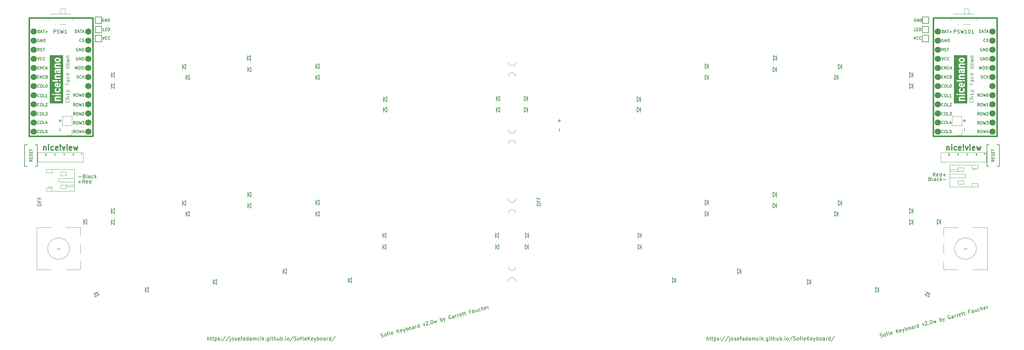
<source format=gto>
G04 #@! TF.GenerationSoftware,KiCad,Pcbnew,7.0.2*
G04 #@! TF.CreationDate,2023-05-26T11:36:11-04:00*
G04 #@! TF.ProjectId,SofleKeyboard,536f666c-654b-4657-9962-6f6172642e6b,rev?*
G04 #@! TF.SameCoordinates,Original*
G04 #@! TF.FileFunction,Legend,Top*
G04 #@! TF.FilePolarity,Positive*
%FSLAX46Y46*%
G04 Gerber Fmt 4.6, Leading zero omitted, Abs format (unit mm)*
G04 Created by KiCad (PCBNEW 7.0.2) date 2023-05-26 11:36:11*
%MOMM*%
%LPD*%
G01*
G04 APERTURE LIST*
%ADD10C,0.150000*%
%ADD11C,0.050000*%
%ADD12C,0.300000*%
%ADD13C,0.100000*%
%ADD14C,0.120000*%
%ADD15C,0.381000*%
%ADD16C,1.752600*%
G04 APERTURE END LIST*
D10*
X251230556Y-135978555D02*
X251380871Y-135987577D01*
X251380871Y-135987577D02*
X251610853Y-135925953D01*
X251610853Y-135925953D02*
X251690521Y-135855307D01*
X251690521Y-135855307D02*
X251724193Y-135796986D01*
X251724193Y-135796986D02*
X251745540Y-135692669D01*
X251745540Y-135692669D02*
X251720890Y-135600676D01*
X251720890Y-135600676D02*
X251650245Y-135521007D01*
X251650245Y-135521007D02*
X251591923Y-135487336D01*
X251591923Y-135487336D02*
X251487606Y-135465989D01*
X251487606Y-135465989D02*
X251291295Y-135469291D01*
X251291295Y-135469291D02*
X251186977Y-135447944D01*
X251186977Y-135447944D02*
X251128656Y-135414272D01*
X251128656Y-135414272D02*
X251058010Y-135334604D01*
X251058010Y-135334604D02*
X251033361Y-135242611D01*
X251033361Y-135242611D02*
X251054708Y-135138294D01*
X251054708Y-135138294D02*
X251088380Y-135079972D01*
X251088380Y-135079972D02*
X251168048Y-135009326D01*
X251168048Y-135009326D02*
X251398030Y-134947703D01*
X251398030Y-134947703D02*
X251548344Y-134956725D01*
X252346796Y-135728758D02*
X252242479Y-135707411D01*
X252242479Y-135707411D02*
X252184158Y-135673739D01*
X252184158Y-135673739D02*
X252113512Y-135594071D01*
X252113512Y-135594071D02*
X252039563Y-135318092D01*
X252039563Y-135318092D02*
X252060910Y-135213774D01*
X252060910Y-135213774D02*
X252094582Y-135155453D01*
X252094582Y-135155453D02*
X252174250Y-135084807D01*
X252174250Y-135084807D02*
X252312240Y-135047833D01*
X252312240Y-135047833D02*
X252416557Y-135069180D01*
X252416557Y-135069180D02*
X252474879Y-135102852D01*
X252474879Y-135102852D02*
X252545524Y-135182520D01*
X252545524Y-135182520D02*
X252619473Y-135458499D01*
X252619473Y-135458499D02*
X252598126Y-135562817D01*
X252598126Y-135562817D02*
X252564454Y-135621138D01*
X252564454Y-135621138D02*
X252484786Y-135691784D01*
X252484786Y-135691784D02*
X252346796Y-135728758D01*
X252772205Y-134924586D02*
X253140176Y-134825988D01*
X253082740Y-135531562D02*
X252860895Y-134703626D01*
X252860895Y-134703626D02*
X252882242Y-134599308D01*
X252882242Y-134599308D02*
X252961910Y-134528662D01*
X252961910Y-134528662D02*
X253053903Y-134504013D01*
X253772687Y-135346692D02*
X253668370Y-135325345D01*
X253668370Y-135325345D02*
X253597724Y-135245676D01*
X253597724Y-135245676D02*
X253375879Y-134417740D01*
X254496307Y-135103500D02*
X254416638Y-135174145D01*
X254416638Y-135174145D02*
X254232653Y-135223444D01*
X254232653Y-135223444D02*
X254128335Y-135202097D01*
X254128335Y-135202097D02*
X254057689Y-135122429D01*
X254057689Y-135122429D02*
X253959091Y-134754457D01*
X253959091Y-134754457D02*
X253980438Y-134650140D01*
X253980438Y-134650140D02*
X254060106Y-134579494D01*
X254060106Y-134579494D02*
X254244092Y-134530195D01*
X254244092Y-134530195D02*
X254348410Y-134551542D01*
X254348410Y-134551542D02*
X254419056Y-134631210D01*
X254419056Y-134631210D02*
X254443705Y-134723203D01*
X254443705Y-134723203D02*
X254008390Y-134938443D01*
X255704540Y-134829053D02*
X255445721Y-133863127D01*
X256256497Y-134681157D02*
X255694633Y-134240121D01*
X255997678Y-133715231D02*
X255593617Y-134415085D01*
X257026113Y-134425640D02*
X256946445Y-134496286D01*
X256946445Y-134496286D02*
X256762459Y-134545585D01*
X256762459Y-134545585D02*
X256658141Y-134524238D01*
X256658141Y-134524238D02*
X256587495Y-134444570D01*
X256587495Y-134444570D02*
X256488897Y-134076598D01*
X256488897Y-134076598D02*
X256510244Y-133972280D01*
X256510244Y-133972280D02*
X256589913Y-133901634D01*
X256589913Y-133901634D02*
X256773898Y-133852335D01*
X256773898Y-133852335D02*
X256878216Y-133873682D01*
X256878216Y-133873682D02*
X256948862Y-133953351D01*
X256948862Y-133953351D02*
X256973511Y-134045344D01*
X256973511Y-134045344D02*
X256538196Y-134260584D01*
X257233863Y-133729088D02*
X257636392Y-134311415D01*
X257693828Y-133605841D02*
X257636392Y-134311415D01*
X257636392Y-134311415D02*
X257606022Y-134566047D01*
X257606022Y-134566047D02*
X257572351Y-134624368D01*
X257572351Y-134624368D02*
X257492682Y-134695014D01*
X258234346Y-134151194D02*
X257975527Y-133185268D01*
X258074125Y-133553240D02*
X258153793Y-133482594D01*
X258153793Y-133482594D02*
X258337779Y-133433295D01*
X258337779Y-133433295D02*
X258442096Y-133454642D01*
X258442096Y-133454642D02*
X258500418Y-133488314D01*
X258500418Y-133488314D02*
X258571063Y-133567982D01*
X258571063Y-133567982D02*
X258645012Y-133843961D01*
X258645012Y-133843961D02*
X258623665Y-133948278D01*
X258623665Y-133948278D02*
X258589993Y-134006600D01*
X258589993Y-134006600D02*
X258510325Y-134077245D01*
X258510325Y-134077245D02*
X258326339Y-134126544D01*
X258326339Y-134126544D02*
X258222021Y-134105197D01*
X259246268Y-133880050D02*
X259141951Y-133858703D01*
X259141951Y-133858703D02*
X259083630Y-133825031D01*
X259083630Y-133825031D02*
X259012984Y-133745363D01*
X259012984Y-133745363D02*
X258939035Y-133469384D01*
X258939035Y-133469384D02*
X258960382Y-133365066D01*
X258960382Y-133365066D02*
X258994054Y-133306745D01*
X258994054Y-133306745D02*
X259073722Y-133236099D01*
X259073722Y-133236099D02*
X259211712Y-133199125D01*
X259211712Y-133199125D02*
X259316029Y-133220472D01*
X259316029Y-133220472D02*
X259374351Y-133254144D01*
X259374351Y-133254144D02*
X259444996Y-133333812D01*
X259444996Y-133333812D02*
X259518945Y-133609791D01*
X259518945Y-133609791D02*
X259497598Y-133714109D01*
X259497598Y-133714109D02*
X259463926Y-133772430D01*
X259463926Y-133772430D02*
X259384258Y-133843076D01*
X259384258Y-133843076D02*
X259246268Y-133880050D01*
X260396180Y-133571932D02*
X260260608Y-133065971D01*
X260260608Y-133065971D02*
X260189962Y-132986303D01*
X260189962Y-132986303D02*
X260085645Y-132964956D01*
X260085645Y-132964956D02*
X259901659Y-133014254D01*
X259901659Y-133014254D02*
X259821991Y-133084900D01*
X260383855Y-133525936D02*
X260304187Y-133596581D01*
X260304187Y-133596581D02*
X260074205Y-133658205D01*
X260074205Y-133658205D02*
X259969887Y-133636858D01*
X259969887Y-133636858D02*
X259899241Y-133557190D01*
X259899241Y-133557190D02*
X259874592Y-133465197D01*
X259874592Y-133465197D02*
X259895939Y-133360879D01*
X259895939Y-133360879D02*
X259975607Y-133290233D01*
X259975607Y-133290233D02*
X260205589Y-133228610D01*
X260205589Y-133228610D02*
X260285258Y-133157964D01*
X260856145Y-133448685D02*
X260683599Y-132804734D01*
X260732898Y-132988720D02*
X260754245Y-132884403D01*
X260754245Y-132884403D02*
X260787917Y-132826081D01*
X260787917Y-132826081D02*
X260867585Y-132755435D01*
X260867585Y-132755435D02*
X260959578Y-132730786D01*
X261868068Y-133177541D02*
X261609249Y-132211615D01*
X261855743Y-133131545D02*
X261776075Y-133202190D01*
X261776075Y-133202190D02*
X261592089Y-133251489D01*
X261592089Y-133251489D02*
X261487771Y-133230142D01*
X261487771Y-133230142D02*
X261429450Y-133196470D01*
X261429450Y-133196470D02*
X261358804Y-133116802D01*
X261358804Y-133116802D02*
X261284856Y-132840823D01*
X261284856Y-132840823D02*
X261306203Y-132736506D01*
X261306203Y-132736506D02*
X261339875Y-132678185D01*
X261339875Y-132678185D02*
X261419543Y-132607539D01*
X261419543Y-132607539D02*
X261603529Y-132558240D01*
X261603529Y-132558240D02*
X261707846Y-132579587D01*
X262799437Y-132237797D02*
X263201965Y-132820124D01*
X263201965Y-132820124D02*
X263259402Y-132114550D01*
X263519754Y-131798295D02*
X263553425Y-131739973D01*
X263553425Y-131739973D02*
X263633094Y-131669327D01*
X263633094Y-131669327D02*
X263863076Y-131607704D01*
X263863076Y-131607704D02*
X263967394Y-131629051D01*
X263967394Y-131629051D02*
X264025715Y-131662723D01*
X264025715Y-131662723D02*
X264096361Y-131742391D01*
X264096361Y-131742391D02*
X264121010Y-131834384D01*
X264121010Y-131834384D02*
X264111988Y-131984698D01*
X264111988Y-131984698D02*
X263707927Y-132684552D01*
X263707927Y-132684552D02*
X264305881Y-132524331D01*
X264695200Y-132321415D02*
X264753521Y-132355087D01*
X264753521Y-132355087D02*
X264719849Y-132413408D01*
X264719849Y-132413408D02*
X264661528Y-132379737D01*
X264661528Y-132379737D02*
X264695200Y-132321415D01*
X264695200Y-132321415D02*
X264719849Y-132413408D01*
X265104980Y-131274937D02*
X265196973Y-131250287D01*
X265196973Y-131250287D02*
X265301291Y-131271634D01*
X265301291Y-131271634D02*
X265359612Y-131305306D01*
X265359612Y-131305306D02*
X265430258Y-131384974D01*
X265430258Y-131384974D02*
X265525553Y-131556635D01*
X265525553Y-131556635D02*
X265587177Y-131786618D01*
X265587177Y-131786618D02*
X265590479Y-131982928D01*
X265590479Y-131982928D02*
X265569132Y-132087246D01*
X265569132Y-132087246D02*
X265535460Y-132145567D01*
X265535460Y-132145567D02*
X265455792Y-132216213D01*
X265455792Y-132216213D02*
X265363799Y-132240862D01*
X265363799Y-132240862D02*
X265259482Y-132219515D01*
X265259482Y-132219515D02*
X265201160Y-132185844D01*
X265201160Y-132185844D02*
X265130515Y-132106175D01*
X265130515Y-132106175D02*
X265035219Y-131934514D01*
X265035219Y-131934514D02*
X264973596Y-131704532D01*
X264973596Y-131704532D02*
X264970293Y-131508221D01*
X264970293Y-131508221D02*
X264991640Y-131403904D01*
X264991640Y-131403904D02*
X265025312Y-131345583D01*
X265025312Y-131345583D02*
X265104980Y-131274937D01*
X265835204Y-131424366D02*
X266191736Y-132019018D01*
X266191736Y-132019018D02*
X266252474Y-131509754D01*
X266252474Y-131509754D02*
X266559707Y-131920420D01*
X266559707Y-131920420D02*
X266571147Y-131227170D01*
X267847609Y-131575328D02*
X267588790Y-130609402D01*
X267687387Y-130977374D02*
X267767056Y-130906728D01*
X267767056Y-130906728D02*
X267951042Y-130857429D01*
X267951042Y-130857429D02*
X268055359Y-130878776D01*
X268055359Y-130878776D02*
X268113680Y-130912448D01*
X268113680Y-130912448D02*
X268184326Y-130992116D01*
X268184326Y-130992116D02*
X268258275Y-131268095D01*
X268258275Y-131268095D02*
X268236928Y-131372412D01*
X268236928Y-131372412D02*
X268203256Y-131430734D01*
X268203256Y-131430734D02*
X268123588Y-131501379D01*
X268123588Y-131501379D02*
X267939602Y-131550678D01*
X267939602Y-131550678D02*
X267835284Y-131529331D01*
X268457003Y-130721857D02*
X268859531Y-131304184D01*
X268916967Y-130598610D02*
X268859531Y-131304184D01*
X268859531Y-131304184D02*
X268829162Y-131558816D01*
X268829162Y-131558816D02*
X268795490Y-131617137D01*
X268795490Y-131617137D02*
X268715822Y-131687783D01*
X270452896Y-129891266D02*
X270348578Y-129869919D01*
X270348578Y-129869919D02*
X270210589Y-129906893D01*
X270210589Y-129906893D02*
X270084924Y-129989864D01*
X270084924Y-129989864D02*
X270017581Y-130106506D01*
X270017581Y-130106506D02*
X269996234Y-130210824D01*
X269996234Y-130210824D02*
X269999536Y-130407134D01*
X269999536Y-130407134D02*
X270036510Y-130545124D01*
X270036510Y-130545124D02*
X270131806Y-130716785D01*
X270131806Y-130716785D02*
X270202452Y-130796453D01*
X270202452Y-130796453D02*
X270319094Y-130863796D01*
X270319094Y-130863796D02*
X270469408Y-130872819D01*
X270469408Y-130872819D02*
X270561401Y-130848169D01*
X270561401Y-130848169D02*
X270687066Y-130765199D01*
X270687066Y-130765199D02*
X270720737Y-130706878D01*
X270720737Y-130706878D02*
X270634464Y-130384902D01*
X270634464Y-130384902D02*
X270450478Y-130434201D01*
X271573323Y-130577026D02*
X271437751Y-130071064D01*
X271437751Y-130071064D02*
X271367105Y-129991396D01*
X271367105Y-129991396D02*
X271262788Y-129970049D01*
X271262788Y-129970049D02*
X271078802Y-130019348D01*
X271078802Y-130019348D02*
X270999134Y-130089994D01*
X271560999Y-130531029D02*
X271481330Y-130601675D01*
X271481330Y-130601675D02*
X271251348Y-130663299D01*
X271251348Y-130663299D02*
X271147030Y-130641952D01*
X271147030Y-130641952D02*
X271076384Y-130562283D01*
X271076384Y-130562283D02*
X271051735Y-130470290D01*
X271051735Y-130470290D02*
X271073082Y-130365973D01*
X271073082Y-130365973D02*
X271152750Y-130295327D01*
X271152750Y-130295327D02*
X271382733Y-130233703D01*
X271382733Y-130233703D02*
X271462401Y-130163057D01*
X272033288Y-130453778D02*
X271860742Y-129809828D01*
X271910041Y-129993814D02*
X271931388Y-129889496D01*
X271931388Y-129889496D02*
X271965060Y-129831175D01*
X271965060Y-129831175D02*
X272044728Y-129760529D01*
X272044728Y-129760529D02*
X272136721Y-129735880D01*
X272631242Y-130293557D02*
X272458696Y-129649606D01*
X272507995Y-129833592D02*
X272529342Y-129729275D01*
X272529342Y-129729275D02*
X272563014Y-129670953D01*
X272563014Y-129670953D02*
X272642682Y-129600308D01*
X272642682Y-129600308D02*
X272734675Y-129575658D01*
X273584844Y-129988741D02*
X273505176Y-130059387D01*
X273505176Y-130059387D02*
X273321190Y-130108686D01*
X273321190Y-130108686D02*
X273216872Y-130087339D01*
X273216872Y-130087339D02*
X273146226Y-130007671D01*
X273146226Y-130007671D02*
X273047629Y-129639699D01*
X273047629Y-129639699D02*
X273068976Y-129535381D01*
X273068976Y-129535381D02*
X273148644Y-129464736D01*
X273148644Y-129464736D02*
X273332630Y-129415437D01*
X273332630Y-129415437D02*
X273436947Y-129436784D01*
X273436947Y-129436784D02*
X273507593Y-129516452D01*
X273507593Y-129516452D02*
X273532243Y-129608445D01*
X273532243Y-129608445D02*
X273096927Y-129823685D01*
X273746598Y-129304514D02*
X274114570Y-129205916D01*
X273798314Y-128945565D02*
X274020159Y-129773501D01*
X274020159Y-129773501D02*
X274090805Y-129853169D01*
X274090805Y-129853169D02*
X274195123Y-129874516D01*
X274195123Y-129874516D02*
X274287116Y-129849867D01*
X274298556Y-129156618D02*
X274666528Y-129058020D01*
X274350272Y-128797668D02*
X274572117Y-129625605D01*
X274572117Y-129625605D02*
X274642763Y-129705273D01*
X274642763Y-129705273D02*
X274747081Y-129726620D01*
X274747081Y-129726620D02*
X274839074Y-129701970D01*
X276083397Y-128826268D02*
X275761421Y-128912541D01*
X275896993Y-129418502D02*
X275638174Y-128452576D01*
X275638174Y-128452576D02*
X276098139Y-128329329D01*
X277138898Y-129085734D02*
X277003326Y-128579773D01*
X277003326Y-128579773D02*
X276932680Y-128500105D01*
X276932680Y-128500105D02*
X276828363Y-128478758D01*
X276828363Y-128478758D02*
X276644377Y-128528057D01*
X276644377Y-128528057D02*
X276564708Y-128598703D01*
X277126573Y-129039738D02*
X277046905Y-129110384D01*
X277046905Y-129110384D02*
X276816923Y-129172007D01*
X276816923Y-129172007D02*
X276712605Y-129150660D01*
X276712605Y-129150660D02*
X276641959Y-129070992D01*
X276641959Y-129070992D02*
X276617310Y-128978999D01*
X276617310Y-128978999D02*
X276638657Y-128874681D01*
X276638657Y-128874681D02*
X276718325Y-128804036D01*
X276718325Y-128804036D02*
X276948307Y-128742412D01*
X276948307Y-128742412D02*
X277027976Y-128671766D01*
X277840285Y-128207614D02*
X278012831Y-128851565D01*
X277426317Y-128318537D02*
X277561889Y-128824498D01*
X277561889Y-128824498D02*
X277632535Y-128904166D01*
X277632535Y-128904166D02*
X277736852Y-128925513D01*
X277736852Y-128925513D02*
X277874842Y-128888539D01*
X277874842Y-128888539D02*
X277954510Y-128817893D01*
X277954510Y-128817893D02*
X277988182Y-128759572D01*
X278874439Y-128571399D02*
X278794771Y-128642044D01*
X278794771Y-128642044D02*
X278610785Y-128691343D01*
X278610785Y-128691343D02*
X278506468Y-128669996D01*
X278506468Y-128669996D02*
X278448146Y-128636325D01*
X278448146Y-128636325D02*
X278377500Y-128556656D01*
X278377500Y-128556656D02*
X278303552Y-128280678D01*
X278303552Y-128280678D02*
X278324899Y-128176360D01*
X278324899Y-128176360D02*
X278358571Y-128118039D01*
X278358571Y-128118039D02*
X278438239Y-128047393D01*
X278438239Y-128047393D02*
X278622225Y-127998094D01*
X278622225Y-127998094D02*
X278726543Y-128019441D01*
X279300732Y-128506473D02*
X279041913Y-127540547D01*
X279714701Y-128395550D02*
X279579129Y-127889589D01*
X279579129Y-127889589D02*
X279508483Y-127809921D01*
X279508483Y-127809921D02*
X279404165Y-127788574D01*
X279404165Y-127788574D02*
X279266176Y-127825548D01*
X279266176Y-127825548D02*
X279186507Y-127896194D01*
X279186507Y-127896194D02*
X279152836Y-127954515D01*
X280530312Y-128127709D02*
X280450644Y-128198355D01*
X280450644Y-128198355D02*
X280266658Y-128247653D01*
X280266658Y-128247653D02*
X280162341Y-128226306D01*
X280162341Y-128226306D02*
X280091695Y-128146638D01*
X280091695Y-128146638D02*
X279993097Y-127778666D01*
X279993097Y-127778666D02*
X280014444Y-127674349D01*
X280014444Y-127674349D02*
X280094112Y-127603703D01*
X280094112Y-127603703D02*
X280278098Y-127554404D01*
X280278098Y-127554404D02*
X280382416Y-127575751D01*
X280382416Y-127575751D02*
X280453062Y-127655419D01*
X280453062Y-127655419D02*
X280477711Y-127747412D01*
X280477711Y-127747412D02*
X280042396Y-127962652D01*
X281002602Y-128050458D02*
X280830056Y-127406507D01*
X280879355Y-127590493D02*
X280900702Y-127486176D01*
X280900702Y-127486176D02*
X280934373Y-127427854D01*
X280934373Y-127427854D02*
X281014042Y-127357209D01*
X281014042Y-127357209D02*
X281106035Y-127332559D01*
X22239666Y-75899904D02*
X22239666Y-75138000D01*
X22620619Y-75518952D02*
X21858714Y-75518952D01*
X274594666Y-75899904D02*
X274594666Y-75138000D01*
X274975619Y-75518952D02*
X274213714Y-75518952D01*
X63405713Y-136828619D02*
X63405713Y-135828619D01*
X63834284Y-136828619D02*
X63834284Y-136304809D01*
X63834284Y-136304809D02*
X63786665Y-136209571D01*
X63786665Y-136209571D02*
X63691427Y-136161952D01*
X63691427Y-136161952D02*
X63548570Y-136161952D01*
X63548570Y-136161952D02*
X63453332Y-136209571D01*
X63453332Y-136209571D02*
X63405713Y-136257190D01*
X64167618Y-136161952D02*
X64548570Y-136161952D01*
X64310475Y-135828619D02*
X64310475Y-136685761D01*
X64310475Y-136685761D02*
X64358094Y-136781000D01*
X64358094Y-136781000D02*
X64453332Y-136828619D01*
X64453332Y-136828619D02*
X64548570Y-136828619D01*
X64739047Y-136161952D02*
X65119999Y-136161952D01*
X64881904Y-135828619D02*
X64881904Y-136685761D01*
X64881904Y-136685761D02*
X64929523Y-136781000D01*
X64929523Y-136781000D02*
X65024761Y-136828619D01*
X65024761Y-136828619D02*
X65119999Y-136828619D01*
X65453333Y-136161952D02*
X65453333Y-137161952D01*
X65453333Y-136209571D02*
X65548571Y-136161952D01*
X65548571Y-136161952D02*
X65739047Y-136161952D01*
X65739047Y-136161952D02*
X65834285Y-136209571D01*
X65834285Y-136209571D02*
X65881904Y-136257190D01*
X65881904Y-136257190D02*
X65929523Y-136352428D01*
X65929523Y-136352428D02*
X65929523Y-136638142D01*
X65929523Y-136638142D02*
X65881904Y-136733380D01*
X65881904Y-136733380D02*
X65834285Y-136781000D01*
X65834285Y-136781000D02*
X65739047Y-136828619D01*
X65739047Y-136828619D02*
X65548571Y-136828619D01*
X65548571Y-136828619D02*
X65453333Y-136781000D01*
X66310476Y-136781000D02*
X66405714Y-136828619D01*
X66405714Y-136828619D02*
X66596190Y-136828619D01*
X66596190Y-136828619D02*
X66691428Y-136781000D01*
X66691428Y-136781000D02*
X66739047Y-136685761D01*
X66739047Y-136685761D02*
X66739047Y-136638142D01*
X66739047Y-136638142D02*
X66691428Y-136542904D01*
X66691428Y-136542904D02*
X66596190Y-136495285D01*
X66596190Y-136495285D02*
X66453333Y-136495285D01*
X66453333Y-136495285D02*
X66358095Y-136447666D01*
X66358095Y-136447666D02*
X66310476Y-136352428D01*
X66310476Y-136352428D02*
X66310476Y-136304809D01*
X66310476Y-136304809D02*
X66358095Y-136209571D01*
X66358095Y-136209571D02*
X66453333Y-136161952D01*
X66453333Y-136161952D02*
X66596190Y-136161952D01*
X66596190Y-136161952D02*
X66691428Y-136209571D01*
X67167619Y-136733380D02*
X67215238Y-136781000D01*
X67215238Y-136781000D02*
X67167619Y-136828619D01*
X67167619Y-136828619D02*
X67120000Y-136781000D01*
X67120000Y-136781000D02*
X67167619Y-136733380D01*
X67167619Y-136733380D02*
X67167619Y-136828619D01*
X67167619Y-136209571D02*
X67215238Y-136257190D01*
X67215238Y-136257190D02*
X67167619Y-136304809D01*
X67167619Y-136304809D02*
X67120000Y-136257190D01*
X67120000Y-136257190D02*
X67167619Y-136209571D01*
X67167619Y-136209571D02*
X67167619Y-136304809D01*
X68358094Y-135781000D02*
X67500952Y-137066714D01*
X69405713Y-135781000D02*
X68548571Y-137066714D01*
X69739047Y-136161952D02*
X69739047Y-137019095D01*
X69739047Y-137019095D02*
X69691428Y-137114333D01*
X69691428Y-137114333D02*
X69596190Y-137161952D01*
X69596190Y-137161952D02*
X69548571Y-137161952D01*
X69739047Y-135828619D02*
X69691428Y-135876238D01*
X69691428Y-135876238D02*
X69739047Y-135923857D01*
X69739047Y-135923857D02*
X69786666Y-135876238D01*
X69786666Y-135876238D02*
X69739047Y-135828619D01*
X69739047Y-135828619D02*
X69739047Y-135923857D01*
X70358094Y-136828619D02*
X70262856Y-136781000D01*
X70262856Y-136781000D02*
X70215237Y-136733380D01*
X70215237Y-136733380D02*
X70167618Y-136638142D01*
X70167618Y-136638142D02*
X70167618Y-136352428D01*
X70167618Y-136352428D02*
X70215237Y-136257190D01*
X70215237Y-136257190D02*
X70262856Y-136209571D01*
X70262856Y-136209571D02*
X70358094Y-136161952D01*
X70358094Y-136161952D02*
X70500951Y-136161952D01*
X70500951Y-136161952D02*
X70596189Y-136209571D01*
X70596189Y-136209571D02*
X70643808Y-136257190D01*
X70643808Y-136257190D02*
X70691427Y-136352428D01*
X70691427Y-136352428D02*
X70691427Y-136638142D01*
X70691427Y-136638142D02*
X70643808Y-136733380D01*
X70643808Y-136733380D02*
X70596189Y-136781000D01*
X70596189Y-136781000D02*
X70500951Y-136828619D01*
X70500951Y-136828619D02*
X70358094Y-136828619D01*
X71072380Y-136781000D02*
X71167618Y-136828619D01*
X71167618Y-136828619D02*
X71358094Y-136828619D01*
X71358094Y-136828619D02*
X71453332Y-136781000D01*
X71453332Y-136781000D02*
X71500951Y-136685761D01*
X71500951Y-136685761D02*
X71500951Y-136638142D01*
X71500951Y-136638142D02*
X71453332Y-136542904D01*
X71453332Y-136542904D02*
X71358094Y-136495285D01*
X71358094Y-136495285D02*
X71215237Y-136495285D01*
X71215237Y-136495285D02*
X71119999Y-136447666D01*
X71119999Y-136447666D02*
X71072380Y-136352428D01*
X71072380Y-136352428D02*
X71072380Y-136304809D01*
X71072380Y-136304809D02*
X71119999Y-136209571D01*
X71119999Y-136209571D02*
X71215237Y-136161952D01*
X71215237Y-136161952D02*
X71358094Y-136161952D01*
X71358094Y-136161952D02*
X71453332Y-136209571D01*
X72310475Y-136781000D02*
X72215237Y-136828619D01*
X72215237Y-136828619D02*
X72024761Y-136828619D01*
X72024761Y-136828619D02*
X71929523Y-136781000D01*
X71929523Y-136781000D02*
X71881904Y-136685761D01*
X71881904Y-136685761D02*
X71881904Y-136304809D01*
X71881904Y-136304809D02*
X71929523Y-136209571D01*
X71929523Y-136209571D02*
X72024761Y-136161952D01*
X72024761Y-136161952D02*
X72215237Y-136161952D01*
X72215237Y-136161952D02*
X72310475Y-136209571D01*
X72310475Y-136209571D02*
X72358094Y-136304809D01*
X72358094Y-136304809D02*
X72358094Y-136400047D01*
X72358094Y-136400047D02*
X71881904Y-136495285D01*
X72643809Y-136161952D02*
X73024761Y-136161952D01*
X72786666Y-136828619D02*
X72786666Y-135971476D01*
X72786666Y-135971476D02*
X72834285Y-135876238D01*
X72834285Y-135876238D02*
X72929523Y-135828619D01*
X72929523Y-135828619D02*
X73024761Y-135828619D01*
X73786666Y-136828619D02*
X73786666Y-136304809D01*
X73786666Y-136304809D02*
X73739047Y-136209571D01*
X73739047Y-136209571D02*
X73643809Y-136161952D01*
X73643809Y-136161952D02*
X73453333Y-136161952D01*
X73453333Y-136161952D02*
X73358095Y-136209571D01*
X73786666Y-136781000D02*
X73691428Y-136828619D01*
X73691428Y-136828619D02*
X73453333Y-136828619D01*
X73453333Y-136828619D02*
X73358095Y-136781000D01*
X73358095Y-136781000D02*
X73310476Y-136685761D01*
X73310476Y-136685761D02*
X73310476Y-136590523D01*
X73310476Y-136590523D02*
X73358095Y-136495285D01*
X73358095Y-136495285D02*
X73453333Y-136447666D01*
X73453333Y-136447666D02*
X73691428Y-136447666D01*
X73691428Y-136447666D02*
X73786666Y-136400047D01*
X74691428Y-136828619D02*
X74691428Y-135828619D01*
X74691428Y-136781000D02*
X74596190Y-136828619D01*
X74596190Y-136828619D02*
X74405714Y-136828619D01*
X74405714Y-136828619D02*
X74310476Y-136781000D01*
X74310476Y-136781000D02*
X74262857Y-136733380D01*
X74262857Y-136733380D02*
X74215238Y-136638142D01*
X74215238Y-136638142D02*
X74215238Y-136352428D01*
X74215238Y-136352428D02*
X74262857Y-136257190D01*
X74262857Y-136257190D02*
X74310476Y-136209571D01*
X74310476Y-136209571D02*
X74405714Y-136161952D01*
X74405714Y-136161952D02*
X74596190Y-136161952D01*
X74596190Y-136161952D02*
X74691428Y-136209571D01*
X75596190Y-136828619D02*
X75596190Y-136304809D01*
X75596190Y-136304809D02*
X75548571Y-136209571D01*
X75548571Y-136209571D02*
X75453333Y-136161952D01*
X75453333Y-136161952D02*
X75262857Y-136161952D01*
X75262857Y-136161952D02*
X75167619Y-136209571D01*
X75596190Y-136781000D02*
X75500952Y-136828619D01*
X75500952Y-136828619D02*
X75262857Y-136828619D01*
X75262857Y-136828619D02*
X75167619Y-136781000D01*
X75167619Y-136781000D02*
X75120000Y-136685761D01*
X75120000Y-136685761D02*
X75120000Y-136590523D01*
X75120000Y-136590523D02*
X75167619Y-136495285D01*
X75167619Y-136495285D02*
X75262857Y-136447666D01*
X75262857Y-136447666D02*
X75500952Y-136447666D01*
X75500952Y-136447666D02*
X75596190Y-136400047D01*
X76072381Y-136828619D02*
X76072381Y-136161952D01*
X76072381Y-136257190D02*
X76120000Y-136209571D01*
X76120000Y-136209571D02*
X76215238Y-136161952D01*
X76215238Y-136161952D02*
X76358095Y-136161952D01*
X76358095Y-136161952D02*
X76453333Y-136209571D01*
X76453333Y-136209571D02*
X76500952Y-136304809D01*
X76500952Y-136304809D02*
X76500952Y-136828619D01*
X76500952Y-136304809D02*
X76548571Y-136209571D01*
X76548571Y-136209571D02*
X76643809Y-136161952D01*
X76643809Y-136161952D02*
X76786666Y-136161952D01*
X76786666Y-136161952D02*
X76881905Y-136209571D01*
X76881905Y-136209571D02*
X76929524Y-136304809D01*
X76929524Y-136304809D02*
X76929524Y-136828619D01*
X77834285Y-136781000D02*
X77739047Y-136828619D01*
X77739047Y-136828619D02*
X77548571Y-136828619D01*
X77548571Y-136828619D02*
X77453333Y-136781000D01*
X77453333Y-136781000D02*
X77405714Y-136733380D01*
X77405714Y-136733380D02*
X77358095Y-136638142D01*
X77358095Y-136638142D02*
X77358095Y-136352428D01*
X77358095Y-136352428D02*
X77405714Y-136257190D01*
X77405714Y-136257190D02*
X77453333Y-136209571D01*
X77453333Y-136209571D02*
X77548571Y-136161952D01*
X77548571Y-136161952D02*
X77739047Y-136161952D01*
X77739047Y-136161952D02*
X77834285Y-136209571D01*
X78262857Y-136828619D02*
X78262857Y-136161952D01*
X78262857Y-135828619D02*
X78215238Y-135876238D01*
X78215238Y-135876238D02*
X78262857Y-135923857D01*
X78262857Y-135923857D02*
X78310476Y-135876238D01*
X78310476Y-135876238D02*
X78262857Y-135828619D01*
X78262857Y-135828619D02*
X78262857Y-135923857D01*
X78739047Y-136828619D02*
X78739047Y-135828619D01*
X78834285Y-136447666D02*
X79119999Y-136828619D01*
X79119999Y-136161952D02*
X78739047Y-136542904D01*
X79548571Y-136733380D02*
X79596190Y-136781000D01*
X79596190Y-136781000D02*
X79548571Y-136828619D01*
X79548571Y-136828619D02*
X79500952Y-136781000D01*
X79500952Y-136781000D02*
X79548571Y-136733380D01*
X79548571Y-136733380D02*
X79548571Y-136828619D01*
X80453332Y-136161952D02*
X80453332Y-136971476D01*
X80453332Y-136971476D02*
X80405713Y-137066714D01*
X80405713Y-137066714D02*
X80358094Y-137114333D01*
X80358094Y-137114333D02*
X80262856Y-137161952D01*
X80262856Y-137161952D02*
X80119999Y-137161952D01*
X80119999Y-137161952D02*
X80024761Y-137114333D01*
X80453332Y-136781000D02*
X80358094Y-136828619D01*
X80358094Y-136828619D02*
X80167618Y-136828619D01*
X80167618Y-136828619D02*
X80072380Y-136781000D01*
X80072380Y-136781000D02*
X80024761Y-136733380D01*
X80024761Y-136733380D02*
X79977142Y-136638142D01*
X79977142Y-136638142D02*
X79977142Y-136352428D01*
X79977142Y-136352428D02*
X80024761Y-136257190D01*
X80024761Y-136257190D02*
X80072380Y-136209571D01*
X80072380Y-136209571D02*
X80167618Y-136161952D01*
X80167618Y-136161952D02*
X80358094Y-136161952D01*
X80358094Y-136161952D02*
X80453332Y-136209571D01*
X80929523Y-136828619D02*
X80929523Y-136161952D01*
X80929523Y-135828619D02*
X80881904Y-135876238D01*
X80881904Y-135876238D02*
X80929523Y-135923857D01*
X80929523Y-135923857D02*
X80977142Y-135876238D01*
X80977142Y-135876238D02*
X80929523Y-135828619D01*
X80929523Y-135828619D02*
X80929523Y-135923857D01*
X81262856Y-136161952D02*
X81643808Y-136161952D01*
X81405713Y-135828619D02*
X81405713Y-136685761D01*
X81405713Y-136685761D02*
X81453332Y-136781000D01*
X81453332Y-136781000D02*
X81548570Y-136828619D01*
X81548570Y-136828619D02*
X81643808Y-136828619D01*
X81977142Y-136828619D02*
X81977142Y-135828619D01*
X82405713Y-136828619D02*
X82405713Y-136304809D01*
X82405713Y-136304809D02*
X82358094Y-136209571D01*
X82358094Y-136209571D02*
X82262856Y-136161952D01*
X82262856Y-136161952D02*
X82119999Y-136161952D01*
X82119999Y-136161952D02*
X82024761Y-136209571D01*
X82024761Y-136209571D02*
X81977142Y-136257190D01*
X83310475Y-136161952D02*
X83310475Y-136828619D01*
X82881904Y-136161952D02*
X82881904Y-136685761D01*
X82881904Y-136685761D02*
X82929523Y-136781000D01*
X82929523Y-136781000D02*
X83024761Y-136828619D01*
X83024761Y-136828619D02*
X83167618Y-136828619D01*
X83167618Y-136828619D02*
X83262856Y-136781000D01*
X83262856Y-136781000D02*
X83310475Y-136733380D01*
X83786666Y-136828619D02*
X83786666Y-135828619D01*
X83786666Y-136209571D02*
X83881904Y-136161952D01*
X83881904Y-136161952D02*
X84072380Y-136161952D01*
X84072380Y-136161952D02*
X84167618Y-136209571D01*
X84167618Y-136209571D02*
X84215237Y-136257190D01*
X84215237Y-136257190D02*
X84262856Y-136352428D01*
X84262856Y-136352428D02*
X84262856Y-136638142D01*
X84262856Y-136638142D02*
X84215237Y-136733380D01*
X84215237Y-136733380D02*
X84167618Y-136781000D01*
X84167618Y-136781000D02*
X84072380Y-136828619D01*
X84072380Y-136828619D02*
X83881904Y-136828619D01*
X83881904Y-136828619D02*
X83786666Y-136781000D01*
X84691428Y-136733380D02*
X84739047Y-136781000D01*
X84739047Y-136781000D02*
X84691428Y-136828619D01*
X84691428Y-136828619D02*
X84643809Y-136781000D01*
X84643809Y-136781000D02*
X84691428Y-136733380D01*
X84691428Y-136733380D02*
X84691428Y-136828619D01*
X85167618Y-136828619D02*
X85167618Y-136161952D01*
X85167618Y-135828619D02*
X85119999Y-135876238D01*
X85119999Y-135876238D02*
X85167618Y-135923857D01*
X85167618Y-135923857D02*
X85215237Y-135876238D01*
X85215237Y-135876238D02*
X85167618Y-135828619D01*
X85167618Y-135828619D02*
X85167618Y-135923857D01*
X85786665Y-136828619D02*
X85691427Y-136781000D01*
X85691427Y-136781000D02*
X85643808Y-136733380D01*
X85643808Y-136733380D02*
X85596189Y-136638142D01*
X85596189Y-136638142D02*
X85596189Y-136352428D01*
X85596189Y-136352428D02*
X85643808Y-136257190D01*
X85643808Y-136257190D02*
X85691427Y-136209571D01*
X85691427Y-136209571D02*
X85786665Y-136161952D01*
X85786665Y-136161952D02*
X85929522Y-136161952D01*
X85929522Y-136161952D02*
X86024760Y-136209571D01*
X86024760Y-136209571D02*
X86072379Y-136257190D01*
X86072379Y-136257190D02*
X86119998Y-136352428D01*
X86119998Y-136352428D02*
X86119998Y-136638142D01*
X86119998Y-136638142D02*
X86072379Y-136733380D01*
X86072379Y-136733380D02*
X86024760Y-136781000D01*
X86024760Y-136781000D02*
X85929522Y-136828619D01*
X85929522Y-136828619D02*
X85786665Y-136828619D01*
X87262855Y-135781000D02*
X86405713Y-137066714D01*
X87548570Y-136781000D02*
X87691427Y-136828619D01*
X87691427Y-136828619D02*
X87929522Y-136828619D01*
X87929522Y-136828619D02*
X88024760Y-136781000D01*
X88024760Y-136781000D02*
X88072379Y-136733380D01*
X88072379Y-136733380D02*
X88119998Y-136638142D01*
X88119998Y-136638142D02*
X88119998Y-136542904D01*
X88119998Y-136542904D02*
X88072379Y-136447666D01*
X88072379Y-136447666D02*
X88024760Y-136400047D01*
X88024760Y-136400047D02*
X87929522Y-136352428D01*
X87929522Y-136352428D02*
X87739046Y-136304809D01*
X87739046Y-136304809D02*
X87643808Y-136257190D01*
X87643808Y-136257190D02*
X87596189Y-136209571D01*
X87596189Y-136209571D02*
X87548570Y-136114333D01*
X87548570Y-136114333D02*
X87548570Y-136019095D01*
X87548570Y-136019095D02*
X87596189Y-135923857D01*
X87596189Y-135923857D02*
X87643808Y-135876238D01*
X87643808Y-135876238D02*
X87739046Y-135828619D01*
X87739046Y-135828619D02*
X87977141Y-135828619D01*
X87977141Y-135828619D02*
X88119998Y-135876238D01*
X88691427Y-136828619D02*
X88596189Y-136781000D01*
X88596189Y-136781000D02*
X88548570Y-136733380D01*
X88548570Y-136733380D02*
X88500951Y-136638142D01*
X88500951Y-136638142D02*
X88500951Y-136352428D01*
X88500951Y-136352428D02*
X88548570Y-136257190D01*
X88548570Y-136257190D02*
X88596189Y-136209571D01*
X88596189Y-136209571D02*
X88691427Y-136161952D01*
X88691427Y-136161952D02*
X88834284Y-136161952D01*
X88834284Y-136161952D02*
X88929522Y-136209571D01*
X88929522Y-136209571D02*
X88977141Y-136257190D01*
X88977141Y-136257190D02*
X89024760Y-136352428D01*
X89024760Y-136352428D02*
X89024760Y-136638142D01*
X89024760Y-136638142D02*
X88977141Y-136733380D01*
X88977141Y-136733380D02*
X88929522Y-136781000D01*
X88929522Y-136781000D02*
X88834284Y-136828619D01*
X88834284Y-136828619D02*
X88691427Y-136828619D01*
X89310475Y-136161952D02*
X89691427Y-136161952D01*
X89453332Y-136828619D02*
X89453332Y-135971476D01*
X89453332Y-135971476D02*
X89500951Y-135876238D01*
X89500951Y-135876238D02*
X89596189Y-135828619D01*
X89596189Y-135828619D02*
X89691427Y-135828619D01*
X90167618Y-136828619D02*
X90072380Y-136781000D01*
X90072380Y-136781000D02*
X90024761Y-136685761D01*
X90024761Y-136685761D02*
X90024761Y-135828619D01*
X90929523Y-136781000D02*
X90834285Y-136828619D01*
X90834285Y-136828619D02*
X90643809Y-136828619D01*
X90643809Y-136828619D02*
X90548571Y-136781000D01*
X90548571Y-136781000D02*
X90500952Y-136685761D01*
X90500952Y-136685761D02*
X90500952Y-136304809D01*
X90500952Y-136304809D02*
X90548571Y-136209571D01*
X90548571Y-136209571D02*
X90643809Y-136161952D01*
X90643809Y-136161952D02*
X90834285Y-136161952D01*
X90834285Y-136161952D02*
X90929523Y-136209571D01*
X90929523Y-136209571D02*
X90977142Y-136304809D01*
X90977142Y-136304809D02*
X90977142Y-136400047D01*
X90977142Y-136400047D02*
X90500952Y-136495285D01*
X91405714Y-136828619D02*
X91405714Y-135828619D01*
X91977142Y-136828619D02*
X91548571Y-136257190D01*
X91977142Y-135828619D02*
X91405714Y-136400047D01*
X92786666Y-136781000D02*
X92691428Y-136828619D01*
X92691428Y-136828619D02*
X92500952Y-136828619D01*
X92500952Y-136828619D02*
X92405714Y-136781000D01*
X92405714Y-136781000D02*
X92358095Y-136685761D01*
X92358095Y-136685761D02*
X92358095Y-136304809D01*
X92358095Y-136304809D02*
X92405714Y-136209571D01*
X92405714Y-136209571D02*
X92500952Y-136161952D01*
X92500952Y-136161952D02*
X92691428Y-136161952D01*
X92691428Y-136161952D02*
X92786666Y-136209571D01*
X92786666Y-136209571D02*
X92834285Y-136304809D01*
X92834285Y-136304809D02*
X92834285Y-136400047D01*
X92834285Y-136400047D02*
X92358095Y-136495285D01*
X93167619Y-136161952D02*
X93405714Y-136828619D01*
X93643809Y-136161952D02*
X93405714Y-136828619D01*
X93405714Y-136828619D02*
X93310476Y-137066714D01*
X93310476Y-137066714D02*
X93262857Y-137114333D01*
X93262857Y-137114333D02*
X93167619Y-137161952D01*
X94024762Y-136828619D02*
X94024762Y-135828619D01*
X94024762Y-136209571D02*
X94120000Y-136161952D01*
X94120000Y-136161952D02*
X94310476Y-136161952D01*
X94310476Y-136161952D02*
X94405714Y-136209571D01*
X94405714Y-136209571D02*
X94453333Y-136257190D01*
X94453333Y-136257190D02*
X94500952Y-136352428D01*
X94500952Y-136352428D02*
X94500952Y-136638142D01*
X94500952Y-136638142D02*
X94453333Y-136733380D01*
X94453333Y-136733380D02*
X94405714Y-136781000D01*
X94405714Y-136781000D02*
X94310476Y-136828619D01*
X94310476Y-136828619D02*
X94120000Y-136828619D01*
X94120000Y-136828619D02*
X94024762Y-136781000D01*
X95072381Y-136828619D02*
X94977143Y-136781000D01*
X94977143Y-136781000D02*
X94929524Y-136733380D01*
X94929524Y-136733380D02*
X94881905Y-136638142D01*
X94881905Y-136638142D02*
X94881905Y-136352428D01*
X94881905Y-136352428D02*
X94929524Y-136257190D01*
X94929524Y-136257190D02*
X94977143Y-136209571D01*
X94977143Y-136209571D02*
X95072381Y-136161952D01*
X95072381Y-136161952D02*
X95215238Y-136161952D01*
X95215238Y-136161952D02*
X95310476Y-136209571D01*
X95310476Y-136209571D02*
X95358095Y-136257190D01*
X95358095Y-136257190D02*
X95405714Y-136352428D01*
X95405714Y-136352428D02*
X95405714Y-136638142D01*
X95405714Y-136638142D02*
X95358095Y-136733380D01*
X95358095Y-136733380D02*
X95310476Y-136781000D01*
X95310476Y-136781000D02*
X95215238Y-136828619D01*
X95215238Y-136828619D02*
X95072381Y-136828619D01*
X96262857Y-136828619D02*
X96262857Y-136304809D01*
X96262857Y-136304809D02*
X96215238Y-136209571D01*
X96215238Y-136209571D02*
X96120000Y-136161952D01*
X96120000Y-136161952D02*
X95929524Y-136161952D01*
X95929524Y-136161952D02*
X95834286Y-136209571D01*
X96262857Y-136781000D02*
X96167619Y-136828619D01*
X96167619Y-136828619D02*
X95929524Y-136828619D01*
X95929524Y-136828619D02*
X95834286Y-136781000D01*
X95834286Y-136781000D02*
X95786667Y-136685761D01*
X95786667Y-136685761D02*
X95786667Y-136590523D01*
X95786667Y-136590523D02*
X95834286Y-136495285D01*
X95834286Y-136495285D02*
X95929524Y-136447666D01*
X95929524Y-136447666D02*
X96167619Y-136447666D01*
X96167619Y-136447666D02*
X96262857Y-136400047D01*
X96739048Y-136828619D02*
X96739048Y-136161952D01*
X96739048Y-136352428D02*
X96786667Y-136257190D01*
X96786667Y-136257190D02*
X96834286Y-136209571D01*
X96834286Y-136209571D02*
X96929524Y-136161952D01*
X96929524Y-136161952D02*
X97024762Y-136161952D01*
X97786667Y-136828619D02*
X97786667Y-135828619D01*
X97786667Y-136781000D02*
X97691429Y-136828619D01*
X97691429Y-136828619D02*
X97500953Y-136828619D01*
X97500953Y-136828619D02*
X97405715Y-136781000D01*
X97405715Y-136781000D02*
X97358096Y-136733380D01*
X97358096Y-136733380D02*
X97310477Y-136638142D01*
X97310477Y-136638142D02*
X97310477Y-136352428D01*
X97310477Y-136352428D02*
X97358096Y-136257190D01*
X97358096Y-136257190D02*
X97405715Y-136209571D01*
X97405715Y-136209571D02*
X97500953Y-136161952D01*
X97500953Y-136161952D02*
X97691429Y-136161952D01*
X97691429Y-136161952D02*
X97786667Y-136209571D01*
X98977143Y-135781000D02*
X98120001Y-137066714D01*
X274594666Y-78439904D02*
X274594666Y-77678000D01*
X111905556Y-135978555D02*
X112055871Y-135987577D01*
X112055871Y-135987577D02*
X112285853Y-135925953D01*
X112285853Y-135925953D02*
X112365521Y-135855307D01*
X112365521Y-135855307D02*
X112399193Y-135796986D01*
X112399193Y-135796986D02*
X112420540Y-135692669D01*
X112420540Y-135692669D02*
X112395890Y-135600676D01*
X112395890Y-135600676D02*
X112325245Y-135521007D01*
X112325245Y-135521007D02*
X112266923Y-135487336D01*
X112266923Y-135487336D02*
X112162606Y-135465989D01*
X112162606Y-135465989D02*
X111966295Y-135469291D01*
X111966295Y-135469291D02*
X111861977Y-135447944D01*
X111861977Y-135447944D02*
X111803656Y-135414272D01*
X111803656Y-135414272D02*
X111733010Y-135334604D01*
X111733010Y-135334604D02*
X111708361Y-135242611D01*
X111708361Y-135242611D02*
X111729708Y-135138294D01*
X111729708Y-135138294D02*
X111763380Y-135079972D01*
X111763380Y-135079972D02*
X111843048Y-135009326D01*
X111843048Y-135009326D02*
X112073030Y-134947703D01*
X112073030Y-134947703D02*
X112223344Y-134956725D01*
X113021796Y-135728758D02*
X112917479Y-135707411D01*
X112917479Y-135707411D02*
X112859158Y-135673739D01*
X112859158Y-135673739D02*
X112788512Y-135594071D01*
X112788512Y-135594071D02*
X112714563Y-135318092D01*
X112714563Y-135318092D02*
X112735910Y-135213774D01*
X112735910Y-135213774D02*
X112769582Y-135155453D01*
X112769582Y-135155453D02*
X112849250Y-135084807D01*
X112849250Y-135084807D02*
X112987240Y-135047833D01*
X112987240Y-135047833D02*
X113091557Y-135069180D01*
X113091557Y-135069180D02*
X113149879Y-135102852D01*
X113149879Y-135102852D02*
X113220524Y-135182520D01*
X113220524Y-135182520D02*
X113294473Y-135458499D01*
X113294473Y-135458499D02*
X113273126Y-135562817D01*
X113273126Y-135562817D02*
X113239454Y-135621138D01*
X113239454Y-135621138D02*
X113159786Y-135691784D01*
X113159786Y-135691784D02*
X113021796Y-135728758D01*
X113447205Y-134924586D02*
X113815176Y-134825988D01*
X113757740Y-135531562D02*
X113535895Y-134703626D01*
X113535895Y-134703626D02*
X113557242Y-134599308D01*
X113557242Y-134599308D02*
X113636910Y-134528662D01*
X113636910Y-134528662D02*
X113728903Y-134504013D01*
X114447687Y-135346692D02*
X114343370Y-135325345D01*
X114343370Y-135325345D02*
X114272724Y-135245676D01*
X114272724Y-135245676D02*
X114050879Y-134417740D01*
X115171307Y-135103500D02*
X115091638Y-135174145D01*
X115091638Y-135174145D02*
X114907653Y-135223444D01*
X114907653Y-135223444D02*
X114803335Y-135202097D01*
X114803335Y-135202097D02*
X114732689Y-135122429D01*
X114732689Y-135122429D02*
X114634091Y-134754457D01*
X114634091Y-134754457D02*
X114655438Y-134650140D01*
X114655438Y-134650140D02*
X114735106Y-134579494D01*
X114735106Y-134579494D02*
X114919092Y-134530195D01*
X114919092Y-134530195D02*
X115023410Y-134551542D01*
X115023410Y-134551542D02*
X115094056Y-134631210D01*
X115094056Y-134631210D02*
X115118705Y-134723203D01*
X115118705Y-134723203D02*
X114683390Y-134938443D01*
X116379540Y-134829053D02*
X116120721Y-133863127D01*
X116931497Y-134681157D02*
X116369633Y-134240121D01*
X116672678Y-133715231D02*
X116268617Y-134415085D01*
X117701113Y-134425640D02*
X117621445Y-134496286D01*
X117621445Y-134496286D02*
X117437459Y-134545585D01*
X117437459Y-134545585D02*
X117333141Y-134524238D01*
X117333141Y-134524238D02*
X117262495Y-134444570D01*
X117262495Y-134444570D02*
X117163897Y-134076598D01*
X117163897Y-134076598D02*
X117185244Y-133972280D01*
X117185244Y-133972280D02*
X117264913Y-133901634D01*
X117264913Y-133901634D02*
X117448898Y-133852335D01*
X117448898Y-133852335D02*
X117553216Y-133873682D01*
X117553216Y-133873682D02*
X117623862Y-133953351D01*
X117623862Y-133953351D02*
X117648511Y-134045344D01*
X117648511Y-134045344D02*
X117213196Y-134260584D01*
X117908863Y-133729088D02*
X118311392Y-134311415D01*
X118368828Y-133605841D02*
X118311392Y-134311415D01*
X118311392Y-134311415D02*
X118281022Y-134566047D01*
X118281022Y-134566047D02*
X118247351Y-134624368D01*
X118247351Y-134624368D02*
X118167682Y-134695014D01*
X118909346Y-134151194D02*
X118650527Y-133185268D01*
X118749125Y-133553240D02*
X118828793Y-133482594D01*
X118828793Y-133482594D02*
X119012779Y-133433295D01*
X119012779Y-133433295D02*
X119117096Y-133454642D01*
X119117096Y-133454642D02*
X119175418Y-133488314D01*
X119175418Y-133488314D02*
X119246063Y-133567982D01*
X119246063Y-133567982D02*
X119320012Y-133843961D01*
X119320012Y-133843961D02*
X119298665Y-133948278D01*
X119298665Y-133948278D02*
X119264993Y-134006600D01*
X119264993Y-134006600D02*
X119185325Y-134077245D01*
X119185325Y-134077245D02*
X119001339Y-134126544D01*
X119001339Y-134126544D02*
X118897021Y-134105197D01*
X119921268Y-133880050D02*
X119816951Y-133858703D01*
X119816951Y-133858703D02*
X119758630Y-133825031D01*
X119758630Y-133825031D02*
X119687984Y-133745363D01*
X119687984Y-133745363D02*
X119614035Y-133469384D01*
X119614035Y-133469384D02*
X119635382Y-133365066D01*
X119635382Y-133365066D02*
X119669054Y-133306745D01*
X119669054Y-133306745D02*
X119748722Y-133236099D01*
X119748722Y-133236099D02*
X119886712Y-133199125D01*
X119886712Y-133199125D02*
X119991029Y-133220472D01*
X119991029Y-133220472D02*
X120049351Y-133254144D01*
X120049351Y-133254144D02*
X120119996Y-133333812D01*
X120119996Y-133333812D02*
X120193945Y-133609791D01*
X120193945Y-133609791D02*
X120172598Y-133714109D01*
X120172598Y-133714109D02*
X120138926Y-133772430D01*
X120138926Y-133772430D02*
X120059258Y-133843076D01*
X120059258Y-133843076D02*
X119921268Y-133880050D01*
X121071180Y-133571932D02*
X120935608Y-133065971D01*
X120935608Y-133065971D02*
X120864962Y-132986303D01*
X120864962Y-132986303D02*
X120760645Y-132964956D01*
X120760645Y-132964956D02*
X120576659Y-133014254D01*
X120576659Y-133014254D02*
X120496991Y-133084900D01*
X121058855Y-133525936D02*
X120979187Y-133596581D01*
X120979187Y-133596581D02*
X120749205Y-133658205D01*
X120749205Y-133658205D02*
X120644887Y-133636858D01*
X120644887Y-133636858D02*
X120574241Y-133557190D01*
X120574241Y-133557190D02*
X120549592Y-133465197D01*
X120549592Y-133465197D02*
X120570939Y-133360879D01*
X120570939Y-133360879D02*
X120650607Y-133290233D01*
X120650607Y-133290233D02*
X120880589Y-133228610D01*
X120880589Y-133228610D02*
X120960258Y-133157964D01*
X121531145Y-133448685D02*
X121358599Y-132804734D01*
X121407898Y-132988720D02*
X121429245Y-132884403D01*
X121429245Y-132884403D02*
X121462917Y-132826081D01*
X121462917Y-132826081D02*
X121542585Y-132755435D01*
X121542585Y-132755435D02*
X121634578Y-132730786D01*
X122543068Y-133177541D02*
X122284249Y-132211615D01*
X122530743Y-133131545D02*
X122451075Y-133202190D01*
X122451075Y-133202190D02*
X122267089Y-133251489D01*
X122267089Y-133251489D02*
X122162771Y-133230142D01*
X122162771Y-133230142D02*
X122104450Y-133196470D01*
X122104450Y-133196470D02*
X122033804Y-133116802D01*
X122033804Y-133116802D02*
X121959856Y-132840823D01*
X121959856Y-132840823D02*
X121981203Y-132736506D01*
X121981203Y-132736506D02*
X122014875Y-132678185D01*
X122014875Y-132678185D02*
X122094543Y-132607539D01*
X122094543Y-132607539D02*
X122278529Y-132558240D01*
X122278529Y-132558240D02*
X122382846Y-132579587D01*
X123474437Y-132237797D02*
X123876965Y-132820124D01*
X123876965Y-132820124D02*
X123934402Y-132114550D01*
X124194754Y-131798295D02*
X124228425Y-131739973D01*
X124228425Y-131739973D02*
X124308094Y-131669327D01*
X124308094Y-131669327D02*
X124538076Y-131607704D01*
X124538076Y-131607704D02*
X124642394Y-131629051D01*
X124642394Y-131629051D02*
X124700715Y-131662723D01*
X124700715Y-131662723D02*
X124771361Y-131742391D01*
X124771361Y-131742391D02*
X124796010Y-131834384D01*
X124796010Y-131834384D02*
X124786988Y-131984698D01*
X124786988Y-131984698D02*
X124382927Y-132684552D01*
X124382927Y-132684552D02*
X124980881Y-132524331D01*
X125370200Y-132321415D02*
X125428521Y-132355087D01*
X125428521Y-132355087D02*
X125394849Y-132413408D01*
X125394849Y-132413408D02*
X125336528Y-132379737D01*
X125336528Y-132379737D02*
X125370200Y-132321415D01*
X125370200Y-132321415D02*
X125394849Y-132413408D01*
X125779980Y-131274937D02*
X125871973Y-131250287D01*
X125871973Y-131250287D02*
X125976291Y-131271634D01*
X125976291Y-131271634D02*
X126034612Y-131305306D01*
X126034612Y-131305306D02*
X126105258Y-131384974D01*
X126105258Y-131384974D02*
X126200553Y-131556635D01*
X126200553Y-131556635D02*
X126262177Y-131786618D01*
X126262177Y-131786618D02*
X126265479Y-131982928D01*
X126265479Y-131982928D02*
X126244132Y-132087246D01*
X126244132Y-132087246D02*
X126210460Y-132145567D01*
X126210460Y-132145567D02*
X126130792Y-132216213D01*
X126130792Y-132216213D02*
X126038799Y-132240862D01*
X126038799Y-132240862D02*
X125934482Y-132219515D01*
X125934482Y-132219515D02*
X125876160Y-132185844D01*
X125876160Y-132185844D02*
X125805515Y-132106175D01*
X125805515Y-132106175D02*
X125710219Y-131934514D01*
X125710219Y-131934514D02*
X125648596Y-131704532D01*
X125648596Y-131704532D02*
X125645293Y-131508221D01*
X125645293Y-131508221D02*
X125666640Y-131403904D01*
X125666640Y-131403904D02*
X125700312Y-131345583D01*
X125700312Y-131345583D02*
X125779980Y-131274937D01*
X126510204Y-131424366D02*
X126866736Y-132019018D01*
X126866736Y-132019018D02*
X126927474Y-131509754D01*
X126927474Y-131509754D02*
X127234707Y-131920420D01*
X127234707Y-131920420D02*
X127246147Y-131227170D01*
X128522609Y-131575328D02*
X128263790Y-130609402D01*
X128362387Y-130977374D02*
X128442056Y-130906728D01*
X128442056Y-130906728D02*
X128626042Y-130857429D01*
X128626042Y-130857429D02*
X128730359Y-130878776D01*
X128730359Y-130878776D02*
X128788680Y-130912448D01*
X128788680Y-130912448D02*
X128859326Y-130992116D01*
X128859326Y-130992116D02*
X128933275Y-131268095D01*
X128933275Y-131268095D02*
X128911928Y-131372412D01*
X128911928Y-131372412D02*
X128878256Y-131430734D01*
X128878256Y-131430734D02*
X128798588Y-131501379D01*
X128798588Y-131501379D02*
X128614602Y-131550678D01*
X128614602Y-131550678D02*
X128510284Y-131529331D01*
X129132003Y-130721857D02*
X129534531Y-131304184D01*
X129591967Y-130598610D02*
X129534531Y-131304184D01*
X129534531Y-131304184D02*
X129504162Y-131558816D01*
X129504162Y-131558816D02*
X129470490Y-131617137D01*
X129470490Y-131617137D02*
X129390822Y-131687783D01*
X131127896Y-129891266D02*
X131023578Y-129869919D01*
X131023578Y-129869919D02*
X130885589Y-129906893D01*
X130885589Y-129906893D02*
X130759924Y-129989864D01*
X130759924Y-129989864D02*
X130692581Y-130106506D01*
X130692581Y-130106506D02*
X130671234Y-130210824D01*
X130671234Y-130210824D02*
X130674536Y-130407134D01*
X130674536Y-130407134D02*
X130711510Y-130545124D01*
X130711510Y-130545124D02*
X130806806Y-130716785D01*
X130806806Y-130716785D02*
X130877452Y-130796453D01*
X130877452Y-130796453D02*
X130994094Y-130863796D01*
X130994094Y-130863796D02*
X131144408Y-130872819D01*
X131144408Y-130872819D02*
X131236401Y-130848169D01*
X131236401Y-130848169D02*
X131362066Y-130765199D01*
X131362066Y-130765199D02*
X131395737Y-130706878D01*
X131395737Y-130706878D02*
X131309464Y-130384902D01*
X131309464Y-130384902D02*
X131125478Y-130434201D01*
X132248323Y-130577026D02*
X132112751Y-130071064D01*
X132112751Y-130071064D02*
X132042105Y-129991396D01*
X132042105Y-129991396D02*
X131937788Y-129970049D01*
X131937788Y-129970049D02*
X131753802Y-130019348D01*
X131753802Y-130019348D02*
X131674134Y-130089994D01*
X132235999Y-130531029D02*
X132156330Y-130601675D01*
X132156330Y-130601675D02*
X131926348Y-130663299D01*
X131926348Y-130663299D02*
X131822030Y-130641952D01*
X131822030Y-130641952D02*
X131751384Y-130562283D01*
X131751384Y-130562283D02*
X131726735Y-130470290D01*
X131726735Y-130470290D02*
X131748082Y-130365973D01*
X131748082Y-130365973D02*
X131827750Y-130295327D01*
X131827750Y-130295327D02*
X132057733Y-130233703D01*
X132057733Y-130233703D02*
X132137401Y-130163057D01*
X132708288Y-130453778D02*
X132535742Y-129809828D01*
X132585041Y-129993814D02*
X132606388Y-129889496D01*
X132606388Y-129889496D02*
X132640060Y-129831175D01*
X132640060Y-129831175D02*
X132719728Y-129760529D01*
X132719728Y-129760529D02*
X132811721Y-129735880D01*
X133306242Y-130293557D02*
X133133696Y-129649606D01*
X133182995Y-129833592D02*
X133204342Y-129729275D01*
X133204342Y-129729275D02*
X133238014Y-129670953D01*
X133238014Y-129670953D02*
X133317682Y-129600308D01*
X133317682Y-129600308D02*
X133409675Y-129575658D01*
X134259844Y-129988741D02*
X134180176Y-130059387D01*
X134180176Y-130059387D02*
X133996190Y-130108686D01*
X133996190Y-130108686D02*
X133891872Y-130087339D01*
X133891872Y-130087339D02*
X133821226Y-130007671D01*
X133821226Y-130007671D02*
X133722629Y-129639699D01*
X133722629Y-129639699D02*
X133743976Y-129535381D01*
X133743976Y-129535381D02*
X133823644Y-129464736D01*
X133823644Y-129464736D02*
X134007630Y-129415437D01*
X134007630Y-129415437D02*
X134111947Y-129436784D01*
X134111947Y-129436784D02*
X134182593Y-129516452D01*
X134182593Y-129516452D02*
X134207243Y-129608445D01*
X134207243Y-129608445D02*
X133771927Y-129823685D01*
X134421598Y-129304514D02*
X134789570Y-129205916D01*
X134473314Y-128945565D02*
X134695159Y-129773501D01*
X134695159Y-129773501D02*
X134765805Y-129853169D01*
X134765805Y-129853169D02*
X134870123Y-129874516D01*
X134870123Y-129874516D02*
X134962116Y-129849867D01*
X134973556Y-129156618D02*
X135341528Y-129058020D01*
X135025272Y-128797668D02*
X135247117Y-129625605D01*
X135247117Y-129625605D02*
X135317763Y-129705273D01*
X135317763Y-129705273D02*
X135422081Y-129726620D01*
X135422081Y-129726620D02*
X135514074Y-129701970D01*
X136758397Y-128826268D02*
X136436421Y-128912541D01*
X136571993Y-129418502D02*
X136313174Y-128452576D01*
X136313174Y-128452576D02*
X136773139Y-128329329D01*
X137813898Y-129085734D02*
X137678326Y-128579773D01*
X137678326Y-128579773D02*
X137607680Y-128500105D01*
X137607680Y-128500105D02*
X137503363Y-128478758D01*
X137503363Y-128478758D02*
X137319377Y-128528057D01*
X137319377Y-128528057D02*
X137239708Y-128598703D01*
X137801573Y-129039738D02*
X137721905Y-129110384D01*
X137721905Y-129110384D02*
X137491923Y-129172007D01*
X137491923Y-129172007D02*
X137387605Y-129150660D01*
X137387605Y-129150660D02*
X137316959Y-129070992D01*
X137316959Y-129070992D02*
X137292310Y-128978999D01*
X137292310Y-128978999D02*
X137313657Y-128874681D01*
X137313657Y-128874681D02*
X137393325Y-128804036D01*
X137393325Y-128804036D02*
X137623307Y-128742412D01*
X137623307Y-128742412D02*
X137702976Y-128671766D01*
X138515285Y-128207614D02*
X138687831Y-128851565D01*
X138101317Y-128318537D02*
X138236889Y-128824498D01*
X138236889Y-128824498D02*
X138307535Y-128904166D01*
X138307535Y-128904166D02*
X138411852Y-128925513D01*
X138411852Y-128925513D02*
X138549842Y-128888539D01*
X138549842Y-128888539D02*
X138629510Y-128817893D01*
X138629510Y-128817893D02*
X138663182Y-128759572D01*
X139549439Y-128571399D02*
X139469771Y-128642044D01*
X139469771Y-128642044D02*
X139285785Y-128691343D01*
X139285785Y-128691343D02*
X139181468Y-128669996D01*
X139181468Y-128669996D02*
X139123146Y-128636325D01*
X139123146Y-128636325D02*
X139052500Y-128556656D01*
X139052500Y-128556656D02*
X138978552Y-128280678D01*
X138978552Y-128280678D02*
X138999899Y-128176360D01*
X138999899Y-128176360D02*
X139033571Y-128118039D01*
X139033571Y-128118039D02*
X139113239Y-128047393D01*
X139113239Y-128047393D02*
X139297225Y-127998094D01*
X139297225Y-127998094D02*
X139401543Y-128019441D01*
X139975732Y-128506473D02*
X139716913Y-127540547D01*
X140389701Y-128395550D02*
X140254129Y-127889589D01*
X140254129Y-127889589D02*
X140183483Y-127809921D01*
X140183483Y-127809921D02*
X140079165Y-127788574D01*
X140079165Y-127788574D02*
X139941176Y-127825548D01*
X139941176Y-127825548D02*
X139861507Y-127896194D01*
X139861507Y-127896194D02*
X139827836Y-127954515D01*
X141205312Y-128127709D02*
X141125644Y-128198355D01*
X141125644Y-128198355D02*
X140941658Y-128247653D01*
X140941658Y-128247653D02*
X140837341Y-128226306D01*
X140837341Y-128226306D02*
X140766695Y-128146638D01*
X140766695Y-128146638D02*
X140668097Y-127778666D01*
X140668097Y-127778666D02*
X140689444Y-127674349D01*
X140689444Y-127674349D02*
X140769112Y-127603703D01*
X140769112Y-127603703D02*
X140953098Y-127554404D01*
X140953098Y-127554404D02*
X141057416Y-127575751D01*
X141057416Y-127575751D02*
X141128062Y-127655419D01*
X141128062Y-127655419D02*
X141152711Y-127747412D01*
X141152711Y-127747412D02*
X140717396Y-127962652D01*
X141677602Y-128050458D02*
X141505056Y-127406507D01*
X141554355Y-127590493D02*
X141575702Y-127486176D01*
X141575702Y-127486176D02*
X141609373Y-127427854D01*
X141609373Y-127427854D02*
X141689042Y-127357209D01*
X141689042Y-127357209D02*
X141781035Y-127332559D01*
X155282619Y-99139996D02*
X155282619Y-98949520D01*
X155282619Y-98949520D02*
X155330238Y-98854282D01*
X155330238Y-98854282D02*
X155425476Y-98759044D01*
X155425476Y-98759044D02*
X155615952Y-98711425D01*
X155615952Y-98711425D02*
X155949285Y-98711425D01*
X155949285Y-98711425D02*
X156139761Y-98759044D01*
X156139761Y-98759044D02*
X156235000Y-98854282D01*
X156235000Y-98854282D02*
X156282619Y-98949520D01*
X156282619Y-98949520D02*
X156282619Y-99139996D01*
X156282619Y-99139996D02*
X156235000Y-99235234D01*
X156235000Y-99235234D02*
X156139761Y-99330472D01*
X156139761Y-99330472D02*
X155949285Y-99378091D01*
X155949285Y-99378091D02*
X155615952Y-99378091D01*
X155615952Y-99378091D02*
X155425476Y-99330472D01*
X155425476Y-99330472D02*
X155330238Y-99235234D01*
X155330238Y-99235234D02*
X155282619Y-99139996D01*
X155758809Y-97949520D02*
X155758809Y-98282853D01*
X156282619Y-98282853D02*
X155282619Y-98282853D01*
X155282619Y-98282853D02*
X155282619Y-97806663D01*
X155758809Y-97092377D02*
X155758809Y-97425710D01*
X156282619Y-97425710D02*
X155282619Y-97425710D01*
X155282619Y-97425710D02*
X155282619Y-96949520D01*
X15957619Y-99139996D02*
X15957619Y-98949520D01*
X15957619Y-98949520D02*
X16005238Y-98854282D01*
X16005238Y-98854282D02*
X16100476Y-98759044D01*
X16100476Y-98759044D02*
X16290952Y-98711425D01*
X16290952Y-98711425D02*
X16624285Y-98711425D01*
X16624285Y-98711425D02*
X16814761Y-98759044D01*
X16814761Y-98759044D02*
X16910000Y-98854282D01*
X16910000Y-98854282D02*
X16957619Y-98949520D01*
X16957619Y-98949520D02*
X16957619Y-99139996D01*
X16957619Y-99139996D02*
X16910000Y-99235234D01*
X16910000Y-99235234D02*
X16814761Y-99330472D01*
X16814761Y-99330472D02*
X16624285Y-99378091D01*
X16624285Y-99378091D02*
X16290952Y-99378091D01*
X16290952Y-99378091D02*
X16100476Y-99330472D01*
X16100476Y-99330472D02*
X16005238Y-99235234D01*
X16005238Y-99235234D02*
X15957619Y-99139996D01*
X16433809Y-97949520D02*
X16433809Y-98282853D01*
X16957619Y-98282853D02*
X15957619Y-98282853D01*
X15957619Y-98282853D02*
X15957619Y-97806663D01*
X16433809Y-97092377D02*
X16433809Y-97425710D01*
X16957619Y-97425710D02*
X15957619Y-97425710D01*
X15957619Y-97425710D02*
X15957619Y-96949520D01*
X22239666Y-78439904D02*
X22239666Y-77678000D01*
X161564666Y-78439904D02*
X161564666Y-77678000D01*
X202730713Y-136828619D02*
X202730713Y-135828619D01*
X203159284Y-136828619D02*
X203159284Y-136304809D01*
X203159284Y-136304809D02*
X203111665Y-136209571D01*
X203111665Y-136209571D02*
X203016427Y-136161952D01*
X203016427Y-136161952D02*
X202873570Y-136161952D01*
X202873570Y-136161952D02*
X202778332Y-136209571D01*
X202778332Y-136209571D02*
X202730713Y-136257190D01*
X203492618Y-136161952D02*
X203873570Y-136161952D01*
X203635475Y-135828619D02*
X203635475Y-136685761D01*
X203635475Y-136685761D02*
X203683094Y-136781000D01*
X203683094Y-136781000D02*
X203778332Y-136828619D01*
X203778332Y-136828619D02*
X203873570Y-136828619D01*
X204064047Y-136161952D02*
X204444999Y-136161952D01*
X204206904Y-135828619D02*
X204206904Y-136685761D01*
X204206904Y-136685761D02*
X204254523Y-136781000D01*
X204254523Y-136781000D02*
X204349761Y-136828619D01*
X204349761Y-136828619D02*
X204444999Y-136828619D01*
X204778333Y-136161952D02*
X204778333Y-137161952D01*
X204778333Y-136209571D02*
X204873571Y-136161952D01*
X204873571Y-136161952D02*
X205064047Y-136161952D01*
X205064047Y-136161952D02*
X205159285Y-136209571D01*
X205159285Y-136209571D02*
X205206904Y-136257190D01*
X205206904Y-136257190D02*
X205254523Y-136352428D01*
X205254523Y-136352428D02*
X205254523Y-136638142D01*
X205254523Y-136638142D02*
X205206904Y-136733380D01*
X205206904Y-136733380D02*
X205159285Y-136781000D01*
X205159285Y-136781000D02*
X205064047Y-136828619D01*
X205064047Y-136828619D02*
X204873571Y-136828619D01*
X204873571Y-136828619D02*
X204778333Y-136781000D01*
X205635476Y-136781000D02*
X205730714Y-136828619D01*
X205730714Y-136828619D02*
X205921190Y-136828619D01*
X205921190Y-136828619D02*
X206016428Y-136781000D01*
X206016428Y-136781000D02*
X206064047Y-136685761D01*
X206064047Y-136685761D02*
X206064047Y-136638142D01*
X206064047Y-136638142D02*
X206016428Y-136542904D01*
X206016428Y-136542904D02*
X205921190Y-136495285D01*
X205921190Y-136495285D02*
X205778333Y-136495285D01*
X205778333Y-136495285D02*
X205683095Y-136447666D01*
X205683095Y-136447666D02*
X205635476Y-136352428D01*
X205635476Y-136352428D02*
X205635476Y-136304809D01*
X205635476Y-136304809D02*
X205683095Y-136209571D01*
X205683095Y-136209571D02*
X205778333Y-136161952D01*
X205778333Y-136161952D02*
X205921190Y-136161952D01*
X205921190Y-136161952D02*
X206016428Y-136209571D01*
X206492619Y-136733380D02*
X206540238Y-136781000D01*
X206540238Y-136781000D02*
X206492619Y-136828619D01*
X206492619Y-136828619D02*
X206445000Y-136781000D01*
X206445000Y-136781000D02*
X206492619Y-136733380D01*
X206492619Y-136733380D02*
X206492619Y-136828619D01*
X206492619Y-136209571D02*
X206540238Y-136257190D01*
X206540238Y-136257190D02*
X206492619Y-136304809D01*
X206492619Y-136304809D02*
X206445000Y-136257190D01*
X206445000Y-136257190D02*
X206492619Y-136209571D01*
X206492619Y-136209571D02*
X206492619Y-136304809D01*
X207683094Y-135781000D02*
X206825952Y-137066714D01*
X208730713Y-135781000D02*
X207873571Y-137066714D01*
X209064047Y-136161952D02*
X209064047Y-137019095D01*
X209064047Y-137019095D02*
X209016428Y-137114333D01*
X209016428Y-137114333D02*
X208921190Y-137161952D01*
X208921190Y-137161952D02*
X208873571Y-137161952D01*
X209064047Y-135828619D02*
X209016428Y-135876238D01*
X209016428Y-135876238D02*
X209064047Y-135923857D01*
X209064047Y-135923857D02*
X209111666Y-135876238D01*
X209111666Y-135876238D02*
X209064047Y-135828619D01*
X209064047Y-135828619D02*
X209064047Y-135923857D01*
X209683094Y-136828619D02*
X209587856Y-136781000D01*
X209587856Y-136781000D02*
X209540237Y-136733380D01*
X209540237Y-136733380D02*
X209492618Y-136638142D01*
X209492618Y-136638142D02*
X209492618Y-136352428D01*
X209492618Y-136352428D02*
X209540237Y-136257190D01*
X209540237Y-136257190D02*
X209587856Y-136209571D01*
X209587856Y-136209571D02*
X209683094Y-136161952D01*
X209683094Y-136161952D02*
X209825951Y-136161952D01*
X209825951Y-136161952D02*
X209921189Y-136209571D01*
X209921189Y-136209571D02*
X209968808Y-136257190D01*
X209968808Y-136257190D02*
X210016427Y-136352428D01*
X210016427Y-136352428D02*
X210016427Y-136638142D01*
X210016427Y-136638142D02*
X209968808Y-136733380D01*
X209968808Y-136733380D02*
X209921189Y-136781000D01*
X209921189Y-136781000D02*
X209825951Y-136828619D01*
X209825951Y-136828619D02*
X209683094Y-136828619D01*
X210397380Y-136781000D02*
X210492618Y-136828619D01*
X210492618Y-136828619D02*
X210683094Y-136828619D01*
X210683094Y-136828619D02*
X210778332Y-136781000D01*
X210778332Y-136781000D02*
X210825951Y-136685761D01*
X210825951Y-136685761D02*
X210825951Y-136638142D01*
X210825951Y-136638142D02*
X210778332Y-136542904D01*
X210778332Y-136542904D02*
X210683094Y-136495285D01*
X210683094Y-136495285D02*
X210540237Y-136495285D01*
X210540237Y-136495285D02*
X210444999Y-136447666D01*
X210444999Y-136447666D02*
X210397380Y-136352428D01*
X210397380Y-136352428D02*
X210397380Y-136304809D01*
X210397380Y-136304809D02*
X210444999Y-136209571D01*
X210444999Y-136209571D02*
X210540237Y-136161952D01*
X210540237Y-136161952D02*
X210683094Y-136161952D01*
X210683094Y-136161952D02*
X210778332Y-136209571D01*
X211635475Y-136781000D02*
X211540237Y-136828619D01*
X211540237Y-136828619D02*
X211349761Y-136828619D01*
X211349761Y-136828619D02*
X211254523Y-136781000D01*
X211254523Y-136781000D02*
X211206904Y-136685761D01*
X211206904Y-136685761D02*
X211206904Y-136304809D01*
X211206904Y-136304809D02*
X211254523Y-136209571D01*
X211254523Y-136209571D02*
X211349761Y-136161952D01*
X211349761Y-136161952D02*
X211540237Y-136161952D01*
X211540237Y-136161952D02*
X211635475Y-136209571D01*
X211635475Y-136209571D02*
X211683094Y-136304809D01*
X211683094Y-136304809D02*
X211683094Y-136400047D01*
X211683094Y-136400047D02*
X211206904Y-136495285D01*
X211968809Y-136161952D02*
X212349761Y-136161952D01*
X212111666Y-136828619D02*
X212111666Y-135971476D01*
X212111666Y-135971476D02*
X212159285Y-135876238D01*
X212159285Y-135876238D02*
X212254523Y-135828619D01*
X212254523Y-135828619D02*
X212349761Y-135828619D01*
X213111666Y-136828619D02*
X213111666Y-136304809D01*
X213111666Y-136304809D02*
X213064047Y-136209571D01*
X213064047Y-136209571D02*
X212968809Y-136161952D01*
X212968809Y-136161952D02*
X212778333Y-136161952D01*
X212778333Y-136161952D02*
X212683095Y-136209571D01*
X213111666Y-136781000D02*
X213016428Y-136828619D01*
X213016428Y-136828619D02*
X212778333Y-136828619D01*
X212778333Y-136828619D02*
X212683095Y-136781000D01*
X212683095Y-136781000D02*
X212635476Y-136685761D01*
X212635476Y-136685761D02*
X212635476Y-136590523D01*
X212635476Y-136590523D02*
X212683095Y-136495285D01*
X212683095Y-136495285D02*
X212778333Y-136447666D01*
X212778333Y-136447666D02*
X213016428Y-136447666D01*
X213016428Y-136447666D02*
X213111666Y-136400047D01*
X214016428Y-136828619D02*
X214016428Y-135828619D01*
X214016428Y-136781000D02*
X213921190Y-136828619D01*
X213921190Y-136828619D02*
X213730714Y-136828619D01*
X213730714Y-136828619D02*
X213635476Y-136781000D01*
X213635476Y-136781000D02*
X213587857Y-136733380D01*
X213587857Y-136733380D02*
X213540238Y-136638142D01*
X213540238Y-136638142D02*
X213540238Y-136352428D01*
X213540238Y-136352428D02*
X213587857Y-136257190D01*
X213587857Y-136257190D02*
X213635476Y-136209571D01*
X213635476Y-136209571D02*
X213730714Y-136161952D01*
X213730714Y-136161952D02*
X213921190Y-136161952D01*
X213921190Y-136161952D02*
X214016428Y-136209571D01*
X214921190Y-136828619D02*
X214921190Y-136304809D01*
X214921190Y-136304809D02*
X214873571Y-136209571D01*
X214873571Y-136209571D02*
X214778333Y-136161952D01*
X214778333Y-136161952D02*
X214587857Y-136161952D01*
X214587857Y-136161952D02*
X214492619Y-136209571D01*
X214921190Y-136781000D02*
X214825952Y-136828619D01*
X214825952Y-136828619D02*
X214587857Y-136828619D01*
X214587857Y-136828619D02*
X214492619Y-136781000D01*
X214492619Y-136781000D02*
X214445000Y-136685761D01*
X214445000Y-136685761D02*
X214445000Y-136590523D01*
X214445000Y-136590523D02*
X214492619Y-136495285D01*
X214492619Y-136495285D02*
X214587857Y-136447666D01*
X214587857Y-136447666D02*
X214825952Y-136447666D01*
X214825952Y-136447666D02*
X214921190Y-136400047D01*
X215397381Y-136828619D02*
X215397381Y-136161952D01*
X215397381Y-136257190D02*
X215445000Y-136209571D01*
X215445000Y-136209571D02*
X215540238Y-136161952D01*
X215540238Y-136161952D02*
X215683095Y-136161952D01*
X215683095Y-136161952D02*
X215778333Y-136209571D01*
X215778333Y-136209571D02*
X215825952Y-136304809D01*
X215825952Y-136304809D02*
X215825952Y-136828619D01*
X215825952Y-136304809D02*
X215873571Y-136209571D01*
X215873571Y-136209571D02*
X215968809Y-136161952D01*
X215968809Y-136161952D02*
X216111666Y-136161952D01*
X216111666Y-136161952D02*
X216206905Y-136209571D01*
X216206905Y-136209571D02*
X216254524Y-136304809D01*
X216254524Y-136304809D02*
X216254524Y-136828619D01*
X217159285Y-136781000D02*
X217064047Y-136828619D01*
X217064047Y-136828619D02*
X216873571Y-136828619D01*
X216873571Y-136828619D02*
X216778333Y-136781000D01*
X216778333Y-136781000D02*
X216730714Y-136733380D01*
X216730714Y-136733380D02*
X216683095Y-136638142D01*
X216683095Y-136638142D02*
X216683095Y-136352428D01*
X216683095Y-136352428D02*
X216730714Y-136257190D01*
X216730714Y-136257190D02*
X216778333Y-136209571D01*
X216778333Y-136209571D02*
X216873571Y-136161952D01*
X216873571Y-136161952D02*
X217064047Y-136161952D01*
X217064047Y-136161952D02*
X217159285Y-136209571D01*
X217587857Y-136828619D02*
X217587857Y-136161952D01*
X217587857Y-135828619D02*
X217540238Y-135876238D01*
X217540238Y-135876238D02*
X217587857Y-135923857D01*
X217587857Y-135923857D02*
X217635476Y-135876238D01*
X217635476Y-135876238D02*
X217587857Y-135828619D01*
X217587857Y-135828619D02*
X217587857Y-135923857D01*
X218064047Y-136828619D02*
X218064047Y-135828619D01*
X218159285Y-136447666D02*
X218444999Y-136828619D01*
X218444999Y-136161952D02*
X218064047Y-136542904D01*
X218873571Y-136733380D02*
X218921190Y-136781000D01*
X218921190Y-136781000D02*
X218873571Y-136828619D01*
X218873571Y-136828619D02*
X218825952Y-136781000D01*
X218825952Y-136781000D02*
X218873571Y-136733380D01*
X218873571Y-136733380D02*
X218873571Y-136828619D01*
X219778332Y-136161952D02*
X219778332Y-136971476D01*
X219778332Y-136971476D02*
X219730713Y-137066714D01*
X219730713Y-137066714D02*
X219683094Y-137114333D01*
X219683094Y-137114333D02*
X219587856Y-137161952D01*
X219587856Y-137161952D02*
X219444999Y-137161952D01*
X219444999Y-137161952D02*
X219349761Y-137114333D01*
X219778332Y-136781000D02*
X219683094Y-136828619D01*
X219683094Y-136828619D02*
X219492618Y-136828619D01*
X219492618Y-136828619D02*
X219397380Y-136781000D01*
X219397380Y-136781000D02*
X219349761Y-136733380D01*
X219349761Y-136733380D02*
X219302142Y-136638142D01*
X219302142Y-136638142D02*
X219302142Y-136352428D01*
X219302142Y-136352428D02*
X219349761Y-136257190D01*
X219349761Y-136257190D02*
X219397380Y-136209571D01*
X219397380Y-136209571D02*
X219492618Y-136161952D01*
X219492618Y-136161952D02*
X219683094Y-136161952D01*
X219683094Y-136161952D02*
X219778332Y-136209571D01*
X220254523Y-136828619D02*
X220254523Y-136161952D01*
X220254523Y-135828619D02*
X220206904Y-135876238D01*
X220206904Y-135876238D02*
X220254523Y-135923857D01*
X220254523Y-135923857D02*
X220302142Y-135876238D01*
X220302142Y-135876238D02*
X220254523Y-135828619D01*
X220254523Y-135828619D02*
X220254523Y-135923857D01*
X220587856Y-136161952D02*
X220968808Y-136161952D01*
X220730713Y-135828619D02*
X220730713Y-136685761D01*
X220730713Y-136685761D02*
X220778332Y-136781000D01*
X220778332Y-136781000D02*
X220873570Y-136828619D01*
X220873570Y-136828619D02*
X220968808Y-136828619D01*
X221302142Y-136828619D02*
X221302142Y-135828619D01*
X221730713Y-136828619D02*
X221730713Y-136304809D01*
X221730713Y-136304809D02*
X221683094Y-136209571D01*
X221683094Y-136209571D02*
X221587856Y-136161952D01*
X221587856Y-136161952D02*
X221444999Y-136161952D01*
X221444999Y-136161952D02*
X221349761Y-136209571D01*
X221349761Y-136209571D02*
X221302142Y-136257190D01*
X222635475Y-136161952D02*
X222635475Y-136828619D01*
X222206904Y-136161952D02*
X222206904Y-136685761D01*
X222206904Y-136685761D02*
X222254523Y-136781000D01*
X222254523Y-136781000D02*
X222349761Y-136828619D01*
X222349761Y-136828619D02*
X222492618Y-136828619D01*
X222492618Y-136828619D02*
X222587856Y-136781000D01*
X222587856Y-136781000D02*
X222635475Y-136733380D01*
X223111666Y-136828619D02*
X223111666Y-135828619D01*
X223111666Y-136209571D02*
X223206904Y-136161952D01*
X223206904Y-136161952D02*
X223397380Y-136161952D01*
X223397380Y-136161952D02*
X223492618Y-136209571D01*
X223492618Y-136209571D02*
X223540237Y-136257190D01*
X223540237Y-136257190D02*
X223587856Y-136352428D01*
X223587856Y-136352428D02*
X223587856Y-136638142D01*
X223587856Y-136638142D02*
X223540237Y-136733380D01*
X223540237Y-136733380D02*
X223492618Y-136781000D01*
X223492618Y-136781000D02*
X223397380Y-136828619D01*
X223397380Y-136828619D02*
X223206904Y-136828619D01*
X223206904Y-136828619D02*
X223111666Y-136781000D01*
X224016428Y-136733380D02*
X224064047Y-136781000D01*
X224064047Y-136781000D02*
X224016428Y-136828619D01*
X224016428Y-136828619D02*
X223968809Y-136781000D01*
X223968809Y-136781000D02*
X224016428Y-136733380D01*
X224016428Y-136733380D02*
X224016428Y-136828619D01*
X224492618Y-136828619D02*
X224492618Y-136161952D01*
X224492618Y-135828619D02*
X224444999Y-135876238D01*
X224444999Y-135876238D02*
X224492618Y-135923857D01*
X224492618Y-135923857D02*
X224540237Y-135876238D01*
X224540237Y-135876238D02*
X224492618Y-135828619D01*
X224492618Y-135828619D02*
X224492618Y-135923857D01*
X225111665Y-136828619D02*
X225016427Y-136781000D01*
X225016427Y-136781000D02*
X224968808Y-136733380D01*
X224968808Y-136733380D02*
X224921189Y-136638142D01*
X224921189Y-136638142D02*
X224921189Y-136352428D01*
X224921189Y-136352428D02*
X224968808Y-136257190D01*
X224968808Y-136257190D02*
X225016427Y-136209571D01*
X225016427Y-136209571D02*
X225111665Y-136161952D01*
X225111665Y-136161952D02*
X225254522Y-136161952D01*
X225254522Y-136161952D02*
X225349760Y-136209571D01*
X225349760Y-136209571D02*
X225397379Y-136257190D01*
X225397379Y-136257190D02*
X225444998Y-136352428D01*
X225444998Y-136352428D02*
X225444998Y-136638142D01*
X225444998Y-136638142D02*
X225397379Y-136733380D01*
X225397379Y-136733380D02*
X225349760Y-136781000D01*
X225349760Y-136781000D02*
X225254522Y-136828619D01*
X225254522Y-136828619D02*
X225111665Y-136828619D01*
X226587855Y-135781000D02*
X225730713Y-137066714D01*
X226873570Y-136781000D02*
X227016427Y-136828619D01*
X227016427Y-136828619D02*
X227254522Y-136828619D01*
X227254522Y-136828619D02*
X227349760Y-136781000D01*
X227349760Y-136781000D02*
X227397379Y-136733380D01*
X227397379Y-136733380D02*
X227444998Y-136638142D01*
X227444998Y-136638142D02*
X227444998Y-136542904D01*
X227444998Y-136542904D02*
X227397379Y-136447666D01*
X227397379Y-136447666D02*
X227349760Y-136400047D01*
X227349760Y-136400047D02*
X227254522Y-136352428D01*
X227254522Y-136352428D02*
X227064046Y-136304809D01*
X227064046Y-136304809D02*
X226968808Y-136257190D01*
X226968808Y-136257190D02*
X226921189Y-136209571D01*
X226921189Y-136209571D02*
X226873570Y-136114333D01*
X226873570Y-136114333D02*
X226873570Y-136019095D01*
X226873570Y-136019095D02*
X226921189Y-135923857D01*
X226921189Y-135923857D02*
X226968808Y-135876238D01*
X226968808Y-135876238D02*
X227064046Y-135828619D01*
X227064046Y-135828619D02*
X227302141Y-135828619D01*
X227302141Y-135828619D02*
X227444998Y-135876238D01*
X228016427Y-136828619D02*
X227921189Y-136781000D01*
X227921189Y-136781000D02*
X227873570Y-136733380D01*
X227873570Y-136733380D02*
X227825951Y-136638142D01*
X227825951Y-136638142D02*
X227825951Y-136352428D01*
X227825951Y-136352428D02*
X227873570Y-136257190D01*
X227873570Y-136257190D02*
X227921189Y-136209571D01*
X227921189Y-136209571D02*
X228016427Y-136161952D01*
X228016427Y-136161952D02*
X228159284Y-136161952D01*
X228159284Y-136161952D02*
X228254522Y-136209571D01*
X228254522Y-136209571D02*
X228302141Y-136257190D01*
X228302141Y-136257190D02*
X228349760Y-136352428D01*
X228349760Y-136352428D02*
X228349760Y-136638142D01*
X228349760Y-136638142D02*
X228302141Y-136733380D01*
X228302141Y-136733380D02*
X228254522Y-136781000D01*
X228254522Y-136781000D02*
X228159284Y-136828619D01*
X228159284Y-136828619D02*
X228016427Y-136828619D01*
X228635475Y-136161952D02*
X229016427Y-136161952D01*
X228778332Y-136828619D02*
X228778332Y-135971476D01*
X228778332Y-135971476D02*
X228825951Y-135876238D01*
X228825951Y-135876238D02*
X228921189Y-135828619D01*
X228921189Y-135828619D02*
X229016427Y-135828619D01*
X229492618Y-136828619D02*
X229397380Y-136781000D01*
X229397380Y-136781000D02*
X229349761Y-136685761D01*
X229349761Y-136685761D02*
X229349761Y-135828619D01*
X230254523Y-136781000D02*
X230159285Y-136828619D01*
X230159285Y-136828619D02*
X229968809Y-136828619D01*
X229968809Y-136828619D02*
X229873571Y-136781000D01*
X229873571Y-136781000D02*
X229825952Y-136685761D01*
X229825952Y-136685761D02*
X229825952Y-136304809D01*
X229825952Y-136304809D02*
X229873571Y-136209571D01*
X229873571Y-136209571D02*
X229968809Y-136161952D01*
X229968809Y-136161952D02*
X230159285Y-136161952D01*
X230159285Y-136161952D02*
X230254523Y-136209571D01*
X230254523Y-136209571D02*
X230302142Y-136304809D01*
X230302142Y-136304809D02*
X230302142Y-136400047D01*
X230302142Y-136400047D02*
X229825952Y-136495285D01*
X230730714Y-136828619D02*
X230730714Y-135828619D01*
X231302142Y-136828619D02*
X230873571Y-136257190D01*
X231302142Y-135828619D02*
X230730714Y-136400047D01*
X232111666Y-136781000D02*
X232016428Y-136828619D01*
X232016428Y-136828619D02*
X231825952Y-136828619D01*
X231825952Y-136828619D02*
X231730714Y-136781000D01*
X231730714Y-136781000D02*
X231683095Y-136685761D01*
X231683095Y-136685761D02*
X231683095Y-136304809D01*
X231683095Y-136304809D02*
X231730714Y-136209571D01*
X231730714Y-136209571D02*
X231825952Y-136161952D01*
X231825952Y-136161952D02*
X232016428Y-136161952D01*
X232016428Y-136161952D02*
X232111666Y-136209571D01*
X232111666Y-136209571D02*
X232159285Y-136304809D01*
X232159285Y-136304809D02*
X232159285Y-136400047D01*
X232159285Y-136400047D02*
X231683095Y-136495285D01*
X232492619Y-136161952D02*
X232730714Y-136828619D01*
X232968809Y-136161952D02*
X232730714Y-136828619D01*
X232730714Y-136828619D02*
X232635476Y-137066714D01*
X232635476Y-137066714D02*
X232587857Y-137114333D01*
X232587857Y-137114333D02*
X232492619Y-137161952D01*
X233349762Y-136828619D02*
X233349762Y-135828619D01*
X233349762Y-136209571D02*
X233445000Y-136161952D01*
X233445000Y-136161952D02*
X233635476Y-136161952D01*
X233635476Y-136161952D02*
X233730714Y-136209571D01*
X233730714Y-136209571D02*
X233778333Y-136257190D01*
X233778333Y-136257190D02*
X233825952Y-136352428D01*
X233825952Y-136352428D02*
X233825952Y-136638142D01*
X233825952Y-136638142D02*
X233778333Y-136733380D01*
X233778333Y-136733380D02*
X233730714Y-136781000D01*
X233730714Y-136781000D02*
X233635476Y-136828619D01*
X233635476Y-136828619D02*
X233445000Y-136828619D01*
X233445000Y-136828619D02*
X233349762Y-136781000D01*
X234397381Y-136828619D02*
X234302143Y-136781000D01*
X234302143Y-136781000D02*
X234254524Y-136733380D01*
X234254524Y-136733380D02*
X234206905Y-136638142D01*
X234206905Y-136638142D02*
X234206905Y-136352428D01*
X234206905Y-136352428D02*
X234254524Y-136257190D01*
X234254524Y-136257190D02*
X234302143Y-136209571D01*
X234302143Y-136209571D02*
X234397381Y-136161952D01*
X234397381Y-136161952D02*
X234540238Y-136161952D01*
X234540238Y-136161952D02*
X234635476Y-136209571D01*
X234635476Y-136209571D02*
X234683095Y-136257190D01*
X234683095Y-136257190D02*
X234730714Y-136352428D01*
X234730714Y-136352428D02*
X234730714Y-136638142D01*
X234730714Y-136638142D02*
X234683095Y-136733380D01*
X234683095Y-136733380D02*
X234635476Y-136781000D01*
X234635476Y-136781000D02*
X234540238Y-136828619D01*
X234540238Y-136828619D02*
X234397381Y-136828619D01*
X235587857Y-136828619D02*
X235587857Y-136304809D01*
X235587857Y-136304809D02*
X235540238Y-136209571D01*
X235540238Y-136209571D02*
X235445000Y-136161952D01*
X235445000Y-136161952D02*
X235254524Y-136161952D01*
X235254524Y-136161952D02*
X235159286Y-136209571D01*
X235587857Y-136781000D02*
X235492619Y-136828619D01*
X235492619Y-136828619D02*
X235254524Y-136828619D01*
X235254524Y-136828619D02*
X235159286Y-136781000D01*
X235159286Y-136781000D02*
X235111667Y-136685761D01*
X235111667Y-136685761D02*
X235111667Y-136590523D01*
X235111667Y-136590523D02*
X235159286Y-136495285D01*
X235159286Y-136495285D02*
X235254524Y-136447666D01*
X235254524Y-136447666D02*
X235492619Y-136447666D01*
X235492619Y-136447666D02*
X235587857Y-136400047D01*
X236064048Y-136828619D02*
X236064048Y-136161952D01*
X236064048Y-136352428D02*
X236111667Y-136257190D01*
X236111667Y-136257190D02*
X236159286Y-136209571D01*
X236159286Y-136209571D02*
X236254524Y-136161952D01*
X236254524Y-136161952D02*
X236349762Y-136161952D01*
X237111667Y-136828619D02*
X237111667Y-135828619D01*
X237111667Y-136781000D02*
X237016429Y-136828619D01*
X237016429Y-136828619D02*
X236825953Y-136828619D01*
X236825953Y-136828619D02*
X236730715Y-136781000D01*
X236730715Y-136781000D02*
X236683096Y-136733380D01*
X236683096Y-136733380D02*
X236635477Y-136638142D01*
X236635477Y-136638142D02*
X236635477Y-136352428D01*
X236635477Y-136352428D02*
X236683096Y-136257190D01*
X236683096Y-136257190D02*
X236730715Y-136209571D01*
X236730715Y-136209571D02*
X236825953Y-136161952D01*
X236825953Y-136161952D02*
X237016429Y-136161952D01*
X237016429Y-136161952D02*
X237111667Y-136209571D01*
X238302143Y-135781000D02*
X237445001Y-137066714D01*
X161564666Y-75899904D02*
X161564666Y-75138000D01*
X161945619Y-75518952D02*
X161183714Y-75518952D01*
X34619714Y-50472095D02*
X34238762Y-50472095D01*
X34238762Y-50472095D02*
X34238762Y-49672095D01*
X34886381Y-50053047D02*
X35153047Y-50053047D01*
X35267333Y-50472095D02*
X34886381Y-50472095D01*
X34886381Y-50472095D02*
X34886381Y-49672095D01*
X34886381Y-49672095D02*
X35267333Y-49672095D01*
X35610191Y-50472095D02*
X35610191Y-49672095D01*
X35610191Y-49672095D02*
X35800667Y-49672095D01*
X35800667Y-49672095D02*
X35914953Y-49710190D01*
X35914953Y-49710190D02*
X35991143Y-49786380D01*
X35991143Y-49786380D02*
X36029238Y-49862571D01*
X36029238Y-49862571D02*
X36067334Y-50014952D01*
X36067334Y-50014952D02*
X36067334Y-50129238D01*
X36067334Y-50129238D02*
X36029238Y-50281619D01*
X36029238Y-50281619D02*
X35991143Y-50357809D01*
X35991143Y-50357809D02*
X35914953Y-50434000D01*
X35914953Y-50434000D02*
X35800667Y-50472095D01*
X35800667Y-50472095D02*
X35610191Y-50472095D01*
X34067333Y-52072095D02*
X34334000Y-52872095D01*
X34334000Y-52872095D02*
X34600666Y-52072095D01*
X35324476Y-52795904D02*
X35286380Y-52834000D01*
X35286380Y-52834000D02*
X35172095Y-52872095D01*
X35172095Y-52872095D02*
X35095904Y-52872095D01*
X35095904Y-52872095D02*
X34981618Y-52834000D01*
X34981618Y-52834000D02*
X34905428Y-52757809D01*
X34905428Y-52757809D02*
X34867333Y-52681619D01*
X34867333Y-52681619D02*
X34829237Y-52529238D01*
X34829237Y-52529238D02*
X34829237Y-52414952D01*
X34829237Y-52414952D02*
X34867333Y-52262571D01*
X34867333Y-52262571D02*
X34905428Y-52186380D01*
X34905428Y-52186380D02*
X34981618Y-52110190D01*
X34981618Y-52110190D02*
X35095904Y-52072095D01*
X35095904Y-52072095D02*
X35172095Y-52072095D01*
X35172095Y-52072095D02*
X35286380Y-52110190D01*
X35286380Y-52110190D02*
X35324476Y-52148285D01*
X36124476Y-52795904D02*
X36086380Y-52834000D01*
X36086380Y-52834000D02*
X35972095Y-52872095D01*
X35972095Y-52872095D02*
X35895904Y-52872095D01*
X35895904Y-52872095D02*
X35781618Y-52834000D01*
X35781618Y-52834000D02*
X35705428Y-52757809D01*
X35705428Y-52757809D02*
X35667333Y-52681619D01*
X35667333Y-52681619D02*
X35629237Y-52529238D01*
X35629237Y-52529238D02*
X35629237Y-52414952D01*
X35629237Y-52414952D02*
X35667333Y-52262571D01*
X35667333Y-52262571D02*
X35705428Y-52186380D01*
X35705428Y-52186380D02*
X35781618Y-52110190D01*
X35781618Y-52110190D02*
X35895904Y-52072095D01*
X35895904Y-52072095D02*
X35972095Y-52072095D01*
X35972095Y-52072095D02*
X36086380Y-52110190D01*
X36086380Y-52110190D02*
X36124476Y-52148285D01*
X34424476Y-47110190D02*
X34348286Y-47072095D01*
X34348286Y-47072095D02*
X34234000Y-47072095D01*
X34234000Y-47072095D02*
X34119714Y-47110190D01*
X34119714Y-47110190D02*
X34043524Y-47186380D01*
X34043524Y-47186380D02*
X34005429Y-47262571D01*
X34005429Y-47262571D02*
X33967333Y-47414952D01*
X33967333Y-47414952D02*
X33967333Y-47529238D01*
X33967333Y-47529238D02*
X34005429Y-47681619D01*
X34005429Y-47681619D02*
X34043524Y-47757809D01*
X34043524Y-47757809D02*
X34119714Y-47834000D01*
X34119714Y-47834000D02*
X34234000Y-47872095D01*
X34234000Y-47872095D02*
X34310191Y-47872095D01*
X34310191Y-47872095D02*
X34424476Y-47834000D01*
X34424476Y-47834000D02*
X34462572Y-47795904D01*
X34462572Y-47795904D02*
X34462572Y-47529238D01*
X34462572Y-47529238D02*
X34310191Y-47529238D01*
X34805429Y-47872095D02*
X34805429Y-47072095D01*
X34805429Y-47072095D02*
X35262572Y-47872095D01*
X35262572Y-47872095D02*
X35262572Y-47072095D01*
X35643524Y-47872095D02*
X35643524Y-47072095D01*
X35643524Y-47072095D02*
X35834000Y-47072095D01*
X35834000Y-47072095D02*
X35948286Y-47110190D01*
X35948286Y-47110190D02*
X36024476Y-47186380D01*
X36024476Y-47186380D02*
X36062571Y-47262571D01*
X36062571Y-47262571D02*
X36100667Y-47414952D01*
X36100667Y-47414952D02*
X36100667Y-47529238D01*
X36100667Y-47529238D02*
X36062571Y-47681619D01*
X36062571Y-47681619D02*
X36024476Y-47757809D01*
X36024476Y-47757809D02*
X35948286Y-47834000D01*
X35948286Y-47834000D02*
X35834000Y-47872095D01*
X35834000Y-47872095D02*
X35643524Y-47872095D01*
X271675905Y-51156619D02*
X271675905Y-50156619D01*
X271675905Y-50156619D02*
X272056857Y-50156619D01*
X272056857Y-50156619D02*
X272152095Y-50204238D01*
X272152095Y-50204238D02*
X272199714Y-50251857D01*
X272199714Y-50251857D02*
X272247333Y-50347095D01*
X272247333Y-50347095D02*
X272247333Y-50489952D01*
X272247333Y-50489952D02*
X272199714Y-50585190D01*
X272199714Y-50585190D02*
X272152095Y-50632809D01*
X272152095Y-50632809D02*
X272056857Y-50680428D01*
X272056857Y-50680428D02*
X271675905Y-50680428D01*
X272628286Y-51109000D02*
X272771143Y-51156619D01*
X272771143Y-51156619D02*
X273009238Y-51156619D01*
X273009238Y-51156619D02*
X273104476Y-51109000D01*
X273104476Y-51109000D02*
X273152095Y-51061380D01*
X273152095Y-51061380D02*
X273199714Y-50966142D01*
X273199714Y-50966142D02*
X273199714Y-50870904D01*
X273199714Y-50870904D02*
X273152095Y-50775666D01*
X273152095Y-50775666D02*
X273104476Y-50728047D01*
X273104476Y-50728047D02*
X273009238Y-50680428D01*
X273009238Y-50680428D02*
X272818762Y-50632809D01*
X272818762Y-50632809D02*
X272723524Y-50585190D01*
X272723524Y-50585190D02*
X272675905Y-50537571D01*
X272675905Y-50537571D02*
X272628286Y-50442333D01*
X272628286Y-50442333D02*
X272628286Y-50347095D01*
X272628286Y-50347095D02*
X272675905Y-50251857D01*
X272675905Y-50251857D02*
X272723524Y-50204238D01*
X272723524Y-50204238D02*
X272818762Y-50156619D01*
X272818762Y-50156619D02*
X273056857Y-50156619D01*
X273056857Y-50156619D02*
X273199714Y-50204238D01*
X273533048Y-50156619D02*
X273771143Y-51156619D01*
X273771143Y-51156619D02*
X273961619Y-50442333D01*
X273961619Y-50442333D02*
X274152095Y-51156619D01*
X274152095Y-51156619D02*
X274390191Y-50156619D01*
X275294952Y-51156619D02*
X274723524Y-51156619D01*
X275009238Y-51156619D02*
X275009238Y-50156619D01*
X275009238Y-50156619D02*
X274914000Y-50299476D01*
X274914000Y-50299476D02*
X274818762Y-50394714D01*
X274818762Y-50394714D02*
X274723524Y-50442333D01*
X275914000Y-50156619D02*
X276009238Y-50156619D01*
X276009238Y-50156619D02*
X276104476Y-50204238D01*
X276104476Y-50204238D02*
X276152095Y-50251857D01*
X276152095Y-50251857D02*
X276199714Y-50347095D01*
X276199714Y-50347095D02*
X276247333Y-50537571D01*
X276247333Y-50537571D02*
X276247333Y-50775666D01*
X276247333Y-50775666D02*
X276199714Y-50966142D01*
X276199714Y-50966142D02*
X276152095Y-51061380D01*
X276152095Y-51061380D02*
X276104476Y-51109000D01*
X276104476Y-51109000D02*
X276009238Y-51156619D01*
X276009238Y-51156619D02*
X275914000Y-51156619D01*
X275914000Y-51156619D02*
X275818762Y-51109000D01*
X275818762Y-51109000D02*
X275771143Y-51061380D01*
X275771143Y-51061380D02*
X275723524Y-50966142D01*
X275723524Y-50966142D02*
X275675905Y-50775666D01*
X275675905Y-50775666D02*
X275675905Y-50537571D01*
X275675905Y-50537571D02*
X275723524Y-50347095D01*
X275723524Y-50347095D02*
X275771143Y-50251857D01*
X275771143Y-50251857D02*
X275818762Y-50204238D01*
X275818762Y-50204238D02*
X275914000Y-50156619D01*
X277199714Y-51156619D02*
X276628286Y-51156619D01*
X276914000Y-51156619D02*
X276914000Y-50156619D01*
X276914000Y-50156619D02*
X276818762Y-50299476D01*
X276818762Y-50299476D02*
X276723524Y-50394714D01*
X276723524Y-50394714D02*
X276628286Y-50442333D01*
X14508095Y-86427904D02*
X14127142Y-86694571D01*
X14508095Y-86885047D02*
X13708095Y-86885047D01*
X13708095Y-86885047D02*
X13708095Y-86580285D01*
X13708095Y-86580285D02*
X13746190Y-86504095D01*
X13746190Y-86504095D02*
X13784285Y-86466000D01*
X13784285Y-86466000D02*
X13860476Y-86427904D01*
X13860476Y-86427904D02*
X13974761Y-86427904D01*
X13974761Y-86427904D02*
X14050952Y-86466000D01*
X14050952Y-86466000D02*
X14089047Y-86504095D01*
X14089047Y-86504095D02*
X14127142Y-86580285D01*
X14127142Y-86580285D02*
X14127142Y-86885047D01*
X14089047Y-86085047D02*
X14089047Y-85818381D01*
X14508095Y-85704095D02*
X14508095Y-86085047D01*
X14508095Y-86085047D02*
X13708095Y-86085047D01*
X13708095Y-86085047D02*
X13708095Y-85704095D01*
X14470000Y-85399333D02*
X14508095Y-85285047D01*
X14508095Y-85285047D02*
X14508095Y-85094571D01*
X14508095Y-85094571D02*
X14470000Y-85018380D01*
X14470000Y-85018380D02*
X14431904Y-84980285D01*
X14431904Y-84980285D02*
X14355714Y-84942190D01*
X14355714Y-84942190D02*
X14279523Y-84942190D01*
X14279523Y-84942190D02*
X14203333Y-84980285D01*
X14203333Y-84980285D02*
X14165238Y-85018380D01*
X14165238Y-85018380D02*
X14127142Y-85094571D01*
X14127142Y-85094571D02*
X14089047Y-85246952D01*
X14089047Y-85246952D02*
X14050952Y-85323142D01*
X14050952Y-85323142D02*
X14012857Y-85361237D01*
X14012857Y-85361237D02*
X13936666Y-85399333D01*
X13936666Y-85399333D02*
X13860476Y-85399333D01*
X13860476Y-85399333D02*
X13784285Y-85361237D01*
X13784285Y-85361237D02*
X13746190Y-85323142D01*
X13746190Y-85323142D02*
X13708095Y-85246952D01*
X13708095Y-85246952D02*
X13708095Y-85056475D01*
X13708095Y-85056475D02*
X13746190Y-84942190D01*
X14089047Y-84599332D02*
X14089047Y-84332666D01*
X14508095Y-84218380D02*
X14508095Y-84599332D01*
X14508095Y-84599332D02*
X13708095Y-84599332D01*
X13708095Y-84599332D02*
X13708095Y-84218380D01*
X13708095Y-83989808D02*
X13708095Y-83532665D01*
X14508095Y-83761237D02*
X13708095Y-83761237D01*
D11*
X280255476Y-84874171D02*
X280265000Y-84883695D01*
X280265000Y-84883695D02*
X280274523Y-84912266D01*
X280274523Y-84912266D02*
X280274523Y-84931314D01*
X280274523Y-84931314D02*
X280265000Y-84959885D01*
X280265000Y-84959885D02*
X280245952Y-84978933D01*
X280245952Y-84978933D02*
X280226904Y-84988456D01*
X280226904Y-84988456D02*
X280188809Y-84997980D01*
X280188809Y-84997980D02*
X280160238Y-84997980D01*
X280160238Y-84997980D02*
X280122142Y-84988456D01*
X280122142Y-84988456D02*
X280103095Y-84978933D01*
X280103095Y-84978933D02*
X280084047Y-84959885D01*
X280084047Y-84959885D02*
X280074523Y-84931314D01*
X280074523Y-84931314D02*
X280074523Y-84912266D01*
X280074523Y-84912266D02*
X280084047Y-84883695D01*
X280084047Y-84883695D02*
X280093571Y-84874171D01*
X280265000Y-84797980D02*
X280274523Y-84769409D01*
X280274523Y-84769409D02*
X280274523Y-84721790D01*
X280274523Y-84721790D02*
X280265000Y-84702742D01*
X280265000Y-84702742D02*
X280255476Y-84693218D01*
X280255476Y-84693218D02*
X280236428Y-84683695D01*
X280236428Y-84683695D02*
X280217380Y-84683695D01*
X280217380Y-84683695D02*
X280198333Y-84693218D01*
X280198333Y-84693218D02*
X280188809Y-84702742D01*
X280188809Y-84702742D02*
X280179285Y-84721790D01*
X280179285Y-84721790D02*
X280169761Y-84759885D01*
X280169761Y-84759885D02*
X280160238Y-84778933D01*
X280160238Y-84778933D02*
X280150714Y-84788456D01*
X280150714Y-84788456D02*
X280131666Y-84797980D01*
X280131666Y-84797980D02*
X280112619Y-84797980D01*
X280112619Y-84797980D02*
X280093571Y-84788456D01*
X280093571Y-84788456D02*
X280084047Y-84778933D01*
X280084047Y-84778933D02*
X280074523Y-84759885D01*
X280074523Y-84759885D02*
X280074523Y-84712266D01*
X280074523Y-84712266D02*
X280084047Y-84683695D01*
D12*
X269661428Y-82755528D02*
X269661428Y-83755528D01*
X269661428Y-82898385D02*
X269732857Y-82826957D01*
X269732857Y-82826957D02*
X269875714Y-82755528D01*
X269875714Y-82755528D02*
X270090000Y-82755528D01*
X270090000Y-82755528D02*
X270232857Y-82826957D01*
X270232857Y-82826957D02*
X270304286Y-82969814D01*
X270304286Y-82969814D02*
X270304286Y-83755528D01*
X271018571Y-83755528D02*
X271018571Y-82755528D01*
X271018571Y-82255528D02*
X270947143Y-82326957D01*
X270947143Y-82326957D02*
X271018571Y-82398385D01*
X271018571Y-82398385D02*
X271090000Y-82326957D01*
X271090000Y-82326957D02*
X271018571Y-82255528D01*
X271018571Y-82255528D02*
X271018571Y-82398385D01*
X272375715Y-83684100D02*
X272232857Y-83755528D01*
X272232857Y-83755528D02*
X271947143Y-83755528D01*
X271947143Y-83755528D02*
X271804286Y-83684100D01*
X271804286Y-83684100D02*
X271732857Y-83612671D01*
X271732857Y-83612671D02*
X271661429Y-83469814D01*
X271661429Y-83469814D02*
X271661429Y-83041242D01*
X271661429Y-83041242D02*
X271732857Y-82898385D01*
X271732857Y-82898385D02*
X271804286Y-82826957D01*
X271804286Y-82826957D02*
X271947143Y-82755528D01*
X271947143Y-82755528D02*
X272232857Y-82755528D01*
X272232857Y-82755528D02*
X272375715Y-82826957D01*
X273590000Y-83684100D02*
X273447143Y-83755528D01*
X273447143Y-83755528D02*
X273161429Y-83755528D01*
X273161429Y-83755528D02*
X273018571Y-83684100D01*
X273018571Y-83684100D02*
X272947143Y-83541242D01*
X272947143Y-83541242D02*
X272947143Y-82969814D01*
X272947143Y-82969814D02*
X273018571Y-82826957D01*
X273018571Y-82826957D02*
X273161429Y-82755528D01*
X273161429Y-82755528D02*
X273447143Y-82755528D01*
X273447143Y-82755528D02*
X273590000Y-82826957D01*
X273590000Y-82826957D02*
X273661429Y-82969814D01*
X273661429Y-82969814D02*
X273661429Y-83112671D01*
X273661429Y-83112671D02*
X272947143Y-83255528D01*
X274304285Y-83612671D02*
X274375714Y-83684100D01*
X274375714Y-83684100D02*
X274304285Y-83755528D01*
X274304285Y-83755528D02*
X274232857Y-83684100D01*
X274232857Y-83684100D02*
X274304285Y-83612671D01*
X274304285Y-83612671D02*
X274304285Y-83755528D01*
X274304285Y-83184100D02*
X274232857Y-82326957D01*
X274232857Y-82326957D02*
X274304285Y-82255528D01*
X274304285Y-82255528D02*
X274375714Y-82326957D01*
X274375714Y-82326957D02*
X274304285Y-83184100D01*
X274304285Y-83184100D02*
X274304285Y-82255528D01*
X274875714Y-82755528D02*
X275232857Y-83755528D01*
X275232857Y-83755528D02*
X275590000Y-82755528D01*
X276161428Y-83755528D02*
X276161428Y-82755528D01*
X276161428Y-82255528D02*
X276090000Y-82326957D01*
X276090000Y-82326957D02*
X276161428Y-82398385D01*
X276161428Y-82398385D02*
X276232857Y-82326957D01*
X276232857Y-82326957D02*
X276161428Y-82255528D01*
X276161428Y-82255528D02*
X276161428Y-82398385D01*
X277447143Y-83684100D02*
X277304286Y-83755528D01*
X277304286Y-83755528D02*
X277018572Y-83755528D01*
X277018572Y-83755528D02*
X276875714Y-83684100D01*
X276875714Y-83684100D02*
X276804286Y-83541242D01*
X276804286Y-83541242D02*
X276804286Y-82969814D01*
X276804286Y-82969814D02*
X276875714Y-82826957D01*
X276875714Y-82826957D02*
X277018572Y-82755528D01*
X277018572Y-82755528D02*
X277304286Y-82755528D01*
X277304286Y-82755528D02*
X277447143Y-82826957D01*
X277447143Y-82826957D02*
X277518572Y-82969814D01*
X277518572Y-82969814D02*
X277518572Y-83112671D01*
X277518572Y-83112671D02*
X276804286Y-83255528D01*
X278018571Y-82755528D02*
X278304286Y-83755528D01*
X278304286Y-83755528D02*
X278590000Y-83041242D01*
X278590000Y-83041242D02*
X278875714Y-83755528D01*
X278875714Y-83755528D02*
X279161428Y-82755528D01*
D11*
X277798047Y-85102743D02*
X277788523Y-85121790D01*
X277788523Y-85121790D02*
X277788523Y-85150362D01*
X277788523Y-85150362D02*
X277798047Y-85178933D01*
X277798047Y-85178933D02*
X277817095Y-85197981D01*
X277817095Y-85197981D02*
X277836142Y-85207504D01*
X277836142Y-85207504D02*
X277874238Y-85217028D01*
X277874238Y-85217028D02*
X277902809Y-85217028D01*
X277902809Y-85217028D02*
X277940904Y-85207504D01*
X277940904Y-85207504D02*
X277959952Y-85197981D01*
X277959952Y-85197981D02*
X277979000Y-85178933D01*
X277979000Y-85178933D02*
X277988523Y-85150362D01*
X277988523Y-85150362D02*
X277988523Y-85131314D01*
X277988523Y-85131314D02*
X277979000Y-85102743D01*
X277979000Y-85102743D02*
X277969476Y-85093219D01*
X277969476Y-85093219D02*
X277902809Y-85093219D01*
X277902809Y-85093219D02*
X277902809Y-85131314D01*
X277988523Y-85007504D02*
X277788523Y-85007504D01*
X277788523Y-85007504D02*
X277988523Y-84893219D01*
X277988523Y-84893219D02*
X277788523Y-84893219D01*
X277988523Y-84797980D02*
X277788523Y-84797980D01*
X277788523Y-84797980D02*
X277788523Y-84750361D01*
X277788523Y-84750361D02*
X277798047Y-84721790D01*
X277798047Y-84721790D02*
X277817095Y-84702742D01*
X277817095Y-84702742D02*
X277836142Y-84693219D01*
X277836142Y-84693219D02*
X277874238Y-84683695D01*
X277874238Y-84683695D02*
X277902809Y-84683695D01*
X277902809Y-84683695D02*
X277940904Y-84693219D01*
X277940904Y-84693219D02*
X277959952Y-84702742D01*
X277959952Y-84702742D02*
X277979000Y-84721790D01*
X277979000Y-84721790D02*
X277988523Y-84750361D01*
X277988523Y-84750361D02*
X277988523Y-84797980D01*
X272899000Y-85197980D02*
X272908523Y-85169409D01*
X272908523Y-85169409D02*
X272908523Y-85121790D01*
X272908523Y-85121790D02*
X272899000Y-85102742D01*
X272899000Y-85102742D02*
X272889476Y-85093218D01*
X272889476Y-85093218D02*
X272870428Y-85083695D01*
X272870428Y-85083695D02*
X272851380Y-85083695D01*
X272851380Y-85083695D02*
X272832333Y-85093218D01*
X272832333Y-85093218D02*
X272822809Y-85102742D01*
X272822809Y-85102742D02*
X272813285Y-85121790D01*
X272813285Y-85121790D02*
X272803761Y-85159885D01*
X272803761Y-85159885D02*
X272794238Y-85178933D01*
X272794238Y-85178933D02*
X272784714Y-85188456D01*
X272784714Y-85188456D02*
X272765666Y-85197980D01*
X272765666Y-85197980D02*
X272746619Y-85197980D01*
X272746619Y-85197980D02*
X272727571Y-85188456D01*
X272727571Y-85188456D02*
X272718047Y-85178933D01*
X272718047Y-85178933D02*
X272708523Y-85159885D01*
X272708523Y-85159885D02*
X272708523Y-85112266D01*
X272708523Y-85112266D02*
X272718047Y-85083695D01*
X272889476Y-84883695D02*
X272899000Y-84893219D01*
X272899000Y-84893219D02*
X272908523Y-84921790D01*
X272908523Y-84921790D02*
X272908523Y-84940838D01*
X272908523Y-84940838D02*
X272899000Y-84969409D01*
X272899000Y-84969409D02*
X272879952Y-84988457D01*
X272879952Y-84988457D02*
X272860904Y-84997980D01*
X272860904Y-84997980D02*
X272822809Y-85007504D01*
X272822809Y-85007504D02*
X272794238Y-85007504D01*
X272794238Y-85007504D02*
X272756142Y-84997980D01*
X272756142Y-84997980D02*
X272737095Y-84988457D01*
X272737095Y-84988457D02*
X272718047Y-84969409D01*
X272718047Y-84969409D02*
X272708523Y-84940838D01*
X272708523Y-84940838D02*
X272708523Y-84921790D01*
X272708523Y-84921790D02*
X272718047Y-84893219D01*
X272718047Y-84893219D02*
X272727571Y-84883695D01*
X272908523Y-84797980D02*
X272708523Y-84797980D01*
X272908523Y-84683695D02*
X272794238Y-84769409D01*
X272708523Y-84683695D02*
X272822809Y-84797980D01*
X270368523Y-85321789D02*
X270168523Y-85321789D01*
X270168523Y-85321789D02*
X270311380Y-85255123D01*
X270311380Y-85255123D02*
X270168523Y-85188456D01*
X270168523Y-85188456D02*
X270368523Y-85188456D01*
X270168523Y-85055123D02*
X270168523Y-85017028D01*
X270168523Y-85017028D02*
X270178047Y-84997980D01*
X270178047Y-84997980D02*
X270197095Y-84978933D01*
X270197095Y-84978933D02*
X270235190Y-84969409D01*
X270235190Y-84969409D02*
X270301857Y-84969409D01*
X270301857Y-84969409D02*
X270339952Y-84978933D01*
X270339952Y-84978933D02*
X270359000Y-84997980D01*
X270359000Y-84997980D02*
X270368523Y-85017028D01*
X270368523Y-85017028D02*
X270368523Y-85055123D01*
X270368523Y-85055123D02*
X270359000Y-85074171D01*
X270359000Y-85074171D02*
X270339952Y-85093218D01*
X270339952Y-85093218D02*
X270301857Y-85102742D01*
X270301857Y-85102742D02*
X270235190Y-85102742D01*
X270235190Y-85102742D02*
X270197095Y-85093218D01*
X270197095Y-85093218D02*
X270178047Y-85074171D01*
X270178047Y-85074171D02*
X270168523Y-85055123D01*
X270359000Y-84893218D02*
X270368523Y-84864647D01*
X270368523Y-84864647D02*
X270368523Y-84817028D01*
X270368523Y-84817028D02*
X270359000Y-84797980D01*
X270359000Y-84797980D02*
X270349476Y-84788456D01*
X270349476Y-84788456D02*
X270330428Y-84778933D01*
X270330428Y-84778933D02*
X270311380Y-84778933D01*
X270311380Y-84778933D02*
X270292333Y-84788456D01*
X270292333Y-84788456D02*
X270282809Y-84797980D01*
X270282809Y-84797980D02*
X270273285Y-84817028D01*
X270273285Y-84817028D02*
X270263761Y-84855123D01*
X270263761Y-84855123D02*
X270254238Y-84874171D01*
X270254238Y-84874171D02*
X270244714Y-84883694D01*
X270244714Y-84883694D02*
X270225666Y-84893218D01*
X270225666Y-84893218D02*
X270206619Y-84893218D01*
X270206619Y-84893218D02*
X270187571Y-84883694D01*
X270187571Y-84883694D02*
X270178047Y-84874171D01*
X270178047Y-84874171D02*
X270168523Y-84855123D01*
X270168523Y-84855123D02*
X270168523Y-84807504D01*
X270168523Y-84807504D02*
X270178047Y-84778933D01*
X270368523Y-84693218D02*
X270168523Y-84693218D01*
X275248523Y-85197981D02*
X275448523Y-85131314D01*
X275448523Y-85131314D02*
X275248523Y-85064648D01*
X275429476Y-84883695D02*
X275439000Y-84893219D01*
X275439000Y-84893219D02*
X275448523Y-84921790D01*
X275448523Y-84921790D02*
X275448523Y-84940838D01*
X275448523Y-84940838D02*
X275439000Y-84969409D01*
X275439000Y-84969409D02*
X275419952Y-84988457D01*
X275419952Y-84988457D02*
X275400904Y-84997980D01*
X275400904Y-84997980D02*
X275362809Y-85007504D01*
X275362809Y-85007504D02*
X275334238Y-85007504D01*
X275334238Y-85007504D02*
X275296142Y-84997980D01*
X275296142Y-84997980D02*
X275277095Y-84988457D01*
X275277095Y-84988457D02*
X275258047Y-84969409D01*
X275258047Y-84969409D02*
X275248523Y-84940838D01*
X275248523Y-84940838D02*
X275248523Y-84921790D01*
X275248523Y-84921790D02*
X275258047Y-84893219D01*
X275258047Y-84893219D02*
X275267571Y-84883695D01*
X275429476Y-84683695D02*
X275439000Y-84693219D01*
X275439000Y-84693219D02*
X275448523Y-84721790D01*
X275448523Y-84721790D02*
X275448523Y-84740838D01*
X275448523Y-84740838D02*
X275439000Y-84769409D01*
X275439000Y-84769409D02*
X275419952Y-84788457D01*
X275419952Y-84788457D02*
X275400904Y-84797980D01*
X275400904Y-84797980D02*
X275362809Y-84807504D01*
X275362809Y-84807504D02*
X275334238Y-84807504D01*
X275334238Y-84807504D02*
X275296142Y-84797980D01*
X275296142Y-84797980D02*
X275277095Y-84788457D01*
X275277095Y-84788457D02*
X275258047Y-84769409D01*
X275258047Y-84769409D02*
X275248523Y-84740838D01*
X275248523Y-84740838D02*
X275248523Y-84721790D01*
X275248523Y-84721790D02*
X275258047Y-84693219D01*
X275258047Y-84693219D02*
X275267571Y-84683695D01*
D10*
X16453889Y-56100047D02*
X16187222Y-55719094D01*
X15996746Y-56100047D02*
X15996746Y-55300047D01*
X15996746Y-55300047D02*
X16301508Y-55300047D01*
X16301508Y-55300047D02*
X16377698Y-55338142D01*
X16377698Y-55338142D02*
X16415793Y-55376237D01*
X16415793Y-55376237D02*
X16453889Y-55452428D01*
X16453889Y-55452428D02*
X16453889Y-55566713D01*
X16453889Y-55566713D02*
X16415793Y-55642904D01*
X16415793Y-55642904D02*
X16377698Y-55680999D01*
X16377698Y-55680999D02*
X16301508Y-55719094D01*
X16301508Y-55719094D02*
X15996746Y-55719094D01*
X16758650Y-56061952D02*
X16872936Y-56100047D01*
X16872936Y-56100047D02*
X17063412Y-56100047D01*
X17063412Y-56100047D02*
X17139603Y-56061952D01*
X17139603Y-56061952D02*
X17177698Y-56023856D01*
X17177698Y-56023856D02*
X17215793Y-55947666D01*
X17215793Y-55947666D02*
X17215793Y-55871475D01*
X17215793Y-55871475D02*
X17177698Y-55795285D01*
X17177698Y-55795285D02*
X17139603Y-55757190D01*
X17139603Y-55757190D02*
X17063412Y-55719094D01*
X17063412Y-55719094D02*
X16911031Y-55680999D01*
X16911031Y-55680999D02*
X16834841Y-55642904D01*
X16834841Y-55642904D02*
X16796746Y-55604809D01*
X16796746Y-55604809D02*
X16758650Y-55528618D01*
X16758650Y-55528618D02*
X16758650Y-55452428D01*
X16758650Y-55452428D02*
X16796746Y-55376237D01*
X16796746Y-55376237D02*
X16834841Y-55338142D01*
X16834841Y-55338142D02*
X16911031Y-55300047D01*
X16911031Y-55300047D02*
X17101508Y-55300047D01*
X17101508Y-55300047D02*
X17215793Y-55338142D01*
X17444365Y-55300047D02*
X17901508Y-55300047D01*
X17672936Y-56100047D02*
X17672936Y-55300047D01*
X28148467Y-53438804D02*
X28110371Y-53476900D01*
X28110371Y-53476900D02*
X27996086Y-53514995D01*
X27996086Y-53514995D02*
X27919895Y-53514995D01*
X27919895Y-53514995D02*
X27805609Y-53476900D01*
X27805609Y-53476900D02*
X27729419Y-53400709D01*
X27729419Y-53400709D02*
X27691324Y-53324519D01*
X27691324Y-53324519D02*
X27653228Y-53172138D01*
X27653228Y-53172138D02*
X27653228Y-53057852D01*
X27653228Y-53057852D02*
X27691324Y-52905471D01*
X27691324Y-52905471D02*
X27729419Y-52829280D01*
X27729419Y-52829280D02*
X27805609Y-52753090D01*
X27805609Y-52753090D02*
X27919895Y-52714995D01*
X27919895Y-52714995D02*
X27996086Y-52714995D01*
X27996086Y-52714995D02*
X28110371Y-52753090D01*
X28110371Y-52753090D02*
X28148467Y-52791185D01*
X28453228Y-53476900D02*
X28567514Y-53514995D01*
X28567514Y-53514995D02*
X28757990Y-53514995D01*
X28757990Y-53514995D02*
X28834181Y-53476900D01*
X28834181Y-53476900D02*
X28872276Y-53438804D01*
X28872276Y-53438804D02*
X28910371Y-53362614D01*
X28910371Y-53362614D02*
X28910371Y-53286423D01*
X28910371Y-53286423D02*
X28872276Y-53210233D01*
X28872276Y-53210233D02*
X28834181Y-53172138D01*
X28834181Y-53172138D02*
X28757990Y-53134042D01*
X28757990Y-53134042D02*
X28605609Y-53095947D01*
X28605609Y-53095947D02*
X28529419Y-53057852D01*
X28529419Y-53057852D02*
X28491324Y-53019757D01*
X28491324Y-53019757D02*
X28453228Y-52943566D01*
X28453228Y-52943566D02*
X28453228Y-52867376D01*
X28453228Y-52867376D02*
X28491324Y-52791185D01*
X28491324Y-52791185D02*
X28529419Y-52753090D01*
X28529419Y-52753090D02*
X28605609Y-52714995D01*
X28605609Y-52714995D02*
X28796086Y-52714995D01*
X28796086Y-52714995D02*
X28910371Y-52753090D01*
X26423460Y-78960047D02*
X26156793Y-78579094D01*
X25966317Y-78960047D02*
X25966317Y-78160047D01*
X25966317Y-78160047D02*
X26271079Y-78160047D01*
X26271079Y-78160047D02*
X26347269Y-78198142D01*
X26347269Y-78198142D02*
X26385364Y-78236237D01*
X26385364Y-78236237D02*
X26423460Y-78312428D01*
X26423460Y-78312428D02*
X26423460Y-78426713D01*
X26423460Y-78426713D02*
X26385364Y-78502904D01*
X26385364Y-78502904D02*
X26347269Y-78540999D01*
X26347269Y-78540999D02*
X26271079Y-78579094D01*
X26271079Y-78579094D02*
X25966317Y-78579094D01*
X26918698Y-78160047D02*
X27071079Y-78160047D01*
X27071079Y-78160047D02*
X27147269Y-78198142D01*
X27147269Y-78198142D02*
X27223460Y-78274332D01*
X27223460Y-78274332D02*
X27261555Y-78426713D01*
X27261555Y-78426713D02*
X27261555Y-78693380D01*
X27261555Y-78693380D02*
X27223460Y-78845761D01*
X27223460Y-78845761D02*
X27147269Y-78921952D01*
X27147269Y-78921952D02*
X27071079Y-78960047D01*
X27071079Y-78960047D02*
X26918698Y-78960047D01*
X26918698Y-78960047D02*
X26842507Y-78921952D01*
X26842507Y-78921952D02*
X26766317Y-78845761D01*
X26766317Y-78845761D02*
X26728221Y-78693380D01*
X26728221Y-78693380D02*
X26728221Y-78426713D01*
X26728221Y-78426713D02*
X26766317Y-78274332D01*
X26766317Y-78274332D02*
X26842507Y-78198142D01*
X26842507Y-78198142D02*
X26918698Y-78160047D01*
X27528221Y-78160047D02*
X27718697Y-78960047D01*
X27718697Y-78960047D02*
X27871078Y-78388618D01*
X27871078Y-78388618D02*
X28023459Y-78960047D01*
X28023459Y-78960047D02*
X28213936Y-78160047D01*
X28861555Y-78426713D02*
X28861555Y-78960047D01*
X28671079Y-78121952D02*
X28480602Y-78693380D01*
X28480602Y-78693380D02*
X28975841Y-78693380D01*
X15939651Y-60760999D02*
X16206317Y-60760999D01*
X16320603Y-61180047D02*
X15939651Y-61180047D01*
X15939651Y-61180047D02*
X15939651Y-60380047D01*
X15939651Y-60380047D02*
X16320603Y-60380047D01*
X16663461Y-61180047D02*
X16663461Y-60380047D01*
X16663461Y-60380047D02*
X17120604Y-61180047D01*
X17120604Y-61180047D02*
X17120604Y-60380047D01*
X17958699Y-61103856D02*
X17920603Y-61141952D01*
X17920603Y-61141952D02*
X17806318Y-61180047D01*
X17806318Y-61180047D02*
X17730127Y-61180047D01*
X17730127Y-61180047D02*
X17615841Y-61141952D01*
X17615841Y-61141952D02*
X17539651Y-61065761D01*
X17539651Y-61065761D02*
X17501556Y-60989571D01*
X17501556Y-60989571D02*
X17463460Y-60837190D01*
X17463460Y-60837190D02*
X17463460Y-60722904D01*
X17463460Y-60722904D02*
X17501556Y-60570523D01*
X17501556Y-60570523D02*
X17539651Y-60494332D01*
X17539651Y-60494332D02*
X17615841Y-60418142D01*
X17615841Y-60418142D02*
X17730127Y-60380047D01*
X17730127Y-60380047D02*
X17806318Y-60380047D01*
X17806318Y-60380047D02*
X17920603Y-60418142D01*
X17920603Y-60418142D02*
X17958699Y-60456237D01*
X18263460Y-60951475D02*
X18644413Y-60951475D01*
X18187270Y-61180047D02*
X18453937Y-60380047D01*
X18453937Y-60380047D02*
X18720603Y-61180047D01*
X16396794Y-68850856D02*
X16358698Y-68888952D01*
X16358698Y-68888952D02*
X16244413Y-68927047D01*
X16244413Y-68927047D02*
X16168222Y-68927047D01*
X16168222Y-68927047D02*
X16053936Y-68888952D01*
X16053936Y-68888952D02*
X15977746Y-68812761D01*
X15977746Y-68812761D02*
X15939651Y-68736571D01*
X15939651Y-68736571D02*
X15901555Y-68584190D01*
X15901555Y-68584190D02*
X15901555Y-68469904D01*
X15901555Y-68469904D02*
X15939651Y-68317523D01*
X15939651Y-68317523D02*
X15977746Y-68241332D01*
X15977746Y-68241332D02*
X16053936Y-68165142D01*
X16053936Y-68165142D02*
X16168222Y-68127047D01*
X16168222Y-68127047D02*
X16244413Y-68127047D01*
X16244413Y-68127047D02*
X16358698Y-68165142D01*
X16358698Y-68165142D02*
X16396794Y-68203237D01*
X16892032Y-68127047D02*
X17044413Y-68127047D01*
X17044413Y-68127047D02*
X17120603Y-68165142D01*
X17120603Y-68165142D02*
X17196794Y-68241332D01*
X17196794Y-68241332D02*
X17234889Y-68393713D01*
X17234889Y-68393713D02*
X17234889Y-68660380D01*
X17234889Y-68660380D02*
X17196794Y-68812761D01*
X17196794Y-68812761D02*
X17120603Y-68888952D01*
X17120603Y-68888952D02*
X17044413Y-68927047D01*
X17044413Y-68927047D02*
X16892032Y-68927047D01*
X16892032Y-68927047D02*
X16815841Y-68888952D01*
X16815841Y-68888952D02*
X16739651Y-68812761D01*
X16739651Y-68812761D02*
X16701555Y-68660380D01*
X16701555Y-68660380D02*
X16701555Y-68393713D01*
X16701555Y-68393713D02*
X16739651Y-68241332D01*
X16739651Y-68241332D02*
X16815841Y-68165142D01*
X16815841Y-68165142D02*
X16892032Y-68127047D01*
X17958698Y-68927047D02*
X17577746Y-68927047D01*
X17577746Y-68927047D02*
X17577746Y-68127047D01*
X18644412Y-68927047D02*
X18187269Y-68927047D01*
X18415841Y-68927047D02*
X18415841Y-68127047D01*
X18415841Y-68127047D02*
X18339650Y-68241332D01*
X18339650Y-68241332D02*
X18263460Y-68317523D01*
X18263460Y-68317523D02*
X18187269Y-68355618D01*
X26423460Y-76547047D02*
X26156793Y-76166094D01*
X25966317Y-76547047D02*
X25966317Y-75747047D01*
X25966317Y-75747047D02*
X26271079Y-75747047D01*
X26271079Y-75747047D02*
X26347269Y-75785142D01*
X26347269Y-75785142D02*
X26385364Y-75823237D01*
X26385364Y-75823237D02*
X26423460Y-75899428D01*
X26423460Y-75899428D02*
X26423460Y-76013713D01*
X26423460Y-76013713D02*
X26385364Y-76089904D01*
X26385364Y-76089904D02*
X26347269Y-76127999D01*
X26347269Y-76127999D02*
X26271079Y-76166094D01*
X26271079Y-76166094D02*
X25966317Y-76166094D01*
X26918698Y-75747047D02*
X27071079Y-75747047D01*
X27071079Y-75747047D02*
X27147269Y-75785142D01*
X27147269Y-75785142D02*
X27223460Y-75861332D01*
X27223460Y-75861332D02*
X27261555Y-76013713D01*
X27261555Y-76013713D02*
X27261555Y-76280380D01*
X27261555Y-76280380D02*
X27223460Y-76432761D01*
X27223460Y-76432761D02*
X27147269Y-76508952D01*
X27147269Y-76508952D02*
X27071079Y-76547047D01*
X27071079Y-76547047D02*
X26918698Y-76547047D01*
X26918698Y-76547047D02*
X26842507Y-76508952D01*
X26842507Y-76508952D02*
X26766317Y-76432761D01*
X26766317Y-76432761D02*
X26728221Y-76280380D01*
X26728221Y-76280380D02*
X26728221Y-76013713D01*
X26728221Y-76013713D02*
X26766317Y-75861332D01*
X26766317Y-75861332D02*
X26842507Y-75785142D01*
X26842507Y-75785142D02*
X26918698Y-75747047D01*
X27528221Y-75747047D02*
X27718697Y-76547047D01*
X27718697Y-76547047D02*
X27871078Y-75975618D01*
X27871078Y-75975618D02*
X28023459Y-76547047D01*
X28023459Y-76547047D02*
X28213936Y-75747047D01*
X28442507Y-75747047D02*
X28937745Y-75747047D01*
X28937745Y-75747047D02*
X28671079Y-76051809D01*
X28671079Y-76051809D02*
X28785364Y-76051809D01*
X28785364Y-76051809D02*
X28861555Y-76089904D01*
X28861555Y-76089904D02*
X28899650Y-76127999D01*
X28899650Y-76127999D02*
X28937745Y-76204190D01*
X28937745Y-76204190D02*
X28937745Y-76394666D01*
X28937745Y-76394666D02*
X28899650Y-76470856D01*
X28899650Y-76470856D02*
X28861555Y-76508952D01*
X28861555Y-76508952D02*
X28785364Y-76547047D01*
X28785364Y-76547047D02*
X28556793Y-76547047D01*
X28556793Y-76547047D02*
X28480602Y-76508952D01*
X28480602Y-76508952D02*
X28442507Y-76470856D01*
X16396794Y-78883856D02*
X16358698Y-78921952D01*
X16358698Y-78921952D02*
X16244413Y-78960047D01*
X16244413Y-78960047D02*
X16168222Y-78960047D01*
X16168222Y-78960047D02*
X16053936Y-78921952D01*
X16053936Y-78921952D02*
X15977746Y-78845761D01*
X15977746Y-78845761D02*
X15939651Y-78769571D01*
X15939651Y-78769571D02*
X15901555Y-78617190D01*
X15901555Y-78617190D02*
X15901555Y-78502904D01*
X15901555Y-78502904D02*
X15939651Y-78350523D01*
X15939651Y-78350523D02*
X15977746Y-78274332D01*
X15977746Y-78274332D02*
X16053936Y-78198142D01*
X16053936Y-78198142D02*
X16168222Y-78160047D01*
X16168222Y-78160047D02*
X16244413Y-78160047D01*
X16244413Y-78160047D02*
X16358698Y-78198142D01*
X16358698Y-78198142D02*
X16396794Y-78236237D01*
X16892032Y-78160047D02*
X17044413Y-78160047D01*
X17044413Y-78160047D02*
X17120603Y-78198142D01*
X17120603Y-78198142D02*
X17196794Y-78274332D01*
X17196794Y-78274332D02*
X17234889Y-78426713D01*
X17234889Y-78426713D02*
X17234889Y-78693380D01*
X17234889Y-78693380D02*
X17196794Y-78845761D01*
X17196794Y-78845761D02*
X17120603Y-78921952D01*
X17120603Y-78921952D02*
X17044413Y-78960047D01*
X17044413Y-78960047D02*
X16892032Y-78960047D01*
X16892032Y-78960047D02*
X16815841Y-78921952D01*
X16815841Y-78921952D02*
X16739651Y-78845761D01*
X16739651Y-78845761D02*
X16701555Y-78693380D01*
X16701555Y-78693380D02*
X16701555Y-78426713D01*
X16701555Y-78426713D02*
X16739651Y-78274332D01*
X16739651Y-78274332D02*
X16815841Y-78198142D01*
X16815841Y-78198142D02*
X16892032Y-78160047D01*
X17958698Y-78960047D02*
X17577746Y-78960047D01*
X17577746Y-78960047D02*
X17577746Y-78160047D01*
X18606317Y-78160047D02*
X18225365Y-78160047D01*
X18225365Y-78160047D02*
X18187269Y-78540999D01*
X18187269Y-78540999D02*
X18225365Y-78502904D01*
X18225365Y-78502904D02*
X18301555Y-78464809D01*
X18301555Y-78464809D02*
X18492031Y-78464809D01*
X18492031Y-78464809D02*
X18568222Y-78502904D01*
X18568222Y-78502904D02*
X18606317Y-78540999D01*
X18606317Y-78540999D02*
X18644412Y-78617190D01*
X18644412Y-78617190D02*
X18644412Y-78807666D01*
X18644412Y-78807666D02*
X18606317Y-78883856D01*
X18606317Y-78883856D02*
X18568222Y-78921952D01*
X18568222Y-78921952D02*
X18492031Y-78960047D01*
X18492031Y-78960047D02*
X18301555Y-78960047D01*
X18301555Y-78960047D02*
X18225365Y-78921952D01*
X18225365Y-78921952D02*
X18187269Y-78883856D01*
X26429841Y-61180047D02*
X26429841Y-60380047D01*
X26429841Y-60380047D02*
X26696507Y-60951475D01*
X26696507Y-60951475D02*
X26963174Y-60380047D01*
X26963174Y-60380047D02*
X26963174Y-61180047D01*
X27496508Y-60380047D02*
X27648889Y-60380047D01*
X27648889Y-60380047D02*
X27725079Y-60418142D01*
X27725079Y-60418142D02*
X27801270Y-60494332D01*
X27801270Y-60494332D02*
X27839365Y-60646713D01*
X27839365Y-60646713D02*
X27839365Y-60913380D01*
X27839365Y-60913380D02*
X27801270Y-61065761D01*
X27801270Y-61065761D02*
X27725079Y-61141952D01*
X27725079Y-61141952D02*
X27648889Y-61180047D01*
X27648889Y-61180047D02*
X27496508Y-61180047D01*
X27496508Y-61180047D02*
X27420317Y-61141952D01*
X27420317Y-61141952D02*
X27344127Y-61065761D01*
X27344127Y-61065761D02*
X27306031Y-60913380D01*
X27306031Y-60913380D02*
X27306031Y-60646713D01*
X27306031Y-60646713D02*
X27344127Y-60494332D01*
X27344127Y-60494332D02*
X27420317Y-60418142D01*
X27420317Y-60418142D02*
X27496508Y-60380047D01*
X28144126Y-61141952D02*
X28258412Y-61180047D01*
X28258412Y-61180047D02*
X28448888Y-61180047D01*
X28448888Y-61180047D02*
X28525079Y-61141952D01*
X28525079Y-61141952D02*
X28563174Y-61103856D01*
X28563174Y-61103856D02*
X28601269Y-61027666D01*
X28601269Y-61027666D02*
X28601269Y-60951475D01*
X28601269Y-60951475D02*
X28563174Y-60875285D01*
X28563174Y-60875285D02*
X28525079Y-60837190D01*
X28525079Y-60837190D02*
X28448888Y-60799094D01*
X28448888Y-60799094D02*
X28296507Y-60760999D01*
X28296507Y-60760999D02*
X28220317Y-60722904D01*
X28220317Y-60722904D02*
X28182222Y-60684809D01*
X28182222Y-60684809D02*
X28144126Y-60608618D01*
X28144126Y-60608618D02*
X28144126Y-60532428D01*
X28144126Y-60532428D02*
X28182222Y-60456237D01*
X28182222Y-60456237D02*
X28220317Y-60418142D01*
X28220317Y-60418142D02*
X28296507Y-60380047D01*
X28296507Y-60380047D02*
X28486984Y-60380047D01*
X28486984Y-60380047D02*
X28601269Y-60418142D01*
X28944127Y-61180047D02*
X28944127Y-60380047D01*
X16396794Y-73930856D02*
X16358698Y-73968952D01*
X16358698Y-73968952D02*
X16244413Y-74007047D01*
X16244413Y-74007047D02*
X16168222Y-74007047D01*
X16168222Y-74007047D02*
X16053936Y-73968952D01*
X16053936Y-73968952D02*
X15977746Y-73892761D01*
X15977746Y-73892761D02*
X15939651Y-73816571D01*
X15939651Y-73816571D02*
X15901555Y-73664190D01*
X15901555Y-73664190D02*
X15901555Y-73549904D01*
X15901555Y-73549904D02*
X15939651Y-73397523D01*
X15939651Y-73397523D02*
X15977746Y-73321332D01*
X15977746Y-73321332D02*
X16053936Y-73245142D01*
X16053936Y-73245142D02*
X16168222Y-73207047D01*
X16168222Y-73207047D02*
X16244413Y-73207047D01*
X16244413Y-73207047D02*
X16358698Y-73245142D01*
X16358698Y-73245142D02*
X16396794Y-73283237D01*
X16892032Y-73207047D02*
X17044413Y-73207047D01*
X17044413Y-73207047D02*
X17120603Y-73245142D01*
X17120603Y-73245142D02*
X17196794Y-73321332D01*
X17196794Y-73321332D02*
X17234889Y-73473713D01*
X17234889Y-73473713D02*
X17234889Y-73740380D01*
X17234889Y-73740380D02*
X17196794Y-73892761D01*
X17196794Y-73892761D02*
X17120603Y-73968952D01*
X17120603Y-73968952D02*
X17044413Y-74007047D01*
X17044413Y-74007047D02*
X16892032Y-74007047D01*
X16892032Y-74007047D02*
X16815841Y-73968952D01*
X16815841Y-73968952D02*
X16739651Y-73892761D01*
X16739651Y-73892761D02*
X16701555Y-73740380D01*
X16701555Y-73740380D02*
X16701555Y-73473713D01*
X16701555Y-73473713D02*
X16739651Y-73321332D01*
X16739651Y-73321332D02*
X16815841Y-73245142D01*
X16815841Y-73245142D02*
X16892032Y-73207047D01*
X17958698Y-74007047D02*
X17577746Y-74007047D01*
X17577746Y-74007047D02*
X17577746Y-73207047D01*
X18149174Y-73207047D02*
X18644412Y-73207047D01*
X18644412Y-73207047D02*
X18377746Y-73511809D01*
X18377746Y-73511809D02*
X18492031Y-73511809D01*
X18492031Y-73511809D02*
X18568222Y-73549904D01*
X18568222Y-73549904D02*
X18606317Y-73587999D01*
X18606317Y-73587999D02*
X18644412Y-73664190D01*
X18644412Y-73664190D02*
X18644412Y-73854666D01*
X18644412Y-73854666D02*
X18606317Y-73930856D01*
X18606317Y-73930856D02*
X18568222Y-73968952D01*
X18568222Y-73968952D02*
X18492031Y-74007047D01*
X18492031Y-74007047D02*
X18263460Y-74007047D01*
X18263460Y-74007047D02*
X18187269Y-73968952D01*
X18187269Y-73968952D02*
X18149174Y-73930856D01*
X27204460Y-55338142D02*
X27128270Y-55300047D01*
X27128270Y-55300047D02*
X27013984Y-55300047D01*
X27013984Y-55300047D02*
X26899698Y-55338142D01*
X26899698Y-55338142D02*
X26823508Y-55414332D01*
X26823508Y-55414332D02*
X26785413Y-55490523D01*
X26785413Y-55490523D02*
X26747317Y-55642904D01*
X26747317Y-55642904D02*
X26747317Y-55757190D01*
X26747317Y-55757190D02*
X26785413Y-55909571D01*
X26785413Y-55909571D02*
X26823508Y-55985761D01*
X26823508Y-55985761D02*
X26899698Y-56061952D01*
X26899698Y-56061952D02*
X27013984Y-56100047D01*
X27013984Y-56100047D02*
X27090175Y-56100047D01*
X27090175Y-56100047D02*
X27204460Y-56061952D01*
X27204460Y-56061952D02*
X27242556Y-56023856D01*
X27242556Y-56023856D02*
X27242556Y-55757190D01*
X27242556Y-55757190D02*
X27090175Y-55757190D01*
X27585413Y-56100047D02*
X27585413Y-55300047D01*
X27585413Y-55300047D02*
X28042556Y-56100047D01*
X28042556Y-56100047D02*
X28042556Y-55300047D01*
X28423508Y-56100047D02*
X28423508Y-55300047D01*
X28423508Y-55300047D02*
X28613984Y-55300047D01*
X28613984Y-55300047D02*
X28728270Y-55338142D01*
X28728270Y-55338142D02*
X28804460Y-55414332D01*
X28804460Y-55414332D02*
X28842555Y-55490523D01*
X28842555Y-55490523D02*
X28880651Y-55642904D01*
X28880651Y-55642904D02*
X28880651Y-55757190D01*
X28880651Y-55757190D02*
X28842555Y-55909571D01*
X28842555Y-55909571D02*
X28804460Y-55985761D01*
X28804460Y-55985761D02*
X28728270Y-56061952D01*
X28728270Y-56061952D02*
X28613984Y-56100047D01*
X28613984Y-56100047D02*
X28423508Y-56100047D01*
X26912412Y-63681952D02*
X27026698Y-63720047D01*
X27026698Y-63720047D02*
X27217174Y-63720047D01*
X27217174Y-63720047D02*
X27293365Y-63681952D01*
X27293365Y-63681952D02*
X27331460Y-63643856D01*
X27331460Y-63643856D02*
X27369555Y-63567666D01*
X27369555Y-63567666D02*
X27369555Y-63491475D01*
X27369555Y-63491475D02*
X27331460Y-63415285D01*
X27331460Y-63415285D02*
X27293365Y-63377190D01*
X27293365Y-63377190D02*
X27217174Y-63339094D01*
X27217174Y-63339094D02*
X27064793Y-63300999D01*
X27064793Y-63300999D02*
X26988603Y-63262904D01*
X26988603Y-63262904D02*
X26950508Y-63224809D01*
X26950508Y-63224809D02*
X26912412Y-63148618D01*
X26912412Y-63148618D02*
X26912412Y-63072428D01*
X26912412Y-63072428D02*
X26950508Y-62996237D01*
X26950508Y-62996237D02*
X26988603Y-62958142D01*
X26988603Y-62958142D02*
X27064793Y-62920047D01*
X27064793Y-62920047D02*
X27255270Y-62920047D01*
X27255270Y-62920047D02*
X27369555Y-62958142D01*
X28169556Y-63643856D02*
X28131460Y-63681952D01*
X28131460Y-63681952D02*
X28017175Y-63720047D01*
X28017175Y-63720047D02*
X27940984Y-63720047D01*
X27940984Y-63720047D02*
X27826698Y-63681952D01*
X27826698Y-63681952D02*
X27750508Y-63605761D01*
X27750508Y-63605761D02*
X27712413Y-63529571D01*
X27712413Y-63529571D02*
X27674317Y-63377190D01*
X27674317Y-63377190D02*
X27674317Y-63262904D01*
X27674317Y-63262904D02*
X27712413Y-63110523D01*
X27712413Y-63110523D02*
X27750508Y-63034332D01*
X27750508Y-63034332D02*
X27826698Y-62958142D01*
X27826698Y-62958142D02*
X27940984Y-62920047D01*
X27940984Y-62920047D02*
X28017175Y-62920047D01*
X28017175Y-62920047D02*
X28131460Y-62958142D01*
X28131460Y-62958142D02*
X28169556Y-62996237D01*
X28512413Y-63720047D02*
X28512413Y-62920047D01*
X28969556Y-63720047D02*
X28626698Y-63262904D01*
X28969556Y-62920047D02*
X28512413Y-63377190D01*
X16396794Y-76343856D02*
X16358698Y-76381952D01*
X16358698Y-76381952D02*
X16244413Y-76420047D01*
X16244413Y-76420047D02*
X16168222Y-76420047D01*
X16168222Y-76420047D02*
X16053936Y-76381952D01*
X16053936Y-76381952D02*
X15977746Y-76305761D01*
X15977746Y-76305761D02*
X15939651Y-76229571D01*
X15939651Y-76229571D02*
X15901555Y-76077190D01*
X15901555Y-76077190D02*
X15901555Y-75962904D01*
X15901555Y-75962904D02*
X15939651Y-75810523D01*
X15939651Y-75810523D02*
X15977746Y-75734332D01*
X15977746Y-75734332D02*
X16053936Y-75658142D01*
X16053936Y-75658142D02*
X16168222Y-75620047D01*
X16168222Y-75620047D02*
X16244413Y-75620047D01*
X16244413Y-75620047D02*
X16358698Y-75658142D01*
X16358698Y-75658142D02*
X16396794Y-75696237D01*
X16892032Y-75620047D02*
X17044413Y-75620047D01*
X17044413Y-75620047D02*
X17120603Y-75658142D01*
X17120603Y-75658142D02*
X17196794Y-75734332D01*
X17196794Y-75734332D02*
X17234889Y-75886713D01*
X17234889Y-75886713D02*
X17234889Y-76153380D01*
X17234889Y-76153380D02*
X17196794Y-76305761D01*
X17196794Y-76305761D02*
X17120603Y-76381952D01*
X17120603Y-76381952D02*
X17044413Y-76420047D01*
X17044413Y-76420047D02*
X16892032Y-76420047D01*
X16892032Y-76420047D02*
X16815841Y-76381952D01*
X16815841Y-76381952D02*
X16739651Y-76305761D01*
X16739651Y-76305761D02*
X16701555Y-76153380D01*
X16701555Y-76153380D02*
X16701555Y-75886713D01*
X16701555Y-75886713D02*
X16739651Y-75734332D01*
X16739651Y-75734332D02*
X16815841Y-75658142D01*
X16815841Y-75658142D02*
X16892032Y-75620047D01*
X17958698Y-76420047D02*
X17577746Y-76420047D01*
X17577746Y-76420047D02*
X17577746Y-75620047D01*
X18568222Y-75886713D02*
X18568222Y-76420047D01*
X18377746Y-75581952D02*
X18187269Y-76153380D01*
X18187269Y-76153380D02*
X18682508Y-76153380D01*
X16396794Y-71390856D02*
X16358698Y-71428952D01*
X16358698Y-71428952D02*
X16244413Y-71467047D01*
X16244413Y-71467047D02*
X16168222Y-71467047D01*
X16168222Y-71467047D02*
X16053936Y-71428952D01*
X16053936Y-71428952D02*
X15977746Y-71352761D01*
X15977746Y-71352761D02*
X15939651Y-71276571D01*
X15939651Y-71276571D02*
X15901555Y-71124190D01*
X15901555Y-71124190D02*
X15901555Y-71009904D01*
X15901555Y-71009904D02*
X15939651Y-70857523D01*
X15939651Y-70857523D02*
X15977746Y-70781332D01*
X15977746Y-70781332D02*
X16053936Y-70705142D01*
X16053936Y-70705142D02*
X16168222Y-70667047D01*
X16168222Y-70667047D02*
X16244413Y-70667047D01*
X16244413Y-70667047D02*
X16358698Y-70705142D01*
X16358698Y-70705142D02*
X16396794Y-70743237D01*
X16892032Y-70667047D02*
X17044413Y-70667047D01*
X17044413Y-70667047D02*
X17120603Y-70705142D01*
X17120603Y-70705142D02*
X17196794Y-70781332D01*
X17196794Y-70781332D02*
X17234889Y-70933713D01*
X17234889Y-70933713D02*
X17234889Y-71200380D01*
X17234889Y-71200380D02*
X17196794Y-71352761D01*
X17196794Y-71352761D02*
X17120603Y-71428952D01*
X17120603Y-71428952D02*
X17044413Y-71467047D01*
X17044413Y-71467047D02*
X16892032Y-71467047D01*
X16892032Y-71467047D02*
X16815841Y-71428952D01*
X16815841Y-71428952D02*
X16739651Y-71352761D01*
X16739651Y-71352761D02*
X16701555Y-71200380D01*
X16701555Y-71200380D02*
X16701555Y-70933713D01*
X16701555Y-70933713D02*
X16739651Y-70781332D01*
X16739651Y-70781332D02*
X16815841Y-70705142D01*
X16815841Y-70705142D02*
X16892032Y-70667047D01*
X17958698Y-71467047D02*
X17577746Y-71467047D01*
X17577746Y-71467047D02*
X17577746Y-70667047D01*
X18187269Y-70743237D02*
X18225365Y-70705142D01*
X18225365Y-70705142D02*
X18301555Y-70667047D01*
X18301555Y-70667047D02*
X18492031Y-70667047D01*
X18492031Y-70667047D02*
X18568222Y-70705142D01*
X18568222Y-70705142D02*
X18606317Y-70743237D01*
X18606317Y-70743237D02*
X18644412Y-70819428D01*
X18644412Y-70819428D02*
X18644412Y-70895618D01*
X18644412Y-70895618D02*
X18606317Y-71009904D01*
X18606317Y-71009904D02*
X18149174Y-71467047D01*
X18149174Y-71467047D02*
X18644412Y-71467047D01*
X26423460Y-68800047D02*
X26156793Y-68419094D01*
X25966317Y-68800047D02*
X25966317Y-68000047D01*
X25966317Y-68000047D02*
X26271079Y-68000047D01*
X26271079Y-68000047D02*
X26347269Y-68038142D01*
X26347269Y-68038142D02*
X26385364Y-68076237D01*
X26385364Y-68076237D02*
X26423460Y-68152428D01*
X26423460Y-68152428D02*
X26423460Y-68266713D01*
X26423460Y-68266713D02*
X26385364Y-68342904D01*
X26385364Y-68342904D02*
X26347269Y-68380999D01*
X26347269Y-68380999D02*
X26271079Y-68419094D01*
X26271079Y-68419094D02*
X25966317Y-68419094D01*
X26918698Y-68000047D02*
X27071079Y-68000047D01*
X27071079Y-68000047D02*
X27147269Y-68038142D01*
X27147269Y-68038142D02*
X27223460Y-68114332D01*
X27223460Y-68114332D02*
X27261555Y-68266713D01*
X27261555Y-68266713D02*
X27261555Y-68533380D01*
X27261555Y-68533380D02*
X27223460Y-68685761D01*
X27223460Y-68685761D02*
X27147269Y-68761952D01*
X27147269Y-68761952D02*
X27071079Y-68800047D01*
X27071079Y-68800047D02*
X26918698Y-68800047D01*
X26918698Y-68800047D02*
X26842507Y-68761952D01*
X26842507Y-68761952D02*
X26766317Y-68685761D01*
X26766317Y-68685761D02*
X26728221Y-68533380D01*
X26728221Y-68533380D02*
X26728221Y-68266713D01*
X26728221Y-68266713D02*
X26766317Y-68114332D01*
X26766317Y-68114332D02*
X26842507Y-68038142D01*
X26842507Y-68038142D02*
X26918698Y-68000047D01*
X27528221Y-68000047D02*
X27718697Y-68800047D01*
X27718697Y-68800047D02*
X27871078Y-68228618D01*
X27871078Y-68228618D02*
X28023459Y-68800047D01*
X28023459Y-68800047D02*
X28213936Y-68000047D01*
X28671079Y-68000047D02*
X28747269Y-68000047D01*
X28747269Y-68000047D02*
X28823460Y-68038142D01*
X28823460Y-68038142D02*
X28861555Y-68076237D01*
X28861555Y-68076237D02*
X28899650Y-68152428D01*
X28899650Y-68152428D02*
X28937745Y-68304809D01*
X28937745Y-68304809D02*
X28937745Y-68495285D01*
X28937745Y-68495285D02*
X28899650Y-68647666D01*
X28899650Y-68647666D02*
X28861555Y-68723856D01*
X28861555Y-68723856D02*
X28823460Y-68761952D01*
X28823460Y-68761952D02*
X28747269Y-68800047D01*
X28747269Y-68800047D02*
X28671079Y-68800047D01*
X28671079Y-68800047D02*
X28594888Y-68761952D01*
X28594888Y-68761952D02*
X28556793Y-68723856D01*
X28556793Y-68723856D02*
X28518698Y-68647666D01*
X28518698Y-68647666D02*
X28480602Y-68495285D01*
X28480602Y-68495285D02*
X28480602Y-68304809D01*
X28480602Y-68304809D02*
X28518698Y-68152428D01*
X28518698Y-68152428D02*
X28556793Y-68076237D01*
X28556793Y-68076237D02*
X28594888Y-68038142D01*
X28594888Y-68038142D02*
X28671079Y-68000047D01*
X26423460Y-74007047D02*
X26156793Y-73626094D01*
X25966317Y-74007047D02*
X25966317Y-73207047D01*
X25966317Y-73207047D02*
X26271079Y-73207047D01*
X26271079Y-73207047D02*
X26347269Y-73245142D01*
X26347269Y-73245142D02*
X26385364Y-73283237D01*
X26385364Y-73283237D02*
X26423460Y-73359428D01*
X26423460Y-73359428D02*
X26423460Y-73473713D01*
X26423460Y-73473713D02*
X26385364Y-73549904D01*
X26385364Y-73549904D02*
X26347269Y-73587999D01*
X26347269Y-73587999D02*
X26271079Y-73626094D01*
X26271079Y-73626094D02*
X25966317Y-73626094D01*
X26918698Y-73207047D02*
X27071079Y-73207047D01*
X27071079Y-73207047D02*
X27147269Y-73245142D01*
X27147269Y-73245142D02*
X27223460Y-73321332D01*
X27223460Y-73321332D02*
X27261555Y-73473713D01*
X27261555Y-73473713D02*
X27261555Y-73740380D01*
X27261555Y-73740380D02*
X27223460Y-73892761D01*
X27223460Y-73892761D02*
X27147269Y-73968952D01*
X27147269Y-73968952D02*
X27071079Y-74007047D01*
X27071079Y-74007047D02*
X26918698Y-74007047D01*
X26918698Y-74007047D02*
X26842507Y-73968952D01*
X26842507Y-73968952D02*
X26766317Y-73892761D01*
X26766317Y-73892761D02*
X26728221Y-73740380D01*
X26728221Y-73740380D02*
X26728221Y-73473713D01*
X26728221Y-73473713D02*
X26766317Y-73321332D01*
X26766317Y-73321332D02*
X26842507Y-73245142D01*
X26842507Y-73245142D02*
X26918698Y-73207047D01*
X27528221Y-73207047D02*
X27718697Y-74007047D01*
X27718697Y-74007047D02*
X27871078Y-73435618D01*
X27871078Y-73435618D02*
X28023459Y-74007047D01*
X28023459Y-74007047D02*
X28213936Y-73207047D01*
X28480602Y-73283237D02*
X28518698Y-73245142D01*
X28518698Y-73245142D02*
X28594888Y-73207047D01*
X28594888Y-73207047D02*
X28785364Y-73207047D01*
X28785364Y-73207047D02*
X28861555Y-73245142D01*
X28861555Y-73245142D02*
X28899650Y-73283237D01*
X28899650Y-73283237D02*
X28937745Y-73359428D01*
X28937745Y-73359428D02*
X28937745Y-73435618D01*
X28937745Y-73435618D02*
X28899650Y-73549904D01*
X28899650Y-73549904D02*
X28442507Y-74007047D01*
X28442507Y-74007047D02*
X28937745Y-74007047D01*
X15952317Y-57840047D02*
X16218984Y-58640047D01*
X16218984Y-58640047D02*
X16485650Y-57840047D01*
X17209460Y-58563856D02*
X17171364Y-58601952D01*
X17171364Y-58601952D02*
X17057079Y-58640047D01*
X17057079Y-58640047D02*
X16980888Y-58640047D01*
X16980888Y-58640047D02*
X16866602Y-58601952D01*
X16866602Y-58601952D02*
X16790412Y-58525761D01*
X16790412Y-58525761D02*
X16752317Y-58449571D01*
X16752317Y-58449571D02*
X16714221Y-58297190D01*
X16714221Y-58297190D02*
X16714221Y-58182904D01*
X16714221Y-58182904D02*
X16752317Y-58030523D01*
X16752317Y-58030523D02*
X16790412Y-57954332D01*
X16790412Y-57954332D02*
X16866602Y-57878142D01*
X16866602Y-57878142D02*
X16980888Y-57840047D01*
X16980888Y-57840047D02*
X17057079Y-57840047D01*
X17057079Y-57840047D02*
X17171364Y-57878142D01*
X17171364Y-57878142D02*
X17209460Y-57916237D01*
X18009460Y-58563856D02*
X17971364Y-58601952D01*
X17971364Y-58601952D02*
X17857079Y-58640047D01*
X17857079Y-58640047D02*
X17780888Y-58640047D01*
X17780888Y-58640047D02*
X17666602Y-58601952D01*
X17666602Y-58601952D02*
X17590412Y-58525761D01*
X17590412Y-58525761D02*
X17552317Y-58449571D01*
X17552317Y-58449571D02*
X17514221Y-58297190D01*
X17514221Y-58297190D02*
X17514221Y-58182904D01*
X17514221Y-58182904D02*
X17552317Y-58030523D01*
X17552317Y-58030523D02*
X17590412Y-57954332D01*
X17590412Y-57954332D02*
X17666602Y-57878142D01*
X17666602Y-57878142D02*
X17780888Y-57840047D01*
X17780888Y-57840047D02*
X17857079Y-57840047D01*
X17857079Y-57840047D02*
X17971364Y-57878142D01*
X17971364Y-57878142D02*
X18009460Y-57916237D01*
X16409460Y-52798142D02*
X16333270Y-52760047D01*
X16333270Y-52760047D02*
X16218984Y-52760047D01*
X16218984Y-52760047D02*
X16104698Y-52798142D01*
X16104698Y-52798142D02*
X16028508Y-52874332D01*
X16028508Y-52874332D02*
X15990413Y-52950523D01*
X15990413Y-52950523D02*
X15952317Y-53102904D01*
X15952317Y-53102904D02*
X15952317Y-53217190D01*
X15952317Y-53217190D02*
X15990413Y-53369571D01*
X15990413Y-53369571D02*
X16028508Y-53445761D01*
X16028508Y-53445761D02*
X16104698Y-53521952D01*
X16104698Y-53521952D02*
X16218984Y-53560047D01*
X16218984Y-53560047D02*
X16295175Y-53560047D01*
X16295175Y-53560047D02*
X16409460Y-53521952D01*
X16409460Y-53521952D02*
X16447556Y-53483856D01*
X16447556Y-53483856D02*
X16447556Y-53217190D01*
X16447556Y-53217190D02*
X16295175Y-53217190D01*
X16790413Y-53560047D02*
X16790413Y-52760047D01*
X16790413Y-52760047D02*
X17247556Y-53560047D01*
X17247556Y-53560047D02*
X17247556Y-52760047D01*
X17628508Y-53560047D02*
X17628508Y-52760047D01*
X17628508Y-52760047D02*
X17818984Y-52760047D01*
X17818984Y-52760047D02*
X17933270Y-52798142D01*
X17933270Y-52798142D02*
X18009460Y-52874332D01*
X18009460Y-52874332D02*
X18047555Y-52950523D01*
X18047555Y-52950523D02*
X18085651Y-53102904D01*
X18085651Y-53102904D02*
X18085651Y-53217190D01*
X18085651Y-53217190D02*
X18047555Y-53369571D01*
X18047555Y-53369571D02*
X18009460Y-53445761D01*
X18009460Y-53445761D02*
X17933270Y-53521952D01*
X17933270Y-53521952D02*
X17818984Y-53560047D01*
X17818984Y-53560047D02*
X17628508Y-53560047D01*
X26446800Y-50974995D02*
X26446800Y-50174995D01*
X26446800Y-50174995D02*
X26637276Y-50174995D01*
X26637276Y-50174995D02*
X26751562Y-50213090D01*
X26751562Y-50213090D02*
X26827752Y-50289280D01*
X26827752Y-50289280D02*
X26865847Y-50365471D01*
X26865847Y-50365471D02*
X26903943Y-50517852D01*
X26903943Y-50517852D02*
X26903943Y-50632138D01*
X26903943Y-50632138D02*
X26865847Y-50784519D01*
X26865847Y-50784519D02*
X26827752Y-50860709D01*
X26827752Y-50860709D02*
X26751562Y-50936900D01*
X26751562Y-50936900D02*
X26637276Y-50974995D01*
X26637276Y-50974995D02*
X26446800Y-50974995D01*
X27208704Y-50746423D02*
X27589657Y-50746423D01*
X27132514Y-50974995D02*
X27399181Y-50174995D01*
X27399181Y-50174995D02*
X27665847Y-50974995D01*
X27818228Y-50174995D02*
X28275371Y-50174995D01*
X28046799Y-50974995D02*
X28046799Y-50174995D01*
X28503942Y-50746423D02*
X28884895Y-50746423D01*
X28427752Y-50974995D02*
X28694419Y-50174995D01*
X28694419Y-50174995D02*
X28961085Y-50974995D01*
X16396794Y-66183856D02*
X16358698Y-66221952D01*
X16358698Y-66221952D02*
X16244413Y-66260047D01*
X16244413Y-66260047D02*
X16168222Y-66260047D01*
X16168222Y-66260047D02*
X16053936Y-66221952D01*
X16053936Y-66221952D02*
X15977746Y-66145761D01*
X15977746Y-66145761D02*
X15939651Y-66069571D01*
X15939651Y-66069571D02*
X15901555Y-65917190D01*
X15901555Y-65917190D02*
X15901555Y-65802904D01*
X15901555Y-65802904D02*
X15939651Y-65650523D01*
X15939651Y-65650523D02*
X15977746Y-65574332D01*
X15977746Y-65574332D02*
X16053936Y-65498142D01*
X16053936Y-65498142D02*
X16168222Y-65460047D01*
X16168222Y-65460047D02*
X16244413Y-65460047D01*
X16244413Y-65460047D02*
X16358698Y-65498142D01*
X16358698Y-65498142D02*
X16396794Y-65536237D01*
X16892032Y-65460047D02*
X17044413Y-65460047D01*
X17044413Y-65460047D02*
X17120603Y-65498142D01*
X17120603Y-65498142D02*
X17196794Y-65574332D01*
X17196794Y-65574332D02*
X17234889Y-65726713D01*
X17234889Y-65726713D02*
X17234889Y-65993380D01*
X17234889Y-65993380D02*
X17196794Y-66145761D01*
X17196794Y-66145761D02*
X17120603Y-66221952D01*
X17120603Y-66221952D02*
X17044413Y-66260047D01*
X17044413Y-66260047D02*
X16892032Y-66260047D01*
X16892032Y-66260047D02*
X16815841Y-66221952D01*
X16815841Y-66221952D02*
X16739651Y-66145761D01*
X16739651Y-66145761D02*
X16701555Y-65993380D01*
X16701555Y-65993380D02*
X16701555Y-65726713D01*
X16701555Y-65726713D02*
X16739651Y-65574332D01*
X16739651Y-65574332D02*
X16815841Y-65498142D01*
X16815841Y-65498142D02*
X16892032Y-65460047D01*
X17958698Y-66260047D02*
X17577746Y-66260047D01*
X17577746Y-66260047D02*
X17577746Y-65460047D01*
X18377746Y-65460047D02*
X18453936Y-65460047D01*
X18453936Y-65460047D02*
X18530127Y-65498142D01*
X18530127Y-65498142D02*
X18568222Y-65536237D01*
X18568222Y-65536237D02*
X18606317Y-65612428D01*
X18606317Y-65612428D02*
X18644412Y-65764809D01*
X18644412Y-65764809D02*
X18644412Y-65955285D01*
X18644412Y-65955285D02*
X18606317Y-66107666D01*
X18606317Y-66107666D02*
X18568222Y-66183856D01*
X18568222Y-66183856D02*
X18530127Y-66221952D01*
X18530127Y-66221952D02*
X18453936Y-66260047D01*
X18453936Y-66260047D02*
X18377746Y-66260047D01*
X18377746Y-66260047D02*
X18301555Y-66221952D01*
X18301555Y-66221952D02*
X18263460Y-66183856D01*
X18263460Y-66183856D02*
X18225365Y-66107666D01*
X18225365Y-66107666D02*
X18187269Y-65955285D01*
X18187269Y-65955285D02*
X18187269Y-65764809D01*
X18187269Y-65764809D02*
X18225365Y-65612428D01*
X18225365Y-65612428D02*
X18263460Y-65536237D01*
X18263460Y-65536237D02*
X18301555Y-65498142D01*
X18301555Y-65498142D02*
X18377746Y-65460047D01*
X26423460Y-71467047D02*
X26156793Y-71086094D01*
X25966317Y-71467047D02*
X25966317Y-70667047D01*
X25966317Y-70667047D02*
X26271079Y-70667047D01*
X26271079Y-70667047D02*
X26347269Y-70705142D01*
X26347269Y-70705142D02*
X26385364Y-70743237D01*
X26385364Y-70743237D02*
X26423460Y-70819428D01*
X26423460Y-70819428D02*
X26423460Y-70933713D01*
X26423460Y-70933713D02*
X26385364Y-71009904D01*
X26385364Y-71009904D02*
X26347269Y-71047999D01*
X26347269Y-71047999D02*
X26271079Y-71086094D01*
X26271079Y-71086094D02*
X25966317Y-71086094D01*
X26918698Y-70667047D02*
X27071079Y-70667047D01*
X27071079Y-70667047D02*
X27147269Y-70705142D01*
X27147269Y-70705142D02*
X27223460Y-70781332D01*
X27223460Y-70781332D02*
X27261555Y-70933713D01*
X27261555Y-70933713D02*
X27261555Y-71200380D01*
X27261555Y-71200380D02*
X27223460Y-71352761D01*
X27223460Y-71352761D02*
X27147269Y-71428952D01*
X27147269Y-71428952D02*
X27071079Y-71467047D01*
X27071079Y-71467047D02*
X26918698Y-71467047D01*
X26918698Y-71467047D02*
X26842507Y-71428952D01*
X26842507Y-71428952D02*
X26766317Y-71352761D01*
X26766317Y-71352761D02*
X26728221Y-71200380D01*
X26728221Y-71200380D02*
X26728221Y-70933713D01*
X26728221Y-70933713D02*
X26766317Y-70781332D01*
X26766317Y-70781332D02*
X26842507Y-70705142D01*
X26842507Y-70705142D02*
X26918698Y-70667047D01*
X27528221Y-70667047D02*
X27718697Y-71467047D01*
X27718697Y-71467047D02*
X27871078Y-70895618D01*
X27871078Y-70895618D02*
X28023459Y-71467047D01*
X28023459Y-71467047D02*
X28213936Y-70667047D01*
X28937745Y-71467047D02*
X28480602Y-71467047D01*
X28709174Y-71467047D02*
X28709174Y-70667047D01*
X28709174Y-70667047D02*
X28632983Y-70781332D01*
X28632983Y-70781332D02*
X28556793Y-70857523D01*
X28556793Y-70857523D02*
X28480602Y-70895618D01*
X16314269Y-50600999D02*
X16428555Y-50639094D01*
X16428555Y-50639094D02*
X16466650Y-50677190D01*
X16466650Y-50677190D02*
X16504746Y-50753380D01*
X16504746Y-50753380D02*
X16504746Y-50867666D01*
X16504746Y-50867666D02*
X16466650Y-50943856D01*
X16466650Y-50943856D02*
X16428555Y-50981952D01*
X16428555Y-50981952D02*
X16352365Y-51020047D01*
X16352365Y-51020047D02*
X16047603Y-51020047D01*
X16047603Y-51020047D02*
X16047603Y-50220047D01*
X16047603Y-50220047D02*
X16314269Y-50220047D01*
X16314269Y-50220047D02*
X16390460Y-50258142D01*
X16390460Y-50258142D02*
X16428555Y-50296237D01*
X16428555Y-50296237D02*
X16466650Y-50372428D01*
X16466650Y-50372428D02*
X16466650Y-50448618D01*
X16466650Y-50448618D02*
X16428555Y-50524809D01*
X16428555Y-50524809D02*
X16390460Y-50562904D01*
X16390460Y-50562904D02*
X16314269Y-50600999D01*
X16314269Y-50600999D02*
X16047603Y-50600999D01*
X16809507Y-50791475D02*
X17190460Y-50791475D01*
X16733317Y-51020047D02*
X16999984Y-50220047D01*
X16999984Y-50220047D02*
X17266650Y-51020047D01*
X17419031Y-50220047D02*
X17876174Y-50220047D01*
X17647602Y-51020047D02*
X17647602Y-50220047D01*
X18142841Y-50715285D02*
X18752365Y-50715285D01*
X18447603Y-51020047D02*
X18447603Y-50410523D01*
X15882508Y-63300999D02*
X16149174Y-63300999D01*
X16263460Y-63720047D02*
X15882508Y-63720047D01*
X15882508Y-63720047D02*
X15882508Y-62920047D01*
X15882508Y-62920047D02*
X16263460Y-62920047D01*
X16606318Y-63720047D02*
X16606318Y-62920047D01*
X16606318Y-62920047D02*
X17063461Y-63720047D01*
X17063461Y-63720047D02*
X17063461Y-62920047D01*
X17901556Y-63643856D02*
X17863460Y-63681952D01*
X17863460Y-63681952D02*
X17749175Y-63720047D01*
X17749175Y-63720047D02*
X17672984Y-63720047D01*
X17672984Y-63720047D02*
X17558698Y-63681952D01*
X17558698Y-63681952D02*
X17482508Y-63605761D01*
X17482508Y-63605761D02*
X17444413Y-63529571D01*
X17444413Y-63529571D02*
X17406317Y-63377190D01*
X17406317Y-63377190D02*
X17406317Y-63262904D01*
X17406317Y-63262904D02*
X17444413Y-63110523D01*
X17444413Y-63110523D02*
X17482508Y-63034332D01*
X17482508Y-63034332D02*
X17558698Y-62958142D01*
X17558698Y-62958142D02*
X17672984Y-62920047D01*
X17672984Y-62920047D02*
X17749175Y-62920047D01*
X17749175Y-62920047D02*
X17863460Y-62958142D01*
X17863460Y-62958142D02*
X17901556Y-62996237D01*
X18511079Y-63300999D02*
X18625365Y-63339094D01*
X18625365Y-63339094D02*
X18663460Y-63377190D01*
X18663460Y-63377190D02*
X18701556Y-63453380D01*
X18701556Y-63453380D02*
X18701556Y-63567666D01*
X18701556Y-63567666D02*
X18663460Y-63643856D01*
X18663460Y-63643856D02*
X18625365Y-63681952D01*
X18625365Y-63681952D02*
X18549175Y-63720047D01*
X18549175Y-63720047D02*
X18244413Y-63720047D01*
X18244413Y-63720047D02*
X18244413Y-62920047D01*
X18244413Y-62920047D02*
X18511079Y-62920047D01*
X18511079Y-62920047D02*
X18587270Y-62958142D01*
X18587270Y-62958142D02*
X18625365Y-62996237D01*
X18625365Y-62996237D02*
X18663460Y-63072428D01*
X18663460Y-63072428D02*
X18663460Y-63148618D01*
X18663460Y-63148618D02*
X18625365Y-63224809D01*
X18625365Y-63224809D02*
X18587270Y-63262904D01*
X18587270Y-63262904D02*
X18511079Y-63300999D01*
X18511079Y-63300999D02*
X18244413Y-63300999D01*
X27204460Y-57878142D02*
X27128270Y-57840047D01*
X27128270Y-57840047D02*
X27013984Y-57840047D01*
X27013984Y-57840047D02*
X26899698Y-57878142D01*
X26899698Y-57878142D02*
X26823508Y-57954332D01*
X26823508Y-57954332D02*
X26785413Y-58030523D01*
X26785413Y-58030523D02*
X26747317Y-58182904D01*
X26747317Y-58182904D02*
X26747317Y-58297190D01*
X26747317Y-58297190D02*
X26785413Y-58449571D01*
X26785413Y-58449571D02*
X26823508Y-58525761D01*
X26823508Y-58525761D02*
X26899698Y-58601952D01*
X26899698Y-58601952D02*
X27013984Y-58640047D01*
X27013984Y-58640047D02*
X27090175Y-58640047D01*
X27090175Y-58640047D02*
X27204460Y-58601952D01*
X27204460Y-58601952D02*
X27242556Y-58563856D01*
X27242556Y-58563856D02*
X27242556Y-58297190D01*
X27242556Y-58297190D02*
X27090175Y-58297190D01*
X27585413Y-58640047D02*
X27585413Y-57840047D01*
X27585413Y-57840047D02*
X28042556Y-58640047D01*
X28042556Y-58640047D02*
X28042556Y-57840047D01*
X28423508Y-58640047D02*
X28423508Y-57840047D01*
X28423508Y-57840047D02*
X28613984Y-57840047D01*
X28613984Y-57840047D02*
X28728270Y-57878142D01*
X28728270Y-57878142D02*
X28804460Y-57954332D01*
X28804460Y-57954332D02*
X28842555Y-58030523D01*
X28842555Y-58030523D02*
X28880651Y-58182904D01*
X28880651Y-58182904D02*
X28880651Y-58297190D01*
X28880651Y-58297190D02*
X28842555Y-58449571D01*
X28842555Y-58449571D02*
X28804460Y-58525761D01*
X28804460Y-58525761D02*
X28728270Y-58601952D01*
X28728270Y-58601952D02*
X28613984Y-58640047D01*
X28613984Y-58640047D02*
X28423508Y-58640047D01*
X268762289Y-56100047D02*
X268495622Y-55719094D01*
X268305146Y-56100047D02*
X268305146Y-55300047D01*
X268305146Y-55300047D02*
X268609908Y-55300047D01*
X268609908Y-55300047D02*
X268686098Y-55338142D01*
X268686098Y-55338142D02*
X268724193Y-55376237D01*
X268724193Y-55376237D02*
X268762289Y-55452428D01*
X268762289Y-55452428D02*
X268762289Y-55566713D01*
X268762289Y-55566713D02*
X268724193Y-55642904D01*
X268724193Y-55642904D02*
X268686098Y-55680999D01*
X268686098Y-55680999D02*
X268609908Y-55719094D01*
X268609908Y-55719094D02*
X268305146Y-55719094D01*
X269067050Y-56061952D02*
X269181336Y-56100047D01*
X269181336Y-56100047D02*
X269371812Y-56100047D01*
X269371812Y-56100047D02*
X269448003Y-56061952D01*
X269448003Y-56061952D02*
X269486098Y-56023856D01*
X269486098Y-56023856D02*
X269524193Y-55947666D01*
X269524193Y-55947666D02*
X269524193Y-55871475D01*
X269524193Y-55871475D02*
X269486098Y-55795285D01*
X269486098Y-55795285D02*
X269448003Y-55757190D01*
X269448003Y-55757190D02*
X269371812Y-55719094D01*
X269371812Y-55719094D02*
X269219431Y-55680999D01*
X269219431Y-55680999D02*
X269143241Y-55642904D01*
X269143241Y-55642904D02*
X269105146Y-55604809D01*
X269105146Y-55604809D02*
X269067050Y-55528618D01*
X269067050Y-55528618D02*
X269067050Y-55452428D01*
X269067050Y-55452428D02*
X269105146Y-55376237D01*
X269105146Y-55376237D02*
X269143241Y-55338142D01*
X269143241Y-55338142D02*
X269219431Y-55300047D01*
X269219431Y-55300047D02*
X269409908Y-55300047D01*
X269409908Y-55300047D02*
X269524193Y-55338142D01*
X269752765Y-55300047D02*
X270209908Y-55300047D01*
X269981336Y-56100047D02*
X269981336Y-55300047D01*
X280456867Y-53438804D02*
X280418771Y-53476900D01*
X280418771Y-53476900D02*
X280304486Y-53514995D01*
X280304486Y-53514995D02*
X280228295Y-53514995D01*
X280228295Y-53514995D02*
X280114009Y-53476900D01*
X280114009Y-53476900D02*
X280037819Y-53400709D01*
X280037819Y-53400709D02*
X279999724Y-53324519D01*
X279999724Y-53324519D02*
X279961628Y-53172138D01*
X279961628Y-53172138D02*
X279961628Y-53057852D01*
X279961628Y-53057852D02*
X279999724Y-52905471D01*
X279999724Y-52905471D02*
X280037819Y-52829280D01*
X280037819Y-52829280D02*
X280114009Y-52753090D01*
X280114009Y-52753090D02*
X280228295Y-52714995D01*
X280228295Y-52714995D02*
X280304486Y-52714995D01*
X280304486Y-52714995D02*
X280418771Y-52753090D01*
X280418771Y-52753090D02*
X280456867Y-52791185D01*
X280761628Y-53476900D02*
X280875914Y-53514995D01*
X280875914Y-53514995D02*
X281066390Y-53514995D01*
X281066390Y-53514995D02*
X281142581Y-53476900D01*
X281142581Y-53476900D02*
X281180676Y-53438804D01*
X281180676Y-53438804D02*
X281218771Y-53362614D01*
X281218771Y-53362614D02*
X281218771Y-53286423D01*
X281218771Y-53286423D02*
X281180676Y-53210233D01*
X281180676Y-53210233D02*
X281142581Y-53172138D01*
X281142581Y-53172138D02*
X281066390Y-53134042D01*
X281066390Y-53134042D02*
X280914009Y-53095947D01*
X280914009Y-53095947D02*
X280837819Y-53057852D01*
X280837819Y-53057852D02*
X280799724Y-53019757D01*
X280799724Y-53019757D02*
X280761628Y-52943566D01*
X280761628Y-52943566D02*
X280761628Y-52867376D01*
X280761628Y-52867376D02*
X280799724Y-52791185D01*
X280799724Y-52791185D02*
X280837819Y-52753090D01*
X280837819Y-52753090D02*
X280914009Y-52714995D01*
X280914009Y-52714995D02*
X281104486Y-52714995D01*
X281104486Y-52714995D02*
X281218771Y-52753090D01*
X278731860Y-78960047D02*
X278465193Y-78579094D01*
X278274717Y-78960047D02*
X278274717Y-78160047D01*
X278274717Y-78160047D02*
X278579479Y-78160047D01*
X278579479Y-78160047D02*
X278655669Y-78198142D01*
X278655669Y-78198142D02*
X278693764Y-78236237D01*
X278693764Y-78236237D02*
X278731860Y-78312428D01*
X278731860Y-78312428D02*
X278731860Y-78426713D01*
X278731860Y-78426713D02*
X278693764Y-78502904D01*
X278693764Y-78502904D02*
X278655669Y-78540999D01*
X278655669Y-78540999D02*
X278579479Y-78579094D01*
X278579479Y-78579094D02*
X278274717Y-78579094D01*
X279227098Y-78160047D02*
X279379479Y-78160047D01*
X279379479Y-78160047D02*
X279455669Y-78198142D01*
X279455669Y-78198142D02*
X279531860Y-78274332D01*
X279531860Y-78274332D02*
X279569955Y-78426713D01*
X279569955Y-78426713D02*
X279569955Y-78693380D01*
X279569955Y-78693380D02*
X279531860Y-78845761D01*
X279531860Y-78845761D02*
X279455669Y-78921952D01*
X279455669Y-78921952D02*
X279379479Y-78960047D01*
X279379479Y-78960047D02*
X279227098Y-78960047D01*
X279227098Y-78960047D02*
X279150907Y-78921952D01*
X279150907Y-78921952D02*
X279074717Y-78845761D01*
X279074717Y-78845761D02*
X279036621Y-78693380D01*
X279036621Y-78693380D02*
X279036621Y-78426713D01*
X279036621Y-78426713D02*
X279074717Y-78274332D01*
X279074717Y-78274332D02*
X279150907Y-78198142D01*
X279150907Y-78198142D02*
X279227098Y-78160047D01*
X279836621Y-78160047D02*
X280027097Y-78960047D01*
X280027097Y-78960047D02*
X280179478Y-78388618D01*
X280179478Y-78388618D02*
X280331859Y-78960047D01*
X280331859Y-78960047D02*
X280522336Y-78160047D01*
X281169955Y-78426713D02*
X281169955Y-78960047D01*
X280979479Y-78121952D02*
X280789002Y-78693380D01*
X280789002Y-78693380D02*
X281284241Y-78693380D01*
X268248051Y-60760999D02*
X268514717Y-60760999D01*
X268629003Y-61180047D02*
X268248051Y-61180047D01*
X268248051Y-61180047D02*
X268248051Y-60380047D01*
X268248051Y-60380047D02*
X268629003Y-60380047D01*
X268971861Y-61180047D02*
X268971861Y-60380047D01*
X268971861Y-60380047D02*
X269429004Y-61180047D01*
X269429004Y-61180047D02*
X269429004Y-60380047D01*
X270267099Y-61103856D02*
X270229003Y-61141952D01*
X270229003Y-61141952D02*
X270114718Y-61180047D01*
X270114718Y-61180047D02*
X270038527Y-61180047D01*
X270038527Y-61180047D02*
X269924241Y-61141952D01*
X269924241Y-61141952D02*
X269848051Y-61065761D01*
X269848051Y-61065761D02*
X269809956Y-60989571D01*
X269809956Y-60989571D02*
X269771860Y-60837190D01*
X269771860Y-60837190D02*
X269771860Y-60722904D01*
X269771860Y-60722904D02*
X269809956Y-60570523D01*
X269809956Y-60570523D02*
X269848051Y-60494332D01*
X269848051Y-60494332D02*
X269924241Y-60418142D01*
X269924241Y-60418142D02*
X270038527Y-60380047D01*
X270038527Y-60380047D02*
X270114718Y-60380047D01*
X270114718Y-60380047D02*
X270229003Y-60418142D01*
X270229003Y-60418142D02*
X270267099Y-60456237D01*
X270571860Y-60951475D02*
X270952813Y-60951475D01*
X270495670Y-61180047D02*
X270762337Y-60380047D01*
X270762337Y-60380047D02*
X271029003Y-61180047D01*
X268705194Y-68850856D02*
X268667098Y-68888952D01*
X268667098Y-68888952D02*
X268552813Y-68927047D01*
X268552813Y-68927047D02*
X268476622Y-68927047D01*
X268476622Y-68927047D02*
X268362336Y-68888952D01*
X268362336Y-68888952D02*
X268286146Y-68812761D01*
X268286146Y-68812761D02*
X268248051Y-68736571D01*
X268248051Y-68736571D02*
X268209955Y-68584190D01*
X268209955Y-68584190D02*
X268209955Y-68469904D01*
X268209955Y-68469904D02*
X268248051Y-68317523D01*
X268248051Y-68317523D02*
X268286146Y-68241332D01*
X268286146Y-68241332D02*
X268362336Y-68165142D01*
X268362336Y-68165142D02*
X268476622Y-68127047D01*
X268476622Y-68127047D02*
X268552813Y-68127047D01*
X268552813Y-68127047D02*
X268667098Y-68165142D01*
X268667098Y-68165142D02*
X268705194Y-68203237D01*
X269200432Y-68127047D02*
X269352813Y-68127047D01*
X269352813Y-68127047D02*
X269429003Y-68165142D01*
X269429003Y-68165142D02*
X269505194Y-68241332D01*
X269505194Y-68241332D02*
X269543289Y-68393713D01*
X269543289Y-68393713D02*
X269543289Y-68660380D01*
X269543289Y-68660380D02*
X269505194Y-68812761D01*
X269505194Y-68812761D02*
X269429003Y-68888952D01*
X269429003Y-68888952D02*
X269352813Y-68927047D01*
X269352813Y-68927047D02*
X269200432Y-68927047D01*
X269200432Y-68927047D02*
X269124241Y-68888952D01*
X269124241Y-68888952D02*
X269048051Y-68812761D01*
X269048051Y-68812761D02*
X269009955Y-68660380D01*
X269009955Y-68660380D02*
X269009955Y-68393713D01*
X269009955Y-68393713D02*
X269048051Y-68241332D01*
X269048051Y-68241332D02*
X269124241Y-68165142D01*
X269124241Y-68165142D02*
X269200432Y-68127047D01*
X270267098Y-68927047D02*
X269886146Y-68927047D01*
X269886146Y-68927047D02*
X269886146Y-68127047D01*
X270952812Y-68927047D02*
X270495669Y-68927047D01*
X270724241Y-68927047D02*
X270724241Y-68127047D01*
X270724241Y-68127047D02*
X270648050Y-68241332D01*
X270648050Y-68241332D02*
X270571860Y-68317523D01*
X270571860Y-68317523D02*
X270495669Y-68355618D01*
X278731860Y-76547047D02*
X278465193Y-76166094D01*
X278274717Y-76547047D02*
X278274717Y-75747047D01*
X278274717Y-75747047D02*
X278579479Y-75747047D01*
X278579479Y-75747047D02*
X278655669Y-75785142D01*
X278655669Y-75785142D02*
X278693764Y-75823237D01*
X278693764Y-75823237D02*
X278731860Y-75899428D01*
X278731860Y-75899428D02*
X278731860Y-76013713D01*
X278731860Y-76013713D02*
X278693764Y-76089904D01*
X278693764Y-76089904D02*
X278655669Y-76127999D01*
X278655669Y-76127999D02*
X278579479Y-76166094D01*
X278579479Y-76166094D02*
X278274717Y-76166094D01*
X279227098Y-75747047D02*
X279379479Y-75747047D01*
X279379479Y-75747047D02*
X279455669Y-75785142D01*
X279455669Y-75785142D02*
X279531860Y-75861332D01*
X279531860Y-75861332D02*
X279569955Y-76013713D01*
X279569955Y-76013713D02*
X279569955Y-76280380D01*
X279569955Y-76280380D02*
X279531860Y-76432761D01*
X279531860Y-76432761D02*
X279455669Y-76508952D01*
X279455669Y-76508952D02*
X279379479Y-76547047D01*
X279379479Y-76547047D02*
X279227098Y-76547047D01*
X279227098Y-76547047D02*
X279150907Y-76508952D01*
X279150907Y-76508952D02*
X279074717Y-76432761D01*
X279074717Y-76432761D02*
X279036621Y-76280380D01*
X279036621Y-76280380D02*
X279036621Y-76013713D01*
X279036621Y-76013713D02*
X279074717Y-75861332D01*
X279074717Y-75861332D02*
X279150907Y-75785142D01*
X279150907Y-75785142D02*
X279227098Y-75747047D01*
X279836621Y-75747047D02*
X280027097Y-76547047D01*
X280027097Y-76547047D02*
X280179478Y-75975618D01*
X280179478Y-75975618D02*
X280331859Y-76547047D01*
X280331859Y-76547047D02*
X280522336Y-75747047D01*
X280750907Y-75747047D02*
X281246145Y-75747047D01*
X281246145Y-75747047D02*
X280979479Y-76051809D01*
X280979479Y-76051809D02*
X281093764Y-76051809D01*
X281093764Y-76051809D02*
X281169955Y-76089904D01*
X281169955Y-76089904D02*
X281208050Y-76127999D01*
X281208050Y-76127999D02*
X281246145Y-76204190D01*
X281246145Y-76204190D02*
X281246145Y-76394666D01*
X281246145Y-76394666D02*
X281208050Y-76470856D01*
X281208050Y-76470856D02*
X281169955Y-76508952D01*
X281169955Y-76508952D02*
X281093764Y-76547047D01*
X281093764Y-76547047D02*
X280865193Y-76547047D01*
X280865193Y-76547047D02*
X280789002Y-76508952D01*
X280789002Y-76508952D02*
X280750907Y-76470856D01*
X268705194Y-78883856D02*
X268667098Y-78921952D01*
X268667098Y-78921952D02*
X268552813Y-78960047D01*
X268552813Y-78960047D02*
X268476622Y-78960047D01*
X268476622Y-78960047D02*
X268362336Y-78921952D01*
X268362336Y-78921952D02*
X268286146Y-78845761D01*
X268286146Y-78845761D02*
X268248051Y-78769571D01*
X268248051Y-78769571D02*
X268209955Y-78617190D01*
X268209955Y-78617190D02*
X268209955Y-78502904D01*
X268209955Y-78502904D02*
X268248051Y-78350523D01*
X268248051Y-78350523D02*
X268286146Y-78274332D01*
X268286146Y-78274332D02*
X268362336Y-78198142D01*
X268362336Y-78198142D02*
X268476622Y-78160047D01*
X268476622Y-78160047D02*
X268552813Y-78160047D01*
X268552813Y-78160047D02*
X268667098Y-78198142D01*
X268667098Y-78198142D02*
X268705194Y-78236237D01*
X269200432Y-78160047D02*
X269352813Y-78160047D01*
X269352813Y-78160047D02*
X269429003Y-78198142D01*
X269429003Y-78198142D02*
X269505194Y-78274332D01*
X269505194Y-78274332D02*
X269543289Y-78426713D01*
X269543289Y-78426713D02*
X269543289Y-78693380D01*
X269543289Y-78693380D02*
X269505194Y-78845761D01*
X269505194Y-78845761D02*
X269429003Y-78921952D01*
X269429003Y-78921952D02*
X269352813Y-78960047D01*
X269352813Y-78960047D02*
X269200432Y-78960047D01*
X269200432Y-78960047D02*
X269124241Y-78921952D01*
X269124241Y-78921952D02*
X269048051Y-78845761D01*
X269048051Y-78845761D02*
X269009955Y-78693380D01*
X269009955Y-78693380D02*
X269009955Y-78426713D01*
X269009955Y-78426713D02*
X269048051Y-78274332D01*
X269048051Y-78274332D02*
X269124241Y-78198142D01*
X269124241Y-78198142D02*
X269200432Y-78160047D01*
X270267098Y-78960047D02*
X269886146Y-78960047D01*
X269886146Y-78960047D02*
X269886146Y-78160047D01*
X270914717Y-78160047D02*
X270533765Y-78160047D01*
X270533765Y-78160047D02*
X270495669Y-78540999D01*
X270495669Y-78540999D02*
X270533765Y-78502904D01*
X270533765Y-78502904D02*
X270609955Y-78464809D01*
X270609955Y-78464809D02*
X270800431Y-78464809D01*
X270800431Y-78464809D02*
X270876622Y-78502904D01*
X270876622Y-78502904D02*
X270914717Y-78540999D01*
X270914717Y-78540999D02*
X270952812Y-78617190D01*
X270952812Y-78617190D02*
X270952812Y-78807666D01*
X270952812Y-78807666D02*
X270914717Y-78883856D01*
X270914717Y-78883856D02*
X270876622Y-78921952D01*
X270876622Y-78921952D02*
X270800431Y-78960047D01*
X270800431Y-78960047D02*
X270609955Y-78960047D01*
X270609955Y-78960047D02*
X270533765Y-78921952D01*
X270533765Y-78921952D02*
X270495669Y-78883856D01*
X278738241Y-61180047D02*
X278738241Y-60380047D01*
X278738241Y-60380047D02*
X279004907Y-60951475D01*
X279004907Y-60951475D02*
X279271574Y-60380047D01*
X279271574Y-60380047D02*
X279271574Y-61180047D01*
X279804908Y-60380047D02*
X279957289Y-60380047D01*
X279957289Y-60380047D02*
X280033479Y-60418142D01*
X280033479Y-60418142D02*
X280109670Y-60494332D01*
X280109670Y-60494332D02*
X280147765Y-60646713D01*
X280147765Y-60646713D02*
X280147765Y-60913380D01*
X280147765Y-60913380D02*
X280109670Y-61065761D01*
X280109670Y-61065761D02*
X280033479Y-61141952D01*
X280033479Y-61141952D02*
X279957289Y-61180047D01*
X279957289Y-61180047D02*
X279804908Y-61180047D01*
X279804908Y-61180047D02*
X279728717Y-61141952D01*
X279728717Y-61141952D02*
X279652527Y-61065761D01*
X279652527Y-61065761D02*
X279614431Y-60913380D01*
X279614431Y-60913380D02*
X279614431Y-60646713D01*
X279614431Y-60646713D02*
X279652527Y-60494332D01*
X279652527Y-60494332D02*
X279728717Y-60418142D01*
X279728717Y-60418142D02*
X279804908Y-60380047D01*
X280452526Y-61141952D02*
X280566812Y-61180047D01*
X280566812Y-61180047D02*
X280757288Y-61180047D01*
X280757288Y-61180047D02*
X280833479Y-61141952D01*
X280833479Y-61141952D02*
X280871574Y-61103856D01*
X280871574Y-61103856D02*
X280909669Y-61027666D01*
X280909669Y-61027666D02*
X280909669Y-60951475D01*
X280909669Y-60951475D02*
X280871574Y-60875285D01*
X280871574Y-60875285D02*
X280833479Y-60837190D01*
X280833479Y-60837190D02*
X280757288Y-60799094D01*
X280757288Y-60799094D02*
X280604907Y-60760999D01*
X280604907Y-60760999D02*
X280528717Y-60722904D01*
X280528717Y-60722904D02*
X280490622Y-60684809D01*
X280490622Y-60684809D02*
X280452526Y-60608618D01*
X280452526Y-60608618D02*
X280452526Y-60532428D01*
X280452526Y-60532428D02*
X280490622Y-60456237D01*
X280490622Y-60456237D02*
X280528717Y-60418142D01*
X280528717Y-60418142D02*
X280604907Y-60380047D01*
X280604907Y-60380047D02*
X280795384Y-60380047D01*
X280795384Y-60380047D02*
X280909669Y-60418142D01*
X281252527Y-61180047D02*
X281252527Y-60380047D01*
X268705194Y-73930856D02*
X268667098Y-73968952D01*
X268667098Y-73968952D02*
X268552813Y-74007047D01*
X268552813Y-74007047D02*
X268476622Y-74007047D01*
X268476622Y-74007047D02*
X268362336Y-73968952D01*
X268362336Y-73968952D02*
X268286146Y-73892761D01*
X268286146Y-73892761D02*
X268248051Y-73816571D01*
X268248051Y-73816571D02*
X268209955Y-73664190D01*
X268209955Y-73664190D02*
X268209955Y-73549904D01*
X268209955Y-73549904D02*
X268248051Y-73397523D01*
X268248051Y-73397523D02*
X268286146Y-73321332D01*
X268286146Y-73321332D02*
X268362336Y-73245142D01*
X268362336Y-73245142D02*
X268476622Y-73207047D01*
X268476622Y-73207047D02*
X268552813Y-73207047D01*
X268552813Y-73207047D02*
X268667098Y-73245142D01*
X268667098Y-73245142D02*
X268705194Y-73283237D01*
X269200432Y-73207047D02*
X269352813Y-73207047D01*
X269352813Y-73207047D02*
X269429003Y-73245142D01*
X269429003Y-73245142D02*
X269505194Y-73321332D01*
X269505194Y-73321332D02*
X269543289Y-73473713D01*
X269543289Y-73473713D02*
X269543289Y-73740380D01*
X269543289Y-73740380D02*
X269505194Y-73892761D01*
X269505194Y-73892761D02*
X269429003Y-73968952D01*
X269429003Y-73968952D02*
X269352813Y-74007047D01*
X269352813Y-74007047D02*
X269200432Y-74007047D01*
X269200432Y-74007047D02*
X269124241Y-73968952D01*
X269124241Y-73968952D02*
X269048051Y-73892761D01*
X269048051Y-73892761D02*
X269009955Y-73740380D01*
X269009955Y-73740380D02*
X269009955Y-73473713D01*
X269009955Y-73473713D02*
X269048051Y-73321332D01*
X269048051Y-73321332D02*
X269124241Y-73245142D01*
X269124241Y-73245142D02*
X269200432Y-73207047D01*
X270267098Y-74007047D02*
X269886146Y-74007047D01*
X269886146Y-74007047D02*
X269886146Y-73207047D01*
X270457574Y-73207047D02*
X270952812Y-73207047D01*
X270952812Y-73207047D02*
X270686146Y-73511809D01*
X270686146Y-73511809D02*
X270800431Y-73511809D01*
X270800431Y-73511809D02*
X270876622Y-73549904D01*
X270876622Y-73549904D02*
X270914717Y-73587999D01*
X270914717Y-73587999D02*
X270952812Y-73664190D01*
X270952812Y-73664190D02*
X270952812Y-73854666D01*
X270952812Y-73854666D02*
X270914717Y-73930856D01*
X270914717Y-73930856D02*
X270876622Y-73968952D01*
X270876622Y-73968952D02*
X270800431Y-74007047D01*
X270800431Y-74007047D02*
X270571860Y-74007047D01*
X270571860Y-74007047D02*
X270495669Y-73968952D01*
X270495669Y-73968952D02*
X270457574Y-73930856D01*
X279512860Y-55338142D02*
X279436670Y-55300047D01*
X279436670Y-55300047D02*
X279322384Y-55300047D01*
X279322384Y-55300047D02*
X279208098Y-55338142D01*
X279208098Y-55338142D02*
X279131908Y-55414332D01*
X279131908Y-55414332D02*
X279093813Y-55490523D01*
X279093813Y-55490523D02*
X279055717Y-55642904D01*
X279055717Y-55642904D02*
X279055717Y-55757190D01*
X279055717Y-55757190D02*
X279093813Y-55909571D01*
X279093813Y-55909571D02*
X279131908Y-55985761D01*
X279131908Y-55985761D02*
X279208098Y-56061952D01*
X279208098Y-56061952D02*
X279322384Y-56100047D01*
X279322384Y-56100047D02*
X279398575Y-56100047D01*
X279398575Y-56100047D02*
X279512860Y-56061952D01*
X279512860Y-56061952D02*
X279550956Y-56023856D01*
X279550956Y-56023856D02*
X279550956Y-55757190D01*
X279550956Y-55757190D02*
X279398575Y-55757190D01*
X279893813Y-56100047D02*
X279893813Y-55300047D01*
X279893813Y-55300047D02*
X280350956Y-56100047D01*
X280350956Y-56100047D02*
X280350956Y-55300047D01*
X280731908Y-56100047D02*
X280731908Y-55300047D01*
X280731908Y-55300047D02*
X280922384Y-55300047D01*
X280922384Y-55300047D02*
X281036670Y-55338142D01*
X281036670Y-55338142D02*
X281112860Y-55414332D01*
X281112860Y-55414332D02*
X281150955Y-55490523D01*
X281150955Y-55490523D02*
X281189051Y-55642904D01*
X281189051Y-55642904D02*
X281189051Y-55757190D01*
X281189051Y-55757190D02*
X281150955Y-55909571D01*
X281150955Y-55909571D02*
X281112860Y-55985761D01*
X281112860Y-55985761D02*
X281036670Y-56061952D01*
X281036670Y-56061952D02*
X280922384Y-56100047D01*
X280922384Y-56100047D02*
X280731908Y-56100047D01*
X279220812Y-63681952D02*
X279335098Y-63720047D01*
X279335098Y-63720047D02*
X279525574Y-63720047D01*
X279525574Y-63720047D02*
X279601765Y-63681952D01*
X279601765Y-63681952D02*
X279639860Y-63643856D01*
X279639860Y-63643856D02*
X279677955Y-63567666D01*
X279677955Y-63567666D02*
X279677955Y-63491475D01*
X279677955Y-63491475D02*
X279639860Y-63415285D01*
X279639860Y-63415285D02*
X279601765Y-63377190D01*
X279601765Y-63377190D02*
X279525574Y-63339094D01*
X279525574Y-63339094D02*
X279373193Y-63300999D01*
X279373193Y-63300999D02*
X279297003Y-63262904D01*
X279297003Y-63262904D02*
X279258908Y-63224809D01*
X279258908Y-63224809D02*
X279220812Y-63148618D01*
X279220812Y-63148618D02*
X279220812Y-63072428D01*
X279220812Y-63072428D02*
X279258908Y-62996237D01*
X279258908Y-62996237D02*
X279297003Y-62958142D01*
X279297003Y-62958142D02*
X279373193Y-62920047D01*
X279373193Y-62920047D02*
X279563670Y-62920047D01*
X279563670Y-62920047D02*
X279677955Y-62958142D01*
X280477956Y-63643856D02*
X280439860Y-63681952D01*
X280439860Y-63681952D02*
X280325575Y-63720047D01*
X280325575Y-63720047D02*
X280249384Y-63720047D01*
X280249384Y-63720047D02*
X280135098Y-63681952D01*
X280135098Y-63681952D02*
X280058908Y-63605761D01*
X280058908Y-63605761D02*
X280020813Y-63529571D01*
X280020813Y-63529571D02*
X279982717Y-63377190D01*
X279982717Y-63377190D02*
X279982717Y-63262904D01*
X279982717Y-63262904D02*
X280020813Y-63110523D01*
X280020813Y-63110523D02*
X280058908Y-63034332D01*
X280058908Y-63034332D02*
X280135098Y-62958142D01*
X280135098Y-62958142D02*
X280249384Y-62920047D01*
X280249384Y-62920047D02*
X280325575Y-62920047D01*
X280325575Y-62920047D02*
X280439860Y-62958142D01*
X280439860Y-62958142D02*
X280477956Y-62996237D01*
X280820813Y-63720047D02*
X280820813Y-62920047D01*
X281277956Y-63720047D02*
X280935098Y-63262904D01*
X281277956Y-62920047D02*
X280820813Y-63377190D01*
X268705194Y-76343856D02*
X268667098Y-76381952D01*
X268667098Y-76381952D02*
X268552813Y-76420047D01*
X268552813Y-76420047D02*
X268476622Y-76420047D01*
X268476622Y-76420047D02*
X268362336Y-76381952D01*
X268362336Y-76381952D02*
X268286146Y-76305761D01*
X268286146Y-76305761D02*
X268248051Y-76229571D01*
X268248051Y-76229571D02*
X268209955Y-76077190D01*
X268209955Y-76077190D02*
X268209955Y-75962904D01*
X268209955Y-75962904D02*
X268248051Y-75810523D01*
X268248051Y-75810523D02*
X268286146Y-75734332D01*
X268286146Y-75734332D02*
X268362336Y-75658142D01*
X268362336Y-75658142D02*
X268476622Y-75620047D01*
X268476622Y-75620047D02*
X268552813Y-75620047D01*
X268552813Y-75620047D02*
X268667098Y-75658142D01*
X268667098Y-75658142D02*
X268705194Y-75696237D01*
X269200432Y-75620047D02*
X269352813Y-75620047D01*
X269352813Y-75620047D02*
X269429003Y-75658142D01*
X269429003Y-75658142D02*
X269505194Y-75734332D01*
X269505194Y-75734332D02*
X269543289Y-75886713D01*
X269543289Y-75886713D02*
X269543289Y-76153380D01*
X269543289Y-76153380D02*
X269505194Y-76305761D01*
X269505194Y-76305761D02*
X269429003Y-76381952D01*
X269429003Y-76381952D02*
X269352813Y-76420047D01*
X269352813Y-76420047D02*
X269200432Y-76420047D01*
X269200432Y-76420047D02*
X269124241Y-76381952D01*
X269124241Y-76381952D02*
X269048051Y-76305761D01*
X269048051Y-76305761D02*
X269009955Y-76153380D01*
X269009955Y-76153380D02*
X269009955Y-75886713D01*
X269009955Y-75886713D02*
X269048051Y-75734332D01*
X269048051Y-75734332D02*
X269124241Y-75658142D01*
X269124241Y-75658142D02*
X269200432Y-75620047D01*
X270267098Y-76420047D02*
X269886146Y-76420047D01*
X269886146Y-76420047D02*
X269886146Y-75620047D01*
X270876622Y-75886713D02*
X270876622Y-76420047D01*
X270686146Y-75581952D02*
X270495669Y-76153380D01*
X270495669Y-76153380D02*
X270990908Y-76153380D01*
X268705194Y-71390856D02*
X268667098Y-71428952D01*
X268667098Y-71428952D02*
X268552813Y-71467047D01*
X268552813Y-71467047D02*
X268476622Y-71467047D01*
X268476622Y-71467047D02*
X268362336Y-71428952D01*
X268362336Y-71428952D02*
X268286146Y-71352761D01*
X268286146Y-71352761D02*
X268248051Y-71276571D01*
X268248051Y-71276571D02*
X268209955Y-71124190D01*
X268209955Y-71124190D02*
X268209955Y-71009904D01*
X268209955Y-71009904D02*
X268248051Y-70857523D01*
X268248051Y-70857523D02*
X268286146Y-70781332D01*
X268286146Y-70781332D02*
X268362336Y-70705142D01*
X268362336Y-70705142D02*
X268476622Y-70667047D01*
X268476622Y-70667047D02*
X268552813Y-70667047D01*
X268552813Y-70667047D02*
X268667098Y-70705142D01*
X268667098Y-70705142D02*
X268705194Y-70743237D01*
X269200432Y-70667047D02*
X269352813Y-70667047D01*
X269352813Y-70667047D02*
X269429003Y-70705142D01*
X269429003Y-70705142D02*
X269505194Y-70781332D01*
X269505194Y-70781332D02*
X269543289Y-70933713D01*
X269543289Y-70933713D02*
X269543289Y-71200380D01*
X269543289Y-71200380D02*
X269505194Y-71352761D01*
X269505194Y-71352761D02*
X269429003Y-71428952D01*
X269429003Y-71428952D02*
X269352813Y-71467047D01*
X269352813Y-71467047D02*
X269200432Y-71467047D01*
X269200432Y-71467047D02*
X269124241Y-71428952D01*
X269124241Y-71428952D02*
X269048051Y-71352761D01*
X269048051Y-71352761D02*
X269009955Y-71200380D01*
X269009955Y-71200380D02*
X269009955Y-70933713D01*
X269009955Y-70933713D02*
X269048051Y-70781332D01*
X269048051Y-70781332D02*
X269124241Y-70705142D01*
X269124241Y-70705142D02*
X269200432Y-70667047D01*
X270267098Y-71467047D02*
X269886146Y-71467047D01*
X269886146Y-71467047D02*
X269886146Y-70667047D01*
X270495669Y-70743237D02*
X270533765Y-70705142D01*
X270533765Y-70705142D02*
X270609955Y-70667047D01*
X270609955Y-70667047D02*
X270800431Y-70667047D01*
X270800431Y-70667047D02*
X270876622Y-70705142D01*
X270876622Y-70705142D02*
X270914717Y-70743237D01*
X270914717Y-70743237D02*
X270952812Y-70819428D01*
X270952812Y-70819428D02*
X270952812Y-70895618D01*
X270952812Y-70895618D02*
X270914717Y-71009904D01*
X270914717Y-71009904D02*
X270457574Y-71467047D01*
X270457574Y-71467047D02*
X270952812Y-71467047D01*
X278731860Y-68800047D02*
X278465193Y-68419094D01*
X278274717Y-68800047D02*
X278274717Y-68000047D01*
X278274717Y-68000047D02*
X278579479Y-68000047D01*
X278579479Y-68000047D02*
X278655669Y-68038142D01*
X278655669Y-68038142D02*
X278693764Y-68076237D01*
X278693764Y-68076237D02*
X278731860Y-68152428D01*
X278731860Y-68152428D02*
X278731860Y-68266713D01*
X278731860Y-68266713D02*
X278693764Y-68342904D01*
X278693764Y-68342904D02*
X278655669Y-68380999D01*
X278655669Y-68380999D02*
X278579479Y-68419094D01*
X278579479Y-68419094D02*
X278274717Y-68419094D01*
X279227098Y-68000047D02*
X279379479Y-68000047D01*
X279379479Y-68000047D02*
X279455669Y-68038142D01*
X279455669Y-68038142D02*
X279531860Y-68114332D01*
X279531860Y-68114332D02*
X279569955Y-68266713D01*
X279569955Y-68266713D02*
X279569955Y-68533380D01*
X279569955Y-68533380D02*
X279531860Y-68685761D01*
X279531860Y-68685761D02*
X279455669Y-68761952D01*
X279455669Y-68761952D02*
X279379479Y-68800047D01*
X279379479Y-68800047D02*
X279227098Y-68800047D01*
X279227098Y-68800047D02*
X279150907Y-68761952D01*
X279150907Y-68761952D02*
X279074717Y-68685761D01*
X279074717Y-68685761D02*
X279036621Y-68533380D01*
X279036621Y-68533380D02*
X279036621Y-68266713D01*
X279036621Y-68266713D02*
X279074717Y-68114332D01*
X279074717Y-68114332D02*
X279150907Y-68038142D01*
X279150907Y-68038142D02*
X279227098Y-68000047D01*
X279836621Y-68000047D02*
X280027097Y-68800047D01*
X280027097Y-68800047D02*
X280179478Y-68228618D01*
X280179478Y-68228618D02*
X280331859Y-68800047D01*
X280331859Y-68800047D02*
X280522336Y-68000047D01*
X280979479Y-68000047D02*
X281055669Y-68000047D01*
X281055669Y-68000047D02*
X281131860Y-68038142D01*
X281131860Y-68038142D02*
X281169955Y-68076237D01*
X281169955Y-68076237D02*
X281208050Y-68152428D01*
X281208050Y-68152428D02*
X281246145Y-68304809D01*
X281246145Y-68304809D02*
X281246145Y-68495285D01*
X281246145Y-68495285D02*
X281208050Y-68647666D01*
X281208050Y-68647666D02*
X281169955Y-68723856D01*
X281169955Y-68723856D02*
X281131860Y-68761952D01*
X281131860Y-68761952D02*
X281055669Y-68800047D01*
X281055669Y-68800047D02*
X280979479Y-68800047D01*
X280979479Y-68800047D02*
X280903288Y-68761952D01*
X280903288Y-68761952D02*
X280865193Y-68723856D01*
X280865193Y-68723856D02*
X280827098Y-68647666D01*
X280827098Y-68647666D02*
X280789002Y-68495285D01*
X280789002Y-68495285D02*
X280789002Y-68304809D01*
X280789002Y-68304809D02*
X280827098Y-68152428D01*
X280827098Y-68152428D02*
X280865193Y-68076237D01*
X280865193Y-68076237D02*
X280903288Y-68038142D01*
X280903288Y-68038142D02*
X280979479Y-68000047D01*
X278731860Y-74007047D02*
X278465193Y-73626094D01*
X278274717Y-74007047D02*
X278274717Y-73207047D01*
X278274717Y-73207047D02*
X278579479Y-73207047D01*
X278579479Y-73207047D02*
X278655669Y-73245142D01*
X278655669Y-73245142D02*
X278693764Y-73283237D01*
X278693764Y-73283237D02*
X278731860Y-73359428D01*
X278731860Y-73359428D02*
X278731860Y-73473713D01*
X278731860Y-73473713D02*
X278693764Y-73549904D01*
X278693764Y-73549904D02*
X278655669Y-73587999D01*
X278655669Y-73587999D02*
X278579479Y-73626094D01*
X278579479Y-73626094D02*
X278274717Y-73626094D01*
X279227098Y-73207047D02*
X279379479Y-73207047D01*
X279379479Y-73207047D02*
X279455669Y-73245142D01*
X279455669Y-73245142D02*
X279531860Y-73321332D01*
X279531860Y-73321332D02*
X279569955Y-73473713D01*
X279569955Y-73473713D02*
X279569955Y-73740380D01*
X279569955Y-73740380D02*
X279531860Y-73892761D01*
X279531860Y-73892761D02*
X279455669Y-73968952D01*
X279455669Y-73968952D02*
X279379479Y-74007047D01*
X279379479Y-74007047D02*
X279227098Y-74007047D01*
X279227098Y-74007047D02*
X279150907Y-73968952D01*
X279150907Y-73968952D02*
X279074717Y-73892761D01*
X279074717Y-73892761D02*
X279036621Y-73740380D01*
X279036621Y-73740380D02*
X279036621Y-73473713D01*
X279036621Y-73473713D02*
X279074717Y-73321332D01*
X279074717Y-73321332D02*
X279150907Y-73245142D01*
X279150907Y-73245142D02*
X279227098Y-73207047D01*
X279836621Y-73207047D02*
X280027097Y-74007047D01*
X280027097Y-74007047D02*
X280179478Y-73435618D01*
X280179478Y-73435618D02*
X280331859Y-74007047D01*
X280331859Y-74007047D02*
X280522336Y-73207047D01*
X280789002Y-73283237D02*
X280827098Y-73245142D01*
X280827098Y-73245142D02*
X280903288Y-73207047D01*
X280903288Y-73207047D02*
X281093764Y-73207047D01*
X281093764Y-73207047D02*
X281169955Y-73245142D01*
X281169955Y-73245142D02*
X281208050Y-73283237D01*
X281208050Y-73283237D02*
X281246145Y-73359428D01*
X281246145Y-73359428D02*
X281246145Y-73435618D01*
X281246145Y-73435618D02*
X281208050Y-73549904D01*
X281208050Y-73549904D02*
X280750907Y-74007047D01*
X280750907Y-74007047D02*
X281246145Y-74007047D01*
X268260717Y-57840047D02*
X268527384Y-58640047D01*
X268527384Y-58640047D02*
X268794050Y-57840047D01*
X269517860Y-58563856D02*
X269479764Y-58601952D01*
X269479764Y-58601952D02*
X269365479Y-58640047D01*
X269365479Y-58640047D02*
X269289288Y-58640047D01*
X269289288Y-58640047D02*
X269175002Y-58601952D01*
X269175002Y-58601952D02*
X269098812Y-58525761D01*
X269098812Y-58525761D02*
X269060717Y-58449571D01*
X269060717Y-58449571D02*
X269022621Y-58297190D01*
X269022621Y-58297190D02*
X269022621Y-58182904D01*
X269022621Y-58182904D02*
X269060717Y-58030523D01*
X269060717Y-58030523D02*
X269098812Y-57954332D01*
X269098812Y-57954332D02*
X269175002Y-57878142D01*
X269175002Y-57878142D02*
X269289288Y-57840047D01*
X269289288Y-57840047D02*
X269365479Y-57840047D01*
X269365479Y-57840047D02*
X269479764Y-57878142D01*
X269479764Y-57878142D02*
X269517860Y-57916237D01*
X270317860Y-58563856D02*
X270279764Y-58601952D01*
X270279764Y-58601952D02*
X270165479Y-58640047D01*
X270165479Y-58640047D02*
X270089288Y-58640047D01*
X270089288Y-58640047D02*
X269975002Y-58601952D01*
X269975002Y-58601952D02*
X269898812Y-58525761D01*
X269898812Y-58525761D02*
X269860717Y-58449571D01*
X269860717Y-58449571D02*
X269822621Y-58297190D01*
X269822621Y-58297190D02*
X269822621Y-58182904D01*
X269822621Y-58182904D02*
X269860717Y-58030523D01*
X269860717Y-58030523D02*
X269898812Y-57954332D01*
X269898812Y-57954332D02*
X269975002Y-57878142D01*
X269975002Y-57878142D02*
X270089288Y-57840047D01*
X270089288Y-57840047D02*
X270165479Y-57840047D01*
X270165479Y-57840047D02*
X270279764Y-57878142D01*
X270279764Y-57878142D02*
X270317860Y-57916237D01*
X268717860Y-52798142D02*
X268641670Y-52760047D01*
X268641670Y-52760047D02*
X268527384Y-52760047D01*
X268527384Y-52760047D02*
X268413098Y-52798142D01*
X268413098Y-52798142D02*
X268336908Y-52874332D01*
X268336908Y-52874332D02*
X268298813Y-52950523D01*
X268298813Y-52950523D02*
X268260717Y-53102904D01*
X268260717Y-53102904D02*
X268260717Y-53217190D01*
X268260717Y-53217190D02*
X268298813Y-53369571D01*
X268298813Y-53369571D02*
X268336908Y-53445761D01*
X268336908Y-53445761D02*
X268413098Y-53521952D01*
X268413098Y-53521952D02*
X268527384Y-53560047D01*
X268527384Y-53560047D02*
X268603575Y-53560047D01*
X268603575Y-53560047D02*
X268717860Y-53521952D01*
X268717860Y-53521952D02*
X268755956Y-53483856D01*
X268755956Y-53483856D02*
X268755956Y-53217190D01*
X268755956Y-53217190D02*
X268603575Y-53217190D01*
X269098813Y-53560047D02*
X269098813Y-52760047D01*
X269098813Y-52760047D02*
X269555956Y-53560047D01*
X269555956Y-53560047D02*
X269555956Y-52760047D01*
X269936908Y-53560047D02*
X269936908Y-52760047D01*
X269936908Y-52760047D02*
X270127384Y-52760047D01*
X270127384Y-52760047D02*
X270241670Y-52798142D01*
X270241670Y-52798142D02*
X270317860Y-52874332D01*
X270317860Y-52874332D02*
X270355955Y-52950523D01*
X270355955Y-52950523D02*
X270394051Y-53102904D01*
X270394051Y-53102904D02*
X270394051Y-53217190D01*
X270394051Y-53217190D02*
X270355955Y-53369571D01*
X270355955Y-53369571D02*
X270317860Y-53445761D01*
X270317860Y-53445761D02*
X270241670Y-53521952D01*
X270241670Y-53521952D02*
X270127384Y-53560047D01*
X270127384Y-53560047D02*
X269936908Y-53560047D01*
X278755200Y-50974995D02*
X278755200Y-50174995D01*
X278755200Y-50174995D02*
X278945676Y-50174995D01*
X278945676Y-50174995D02*
X279059962Y-50213090D01*
X279059962Y-50213090D02*
X279136152Y-50289280D01*
X279136152Y-50289280D02*
X279174247Y-50365471D01*
X279174247Y-50365471D02*
X279212343Y-50517852D01*
X279212343Y-50517852D02*
X279212343Y-50632138D01*
X279212343Y-50632138D02*
X279174247Y-50784519D01*
X279174247Y-50784519D02*
X279136152Y-50860709D01*
X279136152Y-50860709D02*
X279059962Y-50936900D01*
X279059962Y-50936900D02*
X278945676Y-50974995D01*
X278945676Y-50974995D02*
X278755200Y-50974995D01*
X279517104Y-50746423D02*
X279898057Y-50746423D01*
X279440914Y-50974995D02*
X279707581Y-50174995D01*
X279707581Y-50174995D02*
X279974247Y-50974995D01*
X280126628Y-50174995D02*
X280583771Y-50174995D01*
X280355199Y-50974995D02*
X280355199Y-50174995D01*
X280812342Y-50746423D02*
X281193295Y-50746423D01*
X280736152Y-50974995D02*
X281002819Y-50174995D01*
X281002819Y-50174995D02*
X281269485Y-50974995D01*
X268705194Y-66183856D02*
X268667098Y-66221952D01*
X268667098Y-66221952D02*
X268552813Y-66260047D01*
X268552813Y-66260047D02*
X268476622Y-66260047D01*
X268476622Y-66260047D02*
X268362336Y-66221952D01*
X268362336Y-66221952D02*
X268286146Y-66145761D01*
X268286146Y-66145761D02*
X268248051Y-66069571D01*
X268248051Y-66069571D02*
X268209955Y-65917190D01*
X268209955Y-65917190D02*
X268209955Y-65802904D01*
X268209955Y-65802904D02*
X268248051Y-65650523D01*
X268248051Y-65650523D02*
X268286146Y-65574332D01*
X268286146Y-65574332D02*
X268362336Y-65498142D01*
X268362336Y-65498142D02*
X268476622Y-65460047D01*
X268476622Y-65460047D02*
X268552813Y-65460047D01*
X268552813Y-65460047D02*
X268667098Y-65498142D01*
X268667098Y-65498142D02*
X268705194Y-65536237D01*
X269200432Y-65460047D02*
X269352813Y-65460047D01*
X269352813Y-65460047D02*
X269429003Y-65498142D01*
X269429003Y-65498142D02*
X269505194Y-65574332D01*
X269505194Y-65574332D02*
X269543289Y-65726713D01*
X269543289Y-65726713D02*
X269543289Y-65993380D01*
X269543289Y-65993380D02*
X269505194Y-66145761D01*
X269505194Y-66145761D02*
X269429003Y-66221952D01*
X269429003Y-66221952D02*
X269352813Y-66260047D01*
X269352813Y-66260047D02*
X269200432Y-66260047D01*
X269200432Y-66260047D02*
X269124241Y-66221952D01*
X269124241Y-66221952D02*
X269048051Y-66145761D01*
X269048051Y-66145761D02*
X269009955Y-65993380D01*
X269009955Y-65993380D02*
X269009955Y-65726713D01*
X269009955Y-65726713D02*
X269048051Y-65574332D01*
X269048051Y-65574332D02*
X269124241Y-65498142D01*
X269124241Y-65498142D02*
X269200432Y-65460047D01*
X270267098Y-66260047D02*
X269886146Y-66260047D01*
X269886146Y-66260047D02*
X269886146Y-65460047D01*
X270686146Y-65460047D02*
X270762336Y-65460047D01*
X270762336Y-65460047D02*
X270838527Y-65498142D01*
X270838527Y-65498142D02*
X270876622Y-65536237D01*
X270876622Y-65536237D02*
X270914717Y-65612428D01*
X270914717Y-65612428D02*
X270952812Y-65764809D01*
X270952812Y-65764809D02*
X270952812Y-65955285D01*
X270952812Y-65955285D02*
X270914717Y-66107666D01*
X270914717Y-66107666D02*
X270876622Y-66183856D01*
X270876622Y-66183856D02*
X270838527Y-66221952D01*
X270838527Y-66221952D02*
X270762336Y-66260047D01*
X270762336Y-66260047D02*
X270686146Y-66260047D01*
X270686146Y-66260047D02*
X270609955Y-66221952D01*
X270609955Y-66221952D02*
X270571860Y-66183856D01*
X270571860Y-66183856D02*
X270533765Y-66107666D01*
X270533765Y-66107666D02*
X270495669Y-65955285D01*
X270495669Y-65955285D02*
X270495669Y-65764809D01*
X270495669Y-65764809D02*
X270533765Y-65612428D01*
X270533765Y-65612428D02*
X270571860Y-65536237D01*
X270571860Y-65536237D02*
X270609955Y-65498142D01*
X270609955Y-65498142D02*
X270686146Y-65460047D01*
X278731860Y-71467047D02*
X278465193Y-71086094D01*
X278274717Y-71467047D02*
X278274717Y-70667047D01*
X278274717Y-70667047D02*
X278579479Y-70667047D01*
X278579479Y-70667047D02*
X278655669Y-70705142D01*
X278655669Y-70705142D02*
X278693764Y-70743237D01*
X278693764Y-70743237D02*
X278731860Y-70819428D01*
X278731860Y-70819428D02*
X278731860Y-70933713D01*
X278731860Y-70933713D02*
X278693764Y-71009904D01*
X278693764Y-71009904D02*
X278655669Y-71047999D01*
X278655669Y-71047999D02*
X278579479Y-71086094D01*
X278579479Y-71086094D02*
X278274717Y-71086094D01*
X279227098Y-70667047D02*
X279379479Y-70667047D01*
X279379479Y-70667047D02*
X279455669Y-70705142D01*
X279455669Y-70705142D02*
X279531860Y-70781332D01*
X279531860Y-70781332D02*
X279569955Y-70933713D01*
X279569955Y-70933713D02*
X279569955Y-71200380D01*
X279569955Y-71200380D02*
X279531860Y-71352761D01*
X279531860Y-71352761D02*
X279455669Y-71428952D01*
X279455669Y-71428952D02*
X279379479Y-71467047D01*
X279379479Y-71467047D02*
X279227098Y-71467047D01*
X279227098Y-71467047D02*
X279150907Y-71428952D01*
X279150907Y-71428952D02*
X279074717Y-71352761D01*
X279074717Y-71352761D02*
X279036621Y-71200380D01*
X279036621Y-71200380D02*
X279036621Y-70933713D01*
X279036621Y-70933713D02*
X279074717Y-70781332D01*
X279074717Y-70781332D02*
X279150907Y-70705142D01*
X279150907Y-70705142D02*
X279227098Y-70667047D01*
X279836621Y-70667047D02*
X280027097Y-71467047D01*
X280027097Y-71467047D02*
X280179478Y-70895618D01*
X280179478Y-70895618D02*
X280331859Y-71467047D01*
X280331859Y-71467047D02*
X280522336Y-70667047D01*
X281246145Y-71467047D02*
X280789002Y-71467047D01*
X281017574Y-71467047D02*
X281017574Y-70667047D01*
X281017574Y-70667047D02*
X280941383Y-70781332D01*
X280941383Y-70781332D02*
X280865193Y-70857523D01*
X280865193Y-70857523D02*
X280789002Y-70895618D01*
X268622669Y-50600999D02*
X268736955Y-50639094D01*
X268736955Y-50639094D02*
X268775050Y-50677190D01*
X268775050Y-50677190D02*
X268813146Y-50753380D01*
X268813146Y-50753380D02*
X268813146Y-50867666D01*
X268813146Y-50867666D02*
X268775050Y-50943856D01*
X268775050Y-50943856D02*
X268736955Y-50981952D01*
X268736955Y-50981952D02*
X268660765Y-51020047D01*
X268660765Y-51020047D02*
X268356003Y-51020047D01*
X268356003Y-51020047D02*
X268356003Y-50220047D01*
X268356003Y-50220047D02*
X268622669Y-50220047D01*
X268622669Y-50220047D02*
X268698860Y-50258142D01*
X268698860Y-50258142D02*
X268736955Y-50296237D01*
X268736955Y-50296237D02*
X268775050Y-50372428D01*
X268775050Y-50372428D02*
X268775050Y-50448618D01*
X268775050Y-50448618D02*
X268736955Y-50524809D01*
X268736955Y-50524809D02*
X268698860Y-50562904D01*
X268698860Y-50562904D02*
X268622669Y-50600999D01*
X268622669Y-50600999D02*
X268356003Y-50600999D01*
X269117907Y-50791475D02*
X269498860Y-50791475D01*
X269041717Y-51020047D02*
X269308384Y-50220047D01*
X269308384Y-50220047D02*
X269575050Y-51020047D01*
X269727431Y-50220047D02*
X270184574Y-50220047D01*
X269956002Y-51020047D02*
X269956002Y-50220047D01*
X270451241Y-50715285D02*
X271060765Y-50715285D01*
X270756003Y-51020047D02*
X270756003Y-50410523D01*
X268190908Y-63300999D02*
X268457574Y-63300999D01*
X268571860Y-63720047D02*
X268190908Y-63720047D01*
X268190908Y-63720047D02*
X268190908Y-62920047D01*
X268190908Y-62920047D02*
X268571860Y-62920047D01*
X268914718Y-63720047D02*
X268914718Y-62920047D01*
X268914718Y-62920047D02*
X269371861Y-63720047D01*
X269371861Y-63720047D02*
X269371861Y-62920047D01*
X270209956Y-63643856D02*
X270171860Y-63681952D01*
X270171860Y-63681952D02*
X270057575Y-63720047D01*
X270057575Y-63720047D02*
X269981384Y-63720047D01*
X269981384Y-63720047D02*
X269867098Y-63681952D01*
X269867098Y-63681952D02*
X269790908Y-63605761D01*
X269790908Y-63605761D02*
X269752813Y-63529571D01*
X269752813Y-63529571D02*
X269714717Y-63377190D01*
X269714717Y-63377190D02*
X269714717Y-63262904D01*
X269714717Y-63262904D02*
X269752813Y-63110523D01*
X269752813Y-63110523D02*
X269790908Y-63034332D01*
X269790908Y-63034332D02*
X269867098Y-62958142D01*
X269867098Y-62958142D02*
X269981384Y-62920047D01*
X269981384Y-62920047D02*
X270057575Y-62920047D01*
X270057575Y-62920047D02*
X270171860Y-62958142D01*
X270171860Y-62958142D02*
X270209956Y-62996237D01*
X270819479Y-63300999D02*
X270933765Y-63339094D01*
X270933765Y-63339094D02*
X270971860Y-63377190D01*
X270971860Y-63377190D02*
X271009956Y-63453380D01*
X271009956Y-63453380D02*
X271009956Y-63567666D01*
X271009956Y-63567666D02*
X270971860Y-63643856D01*
X270971860Y-63643856D02*
X270933765Y-63681952D01*
X270933765Y-63681952D02*
X270857575Y-63720047D01*
X270857575Y-63720047D02*
X270552813Y-63720047D01*
X270552813Y-63720047D02*
X270552813Y-62920047D01*
X270552813Y-62920047D02*
X270819479Y-62920047D01*
X270819479Y-62920047D02*
X270895670Y-62958142D01*
X270895670Y-62958142D02*
X270933765Y-62996237D01*
X270933765Y-62996237D02*
X270971860Y-63072428D01*
X270971860Y-63072428D02*
X270971860Y-63148618D01*
X270971860Y-63148618D02*
X270933765Y-63224809D01*
X270933765Y-63224809D02*
X270895670Y-63262904D01*
X270895670Y-63262904D02*
X270819479Y-63300999D01*
X270819479Y-63300999D02*
X270552813Y-63300999D01*
X279512860Y-57878142D02*
X279436670Y-57840047D01*
X279436670Y-57840047D02*
X279322384Y-57840047D01*
X279322384Y-57840047D02*
X279208098Y-57878142D01*
X279208098Y-57878142D02*
X279131908Y-57954332D01*
X279131908Y-57954332D02*
X279093813Y-58030523D01*
X279093813Y-58030523D02*
X279055717Y-58182904D01*
X279055717Y-58182904D02*
X279055717Y-58297190D01*
X279055717Y-58297190D02*
X279093813Y-58449571D01*
X279093813Y-58449571D02*
X279131908Y-58525761D01*
X279131908Y-58525761D02*
X279208098Y-58601952D01*
X279208098Y-58601952D02*
X279322384Y-58640047D01*
X279322384Y-58640047D02*
X279398575Y-58640047D01*
X279398575Y-58640047D02*
X279512860Y-58601952D01*
X279512860Y-58601952D02*
X279550956Y-58563856D01*
X279550956Y-58563856D02*
X279550956Y-58297190D01*
X279550956Y-58297190D02*
X279398575Y-58297190D01*
X279893813Y-58640047D02*
X279893813Y-57840047D01*
X279893813Y-57840047D02*
X280350956Y-58640047D01*
X280350956Y-58640047D02*
X280350956Y-57840047D01*
X280731908Y-58640047D02*
X280731908Y-57840047D01*
X280731908Y-57840047D02*
X280922384Y-57840047D01*
X280922384Y-57840047D02*
X281036670Y-57878142D01*
X281036670Y-57878142D02*
X281112860Y-57954332D01*
X281112860Y-57954332D02*
X281150955Y-58030523D01*
X281150955Y-58030523D02*
X281189051Y-58182904D01*
X281189051Y-58182904D02*
X281189051Y-58297190D01*
X281189051Y-58297190D02*
X281150955Y-58449571D01*
X281150955Y-58449571D02*
X281112860Y-58525761D01*
X281112860Y-58525761D02*
X281036670Y-58601952D01*
X281036670Y-58601952D02*
X280922384Y-58640047D01*
X280922384Y-58640047D02*
X280731908Y-58640047D01*
X266432523Y-91078619D02*
X266099190Y-90602428D01*
X265861095Y-91078619D02*
X265861095Y-90078619D01*
X265861095Y-90078619D02*
X266242047Y-90078619D01*
X266242047Y-90078619D02*
X266337285Y-90126238D01*
X266337285Y-90126238D02*
X266384904Y-90173857D01*
X266384904Y-90173857D02*
X266432523Y-90269095D01*
X266432523Y-90269095D02*
X266432523Y-90411952D01*
X266432523Y-90411952D02*
X266384904Y-90507190D01*
X266384904Y-90507190D02*
X266337285Y-90554809D01*
X266337285Y-90554809D02*
X266242047Y-90602428D01*
X266242047Y-90602428D02*
X265861095Y-90602428D01*
X267242047Y-91031000D02*
X267146809Y-91078619D01*
X267146809Y-91078619D02*
X266956333Y-91078619D01*
X266956333Y-91078619D02*
X266861095Y-91031000D01*
X266861095Y-91031000D02*
X266813476Y-90935761D01*
X266813476Y-90935761D02*
X266813476Y-90554809D01*
X266813476Y-90554809D02*
X266861095Y-90459571D01*
X266861095Y-90459571D02*
X266956333Y-90411952D01*
X266956333Y-90411952D02*
X267146809Y-90411952D01*
X267146809Y-90411952D02*
X267242047Y-90459571D01*
X267242047Y-90459571D02*
X267289666Y-90554809D01*
X267289666Y-90554809D02*
X267289666Y-90650047D01*
X267289666Y-90650047D02*
X266813476Y-90745285D01*
X268146809Y-91078619D02*
X268146809Y-90078619D01*
X268146809Y-91031000D02*
X268051571Y-91078619D01*
X268051571Y-91078619D02*
X267861095Y-91078619D01*
X267861095Y-91078619D02*
X267765857Y-91031000D01*
X267765857Y-91031000D02*
X267718238Y-90983380D01*
X267718238Y-90983380D02*
X267670619Y-90888142D01*
X267670619Y-90888142D02*
X267670619Y-90602428D01*
X267670619Y-90602428D02*
X267718238Y-90507190D01*
X267718238Y-90507190D02*
X267765857Y-90459571D01*
X267765857Y-90459571D02*
X267861095Y-90411952D01*
X267861095Y-90411952D02*
X268051571Y-90411952D01*
X268051571Y-90411952D02*
X268146809Y-90459571D01*
X268623000Y-90697666D02*
X269384905Y-90697666D01*
X269003952Y-91078619D02*
X269003952Y-90316714D01*
X264924428Y-91824809D02*
X265067285Y-91872428D01*
X265067285Y-91872428D02*
X265114904Y-91920047D01*
X265114904Y-91920047D02*
X265162523Y-92015285D01*
X265162523Y-92015285D02*
X265162523Y-92158142D01*
X265162523Y-92158142D02*
X265114904Y-92253380D01*
X265114904Y-92253380D02*
X265067285Y-92301000D01*
X265067285Y-92301000D02*
X264972047Y-92348619D01*
X264972047Y-92348619D02*
X264591095Y-92348619D01*
X264591095Y-92348619D02*
X264591095Y-91348619D01*
X264591095Y-91348619D02*
X264924428Y-91348619D01*
X264924428Y-91348619D02*
X265019666Y-91396238D01*
X265019666Y-91396238D02*
X265067285Y-91443857D01*
X265067285Y-91443857D02*
X265114904Y-91539095D01*
X265114904Y-91539095D02*
X265114904Y-91634333D01*
X265114904Y-91634333D02*
X265067285Y-91729571D01*
X265067285Y-91729571D02*
X265019666Y-91777190D01*
X265019666Y-91777190D02*
X264924428Y-91824809D01*
X264924428Y-91824809D02*
X264591095Y-91824809D01*
X265733952Y-92348619D02*
X265638714Y-92301000D01*
X265638714Y-92301000D02*
X265591095Y-92205761D01*
X265591095Y-92205761D02*
X265591095Y-91348619D01*
X266543476Y-92348619D02*
X266543476Y-91824809D01*
X266543476Y-91824809D02*
X266495857Y-91729571D01*
X266495857Y-91729571D02*
X266400619Y-91681952D01*
X266400619Y-91681952D02*
X266210143Y-91681952D01*
X266210143Y-91681952D02*
X266114905Y-91729571D01*
X266543476Y-92301000D02*
X266448238Y-92348619D01*
X266448238Y-92348619D02*
X266210143Y-92348619D01*
X266210143Y-92348619D02*
X266114905Y-92301000D01*
X266114905Y-92301000D02*
X266067286Y-92205761D01*
X266067286Y-92205761D02*
X266067286Y-92110523D01*
X266067286Y-92110523D02*
X266114905Y-92015285D01*
X266114905Y-92015285D02*
X266210143Y-91967666D01*
X266210143Y-91967666D02*
X266448238Y-91967666D01*
X266448238Y-91967666D02*
X266543476Y-91920047D01*
X267448238Y-92301000D02*
X267353000Y-92348619D01*
X267353000Y-92348619D02*
X267162524Y-92348619D01*
X267162524Y-92348619D02*
X267067286Y-92301000D01*
X267067286Y-92301000D02*
X267019667Y-92253380D01*
X267019667Y-92253380D02*
X266972048Y-92158142D01*
X266972048Y-92158142D02*
X266972048Y-91872428D01*
X266972048Y-91872428D02*
X267019667Y-91777190D01*
X267019667Y-91777190D02*
X267067286Y-91729571D01*
X267067286Y-91729571D02*
X267162524Y-91681952D01*
X267162524Y-91681952D02*
X267353000Y-91681952D01*
X267353000Y-91681952D02*
X267448238Y-91729571D01*
X267876810Y-92348619D02*
X267876810Y-91348619D01*
X267972048Y-91967666D02*
X268257762Y-92348619D01*
X268257762Y-91681952D02*
X267876810Y-92062904D01*
X268686334Y-91967666D02*
X269448239Y-91967666D01*
D11*
X28255476Y-84874171D02*
X28265000Y-84883695D01*
X28265000Y-84883695D02*
X28274523Y-84912266D01*
X28274523Y-84912266D02*
X28274523Y-84931314D01*
X28274523Y-84931314D02*
X28265000Y-84959885D01*
X28265000Y-84959885D02*
X28245952Y-84978933D01*
X28245952Y-84978933D02*
X28226904Y-84988456D01*
X28226904Y-84988456D02*
X28188809Y-84997980D01*
X28188809Y-84997980D02*
X28160238Y-84997980D01*
X28160238Y-84997980D02*
X28122142Y-84988456D01*
X28122142Y-84988456D02*
X28103095Y-84978933D01*
X28103095Y-84978933D02*
X28084047Y-84959885D01*
X28084047Y-84959885D02*
X28074523Y-84931314D01*
X28074523Y-84931314D02*
X28074523Y-84912266D01*
X28074523Y-84912266D02*
X28084047Y-84883695D01*
X28084047Y-84883695D02*
X28093571Y-84874171D01*
X28265000Y-84797980D02*
X28274523Y-84769409D01*
X28274523Y-84769409D02*
X28274523Y-84721790D01*
X28274523Y-84721790D02*
X28265000Y-84702742D01*
X28265000Y-84702742D02*
X28255476Y-84693218D01*
X28255476Y-84693218D02*
X28236428Y-84683695D01*
X28236428Y-84683695D02*
X28217380Y-84683695D01*
X28217380Y-84683695D02*
X28198333Y-84693218D01*
X28198333Y-84693218D02*
X28188809Y-84702742D01*
X28188809Y-84702742D02*
X28179285Y-84721790D01*
X28179285Y-84721790D02*
X28169761Y-84759885D01*
X28169761Y-84759885D02*
X28160238Y-84778933D01*
X28160238Y-84778933D02*
X28150714Y-84788456D01*
X28150714Y-84788456D02*
X28131666Y-84797980D01*
X28131666Y-84797980D02*
X28112619Y-84797980D01*
X28112619Y-84797980D02*
X28093571Y-84788456D01*
X28093571Y-84788456D02*
X28084047Y-84778933D01*
X28084047Y-84778933D02*
X28074523Y-84759885D01*
X28074523Y-84759885D02*
X28074523Y-84712266D01*
X28074523Y-84712266D02*
X28084047Y-84683695D01*
D12*
X17661428Y-82755528D02*
X17661428Y-83755528D01*
X17661428Y-82898385D02*
X17732857Y-82826957D01*
X17732857Y-82826957D02*
X17875714Y-82755528D01*
X17875714Y-82755528D02*
X18090000Y-82755528D01*
X18090000Y-82755528D02*
X18232857Y-82826957D01*
X18232857Y-82826957D02*
X18304286Y-82969814D01*
X18304286Y-82969814D02*
X18304286Y-83755528D01*
X19018571Y-83755528D02*
X19018571Y-82755528D01*
X19018571Y-82255528D02*
X18947143Y-82326957D01*
X18947143Y-82326957D02*
X19018571Y-82398385D01*
X19018571Y-82398385D02*
X19090000Y-82326957D01*
X19090000Y-82326957D02*
X19018571Y-82255528D01*
X19018571Y-82255528D02*
X19018571Y-82398385D01*
X20375715Y-83684100D02*
X20232857Y-83755528D01*
X20232857Y-83755528D02*
X19947143Y-83755528D01*
X19947143Y-83755528D02*
X19804286Y-83684100D01*
X19804286Y-83684100D02*
X19732857Y-83612671D01*
X19732857Y-83612671D02*
X19661429Y-83469814D01*
X19661429Y-83469814D02*
X19661429Y-83041242D01*
X19661429Y-83041242D02*
X19732857Y-82898385D01*
X19732857Y-82898385D02*
X19804286Y-82826957D01*
X19804286Y-82826957D02*
X19947143Y-82755528D01*
X19947143Y-82755528D02*
X20232857Y-82755528D01*
X20232857Y-82755528D02*
X20375715Y-82826957D01*
X21590000Y-83684100D02*
X21447143Y-83755528D01*
X21447143Y-83755528D02*
X21161429Y-83755528D01*
X21161429Y-83755528D02*
X21018571Y-83684100D01*
X21018571Y-83684100D02*
X20947143Y-83541242D01*
X20947143Y-83541242D02*
X20947143Y-82969814D01*
X20947143Y-82969814D02*
X21018571Y-82826957D01*
X21018571Y-82826957D02*
X21161429Y-82755528D01*
X21161429Y-82755528D02*
X21447143Y-82755528D01*
X21447143Y-82755528D02*
X21590000Y-82826957D01*
X21590000Y-82826957D02*
X21661429Y-82969814D01*
X21661429Y-82969814D02*
X21661429Y-83112671D01*
X21661429Y-83112671D02*
X20947143Y-83255528D01*
X22304285Y-83612671D02*
X22375714Y-83684100D01*
X22375714Y-83684100D02*
X22304285Y-83755528D01*
X22304285Y-83755528D02*
X22232857Y-83684100D01*
X22232857Y-83684100D02*
X22304285Y-83612671D01*
X22304285Y-83612671D02*
X22304285Y-83755528D01*
X22304285Y-83184100D02*
X22232857Y-82326957D01*
X22232857Y-82326957D02*
X22304285Y-82255528D01*
X22304285Y-82255528D02*
X22375714Y-82326957D01*
X22375714Y-82326957D02*
X22304285Y-83184100D01*
X22304285Y-83184100D02*
X22304285Y-82255528D01*
X22875714Y-82755528D02*
X23232857Y-83755528D01*
X23232857Y-83755528D02*
X23590000Y-82755528D01*
X24161428Y-83755528D02*
X24161428Y-82755528D01*
X24161428Y-82255528D02*
X24090000Y-82326957D01*
X24090000Y-82326957D02*
X24161428Y-82398385D01*
X24161428Y-82398385D02*
X24232857Y-82326957D01*
X24232857Y-82326957D02*
X24161428Y-82255528D01*
X24161428Y-82255528D02*
X24161428Y-82398385D01*
X25447143Y-83684100D02*
X25304286Y-83755528D01*
X25304286Y-83755528D02*
X25018572Y-83755528D01*
X25018572Y-83755528D02*
X24875714Y-83684100D01*
X24875714Y-83684100D02*
X24804286Y-83541242D01*
X24804286Y-83541242D02*
X24804286Y-82969814D01*
X24804286Y-82969814D02*
X24875714Y-82826957D01*
X24875714Y-82826957D02*
X25018572Y-82755528D01*
X25018572Y-82755528D02*
X25304286Y-82755528D01*
X25304286Y-82755528D02*
X25447143Y-82826957D01*
X25447143Y-82826957D02*
X25518572Y-82969814D01*
X25518572Y-82969814D02*
X25518572Y-83112671D01*
X25518572Y-83112671D02*
X24804286Y-83255528D01*
X26018571Y-82755528D02*
X26304286Y-83755528D01*
X26304286Y-83755528D02*
X26590000Y-83041242D01*
X26590000Y-83041242D02*
X26875714Y-83755528D01*
X26875714Y-83755528D02*
X27161428Y-82755528D01*
D11*
X25798047Y-85102743D02*
X25788523Y-85121790D01*
X25788523Y-85121790D02*
X25788523Y-85150362D01*
X25788523Y-85150362D02*
X25798047Y-85178933D01*
X25798047Y-85178933D02*
X25817095Y-85197981D01*
X25817095Y-85197981D02*
X25836142Y-85207504D01*
X25836142Y-85207504D02*
X25874238Y-85217028D01*
X25874238Y-85217028D02*
X25902809Y-85217028D01*
X25902809Y-85217028D02*
X25940904Y-85207504D01*
X25940904Y-85207504D02*
X25959952Y-85197981D01*
X25959952Y-85197981D02*
X25979000Y-85178933D01*
X25979000Y-85178933D02*
X25988523Y-85150362D01*
X25988523Y-85150362D02*
X25988523Y-85131314D01*
X25988523Y-85131314D02*
X25979000Y-85102743D01*
X25979000Y-85102743D02*
X25969476Y-85093219D01*
X25969476Y-85093219D02*
X25902809Y-85093219D01*
X25902809Y-85093219D02*
X25902809Y-85131314D01*
X25988523Y-85007504D02*
X25788523Y-85007504D01*
X25788523Y-85007504D02*
X25988523Y-84893219D01*
X25988523Y-84893219D02*
X25788523Y-84893219D01*
X25988523Y-84797980D02*
X25788523Y-84797980D01*
X25788523Y-84797980D02*
X25788523Y-84750361D01*
X25788523Y-84750361D02*
X25798047Y-84721790D01*
X25798047Y-84721790D02*
X25817095Y-84702742D01*
X25817095Y-84702742D02*
X25836142Y-84693219D01*
X25836142Y-84693219D02*
X25874238Y-84683695D01*
X25874238Y-84683695D02*
X25902809Y-84683695D01*
X25902809Y-84683695D02*
X25940904Y-84693219D01*
X25940904Y-84693219D02*
X25959952Y-84702742D01*
X25959952Y-84702742D02*
X25979000Y-84721790D01*
X25979000Y-84721790D02*
X25988523Y-84750361D01*
X25988523Y-84750361D02*
X25988523Y-84797980D01*
X20899000Y-85197980D02*
X20908523Y-85169409D01*
X20908523Y-85169409D02*
X20908523Y-85121790D01*
X20908523Y-85121790D02*
X20899000Y-85102742D01*
X20899000Y-85102742D02*
X20889476Y-85093218D01*
X20889476Y-85093218D02*
X20870428Y-85083695D01*
X20870428Y-85083695D02*
X20851380Y-85083695D01*
X20851380Y-85083695D02*
X20832333Y-85093218D01*
X20832333Y-85093218D02*
X20822809Y-85102742D01*
X20822809Y-85102742D02*
X20813285Y-85121790D01*
X20813285Y-85121790D02*
X20803761Y-85159885D01*
X20803761Y-85159885D02*
X20794238Y-85178933D01*
X20794238Y-85178933D02*
X20784714Y-85188456D01*
X20784714Y-85188456D02*
X20765666Y-85197980D01*
X20765666Y-85197980D02*
X20746619Y-85197980D01*
X20746619Y-85197980D02*
X20727571Y-85188456D01*
X20727571Y-85188456D02*
X20718047Y-85178933D01*
X20718047Y-85178933D02*
X20708523Y-85159885D01*
X20708523Y-85159885D02*
X20708523Y-85112266D01*
X20708523Y-85112266D02*
X20718047Y-85083695D01*
X20889476Y-84883695D02*
X20899000Y-84893219D01*
X20899000Y-84893219D02*
X20908523Y-84921790D01*
X20908523Y-84921790D02*
X20908523Y-84940838D01*
X20908523Y-84940838D02*
X20899000Y-84969409D01*
X20899000Y-84969409D02*
X20879952Y-84988457D01*
X20879952Y-84988457D02*
X20860904Y-84997980D01*
X20860904Y-84997980D02*
X20822809Y-85007504D01*
X20822809Y-85007504D02*
X20794238Y-85007504D01*
X20794238Y-85007504D02*
X20756142Y-84997980D01*
X20756142Y-84997980D02*
X20737095Y-84988457D01*
X20737095Y-84988457D02*
X20718047Y-84969409D01*
X20718047Y-84969409D02*
X20708523Y-84940838D01*
X20708523Y-84940838D02*
X20708523Y-84921790D01*
X20708523Y-84921790D02*
X20718047Y-84893219D01*
X20718047Y-84893219D02*
X20727571Y-84883695D01*
X20908523Y-84797980D02*
X20708523Y-84797980D01*
X20908523Y-84683695D02*
X20794238Y-84769409D01*
X20708523Y-84683695D02*
X20822809Y-84797980D01*
X18368523Y-85321789D02*
X18168523Y-85321789D01*
X18168523Y-85321789D02*
X18311380Y-85255123D01*
X18311380Y-85255123D02*
X18168523Y-85188456D01*
X18168523Y-85188456D02*
X18368523Y-85188456D01*
X18168523Y-85055123D02*
X18168523Y-85017028D01*
X18168523Y-85017028D02*
X18178047Y-84997980D01*
X18178047Y-84997980D02*
X18197095Y-84978933D01*
X18197095Y-84978933D02*
X18235190Y-84969409D01*
X18235190Y-84969409D02*
X18301857Y-84969409D01*
X18301857Y-84969409D02*
X18339952Y-84978933D01*
X18339952Y-84978933D02*
X18359000Y-84997980D01*
X18359000Y-84997980D02*
X18368523Y-85017028D01*
X18368523Y-85017028D02*
X18368523Y-85055123D01*
X18368523Y-85055123D02*
X18359000Y-85074171D01*
X18359000Y-85074171D02*
X18339952Y-85093218D01*
X18339952Y-85093218D02*
X18301857Y-85102742D01*
X18301857Y-85102742D02*
X18235190Y-85102742D01*
X18235190Y-85102742D02*
X18197095Y-85093218D01*
X18197095Y-85093218D02*
X18178047Y-85074171D01*
X18178047Y-85074171D02*
X18168523Y-85055123D01*
X18359000Y-84893218D02*
X18368523Y-84864647D01*
X18368523Y-84864647D02*
X18368523Y-84817028D01*
X18368523Y-84817028D02*
X18359000Y-84797980D01*
X18359000Y-84797980D02*
X18349476Y-84788456D01*
X18349476Y-84788456D02*
X18330428Y-84778933D01*
X18330428Y-84778933D02*
X18311380Y-84778933D01*
X18311380Y-84778933D02*
X18292333Y-84788456D01*
X18292333Y-84788456D02*
X18282809Y-84797980D01*
X18282809Y-84797980D02*
X18273285Y-84817028D01*
X18273285Y-84817028D02*
X18263761Y-84855123D01*
X18263761Y-84855123D02*
X18254238Y-84874171D01*
X18254238Y-84874171D02*
X18244714Y-84883694D01*
X18244714Y-84883694D02*
X18225666Y-84893218D01*
X18225666Y-84893218D02*
X18206619Y-84893218D01*
X18206619Y-84893218D02*
X18187571Y-84883694D01*
X18187571Y-84883694D02*
X18178047Y-84874171D01*
X18178047Y-84874171D02*
X18168523Y-84855123D01*
X18168523Y-84855123D02*
X18168523Y-84807504D01*
X18168523Y-84807504D02*
X18178047Y-84778933D01*
X18368523Y-84693218D02*
X18168523Y-84693218D01*
X23248523Y-85197981D02*
X23448523Y-85131314D01*
X23448523Y-85131314D02*
X23248523Y-85064648D01*
X23429476Y-84883695D02*
X23439000Y-84893219D01*
X23439000Y-84893219D02*
X23448523Y-84921790D01*
X23448523Y-84921790D02*
X23448523Y-84940838D01*
X23448523Y-84940838D02*
X23439000Y-84969409D01*
X23439000Y-84969409D02*
X23419952Y-84988457D01*
X23419952Y-84988457D02*
X23400904Y-84997980D01*
X23400904Y-84997980D02*
X23362809Y-85007504D01*
X23362809Y-85007504D02*
X23334238Y-85007504D01*
X23334238Y-85007504D02*
X23296142Y-84997980D01*
X23296142Y-84997980D02*
X23277095Y-84988457D01*
X23277095Y-84988457D02*
X23258047Y-84969409D01*
X23258047Y-84969409D02*
X23248523Y-84940838D01*
X23248523Y-84940838D02*
X23248523Y-84921790D01*
X23248523Y-84921790D02*
X23258047Y-84893219D01*
X23258047Y-84893219D02*
X23267571Y-84883695D01*
X23429476Y-84683695D02*
X23439000Y-84693219D01*
X23439000Y-84693219D02*
X23448523Y-84721790D01*
X23448523Y-84721790D02*
X23448523Y-84740838D01*
X23448523Y-84740838D02*
X23439000Y-84769409D01*
X23439000Y-84769409D02*
X23419952Y-84788457D01*
X23419952Y-84788457D02*
X23400904Y-84797980D01*
X23400904Y-84797980D02*
X23362809Y-84807504D01*
X23362809Y-84807504D02*
X23334238Y-84807504D01*
X23334238Y-84807504D02*
X23296142Y-84797980D01*
X23296142Y-84797980D02*
X23277095Y-84788457D01*
X23277095Y-84788457D02*
X23258047Y-84769409D01*
X23258047Y-84769409D02*
X23248523Y-84740838D01*
X23248523Y-84740838D02*
X23248523Y-84721790D01*
X23248523Y-84721790D02*
X23258047Y-84693219D01*
X23258047Y-84693219D02*
X23267571Y-84683695D01*
D10*
X20480286Y-51156619D02*
X20480286Y-50156619D01*
X20480286Y-50156619D02*
X20861238Y-50156619D01*
X20861238Y-50156619D02*
X20956476Y-50204238D01*
X20956476Y-50204238D02*
X21004095Y-50251857D01*
X21004095Y-50251857D02*
X21051714Y-50347095D01*
X21051714Y-50347095D02*
X21051714Y-50489952D01*
X21051714Y-50489952D02*
X21004095Y-50585190D01*
X21004095Y-50585190D02*
X20956476Y-50632809D01*
X20956476Y-50632809D02*
X20861238Y-50680428D01*
X20861238Y-50680428D02*
X20480286Y-50680428D01*
X21432667Y-51109000D02*
X21575524Y-51156619D01*
X21575524Y-51156619D02*
X21813619Y-51156619D01*
X21813619Y-51156619D02*
X21908857Y-51109000D01*
X21908857Y-51109000D02*
X21956476Y-51061380D01*
X21956476Y-51061380D02*
X22004095Y-50966142D01*
X22004095Y-50966142D02*
X22004095Y-50870904D01*
X22004095Y-50870904D02*
X21956476Y-50775666D01*
X21956476Y-50775666D02*
X21908857Y-50728047D01*
X21908857Y-50728047D02*
X21813619Y-50680428D01*
X21813619Y-50680428D02*
X21623143Y-50632809D01*
X21623143Y-50632809D02*
X21527905Y-50585190D01*
X21527905Y-50585190D02*
X21480286Y-50537571D01*
X21480286Y-50537571D02*
X21432667Y-50442333D01*
X21432667Y-50442333D02*
X21432667Y-50347095D01*
X21432667Y-50347095D02*
X21480286Y-50251857D01*
X21480286Y-50251857D02*
X21527905Y-50204238D01*
X21527905Y-50204238D02*
X21623143Y-50156619D01*
X21623143Y-50156619D02*
X21861238Y-50156619D01*
X21861238Y-50156619D02*
X22004095Y-50204238D01*
X22337429Y-50156619D02*
X22575524Y-51156619D01*
X22575524Y-51156619D02*
X22766000Y-50442333D01*
X22766000Y-50442333D02*
X22956476Y-51156619D01*
X22956476Y-51156619D02*
X23194572Y-50156619D01*
X24099333Y-51156619D02*
X23527905Y-51156619D01*
X23813619Y-51156619D02*
X23813619Y-50156619D01*
X23813619Y-50156619D02*
X23718381Y-50299476D01*
X23718381Y-50299476D02*
X23623143Y-50394714D01*
X23623143Y-50394714D02*
X23527905Y-50442333D01*
X27330095Y-92646166D02*
X28092000Y-92646166D01*
X27711047Y-93027119D02*
X27711047Y-92265214D01*
X29139618Y-93027119D02*
X28806285Y-92550928D01*
X28568190Y-93027119D02*
X28568190Y-92027119D01*
X28568190Y-92027119D02*
X28949142Y-92027119D01*
X28949142Y-92027119D02*
X29044380Y-92074738D01*
X29044380Y-92074738D02*
X29091999Y-92122357D01*
X29091999Y-92122357D02*
X29139618Y-92217595D01*
X29139618Y-92217595D02*
X29139618Y
... [67682 chars truncated]
</source>
